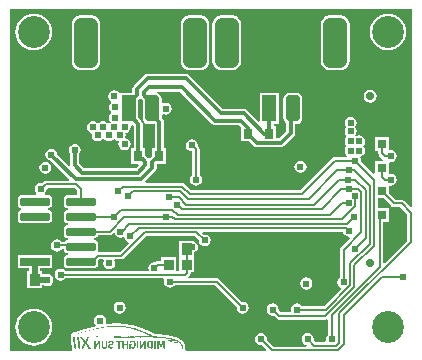
<source format=gbl>
G04*
G04 #@! TF.GenerationSoftware,Altium Limited,Altium Designer,19.0.10 (269)*
G04*
G04 Layer_Physical_Order=4*
G04 Layer_Color=16711680*
%FSLAX25Y25*%
%MOIN*%
G70*
G01*
G75*
%ADD11C,0.00787*%
%ADD13C,0.01000*%
%ADD18R,0.03347X0.03347*%
%ADD19R,0.03543X0.03937*%
%ADD60C,0.01378*%
%ADD61C,0.01968*%
%ADD62C,0.01181*%
%ADD64C,0.00800*%
%ADD68C,0.10630*%
%ADD69C,0.02756*%
%ADD70C,0.02381*%
%ADD71C,0.02362*%
%ADD72R,0.03150X0.03543*%
%ADD73R,0.03150X0.03150*%
%ADD74R,0.09843X0.02953*%
G04:AMPARAMS|DCode=75|XSize=29.53mil|YSize=98.43mil|CornerRadius=7.38mil|HoleSize=0mil|Usage=FLASHONLY|Rotation=90.000|XOffset=0mil|YOffset=0mil|HoleType=Round|Shape=RoundedRectangle|*
%AMROUNDEDRECTD75*
21,1,0.02953,0.08366,0,0,90.0*
21,1,0.01476,0.09843,0,0,90.0*
1,1,0.01476,0.04183,0.00738*
1,1,0.01476,0.04183,-0.00738*
1,1,0.01476,-0.04183,-0.00738*
1,1,0.01476,-0.04183,0.00738*
%
%ADD75ROUNDEDRECTD75*%
G04:AMPARAMS|DCode=76|XSize=78.74mil|YSize=165.35mil|CornerRadius=19.68mil|HoleSize=0mil|Usage=FLASHONLY|Rotation=0.000|XOffset=0mil|YOffset=0mil|HoleType=Round|Shape=RoundedRectangle|*
%AMROUNDEDRECTD76*
21,1,0.07874,0.12598,0,0,0.0*
21,1,0.03937,0.16535,0,0,0.0*
1,1,0.03937,0.01968,-0.06299*
1,1,0.03937,-0.01968,-0.06299*
1,1,0.03937,-0.01968,0.06299*
1,1,0.03937,0.01968,0.06299*
%
%ADD76ROUNDEDRECTD76*%
G04:AMPARAMS|DCode=77|XSize=47.24mil|YSize=86.61mil|CornerRadius=11.81mil|HoleSize=0mil|Usage=FLASHONLY|Rotation=0.000|XOffset=0mil|YOffset=0mil|HoleType=Round|Shape=RoundedRectangle|*
%AMROUNDEDRECTD77*
21,1,0.04724,0.06299,0,0,0.0*
21,1,0.02362,0.08661,0,0,0.0*
1,1,0.02362,0.01181,-0.03150*
1,1,0.02362,-0.01181,-0.03150*
1,1,0.02362,-0.01181,0.03150*
1,1,0.02362,0.01181,0.03150*
%
%ADD77ROUNDEDRECTD77*%
%ADD78R,0.04724X0.08661*%
G36*
X135993Y50052D02*
X135531Y49861D01*
X133359Y52033D01*
X132968Y52294D01*
X132508Y52385D01*
X132508Y52385D01*
X130420D01*
X128347Y54459D01*
Y56762D01*
X128733Y57079D01*
X128937Y57038D01*
X129709Y57192D01*
X130363Y57629D01*
X130800Y58283D01*
X130954Y59055D01*
X130800Y59827D01*
X130363Y60481D01*
X129709Y60918D01*
X128937Y61072D01*
X128733Y61031D01*
X128347Y61348D01*
Y64636D01*
X128733Y64953D01*
X128937Y64912D01*
X129709Y65066D01*
X130363Y65503D01*
X130800Y66157D01*
X130954Y66929D01*
X130800Y67701D01*
X130363Y68355D01*
X129709Y68792D01*
X128937Y68946D01*
X128733Y68905D01*
X128347Y69222D01*
Y73228D01*
X123622D01*
Y68504D01*
X124780D01*
Y67913D01*
X124780Y67913D01*
X124872Y67453D01*
X125133Y67062D01*
X126117Y66078D01*
X126157Y65450D01*
X126081Y65354D01*
X123622D01*
Y61106D01*
X123122Y60899D01*
X118928Y65093D01*
X118980Y65354D01*
X118826Y66126D01*
X118677Y66350D01*
X118868Y66812D01*
X119087Y66855D01*
X119741Y67292D01*
X120178Y67947D01*
X120332Y68718D01*
X120178Y69490D01*
X119955Y69825D01*
X119815Y70333D01*
X120253Y70987D01*
X120406Y71759D01*
X120253Y72531D01*
X119815Y73185D01*
X119161Y73622D01*
X118389Y73776D01*
X117617Y73622D01*
X117419Y73489D01*
X117058Y73850D01*
X117401Y74362D01*
X117554Y75134D01*
X117401Y75906D01*
X116964Y76559D01*
X117401Y77213D01*
X117554Y77984D01*
X117401Y78756D01*
X116963Y79410D01*
X116309Y79848D01*
X115537Y80001D01*
X114766Y79848D01*
X114111Y79410D01*
X113674Y78756D01*
X113521Y77984D01*
X113674Y77213D01*
X114111Y76559D01*
X113674Y75906D01*
X113521Y75134D01*
X113674Y74362D01*
X114033Y73825D01*
X114080Y73492D01*
X114033Y73159D01*
X113674Y72622D01*
X113521Y71850D01*
X113674Y71079D01*
X114111Y70424D01*
Y70144D01*
X113674Y69490D01*
X113521Y68718D01*
X113674Y67947D01*
X114111Y67292D01*
X114461Y67059D01*
X114310Y66559D01*
X110236D01*
X110236Y66559D01*
X109775Y66467D01*
X109385Y66206D01*
X109385Y66206D01*
X98695Y55516D01*
X62329D01*
X60261Y57584D01*
X59870Y57845D01*
X59410Y57936D01*
X59409Y57936D01*
X47326D01*
X47118Y58436D01*
X50482Y61800D01*
X50808Y62288D01*
X50923Y62864D01*
Y64349D01*
X51031Y64370D01*
X54134D01*
Y69488D01*
X53277D01*
Y78159D01*
X53162Y78735D01*
X52836Y79223D01*
X52574Y79486D01*
X52598Y79606D01*
Y80663D01*
X53039Y80898D01*
X53165Y80814D01*
X53937Y80660D01*
X54709Y80814D01*
X55363Y81251D01*
X55800Y81905D01*
X55954Y82677D01*
X55800Y83449D01*
X55363Y84103D01*
X54709Y84540D01*
X53937Y84694D01*
X53165Y84540D01*
X53039Y84456D01*
X52598Y84691D01*
Y85905D01*
X52445Y86674D01*
X52010Y87325D01*
X51359Y87760D01*
X50912Y87849D01*
X50961Y88349D01*
X58719D01*
X69392Y77676D01*
X69880Y77350D01*
X70456Y77235D01*
X78297D01*
X78937Y76595D01*
Y71850D01*
X81533D01*
X83099Y70284D01*
X83587Y69958D01*
X84163Y69844D01*
X92215D01*
X92791Y69958D01*
X93279Y70284D01*
X96568Y73573D01*
X96895Y74062D01*
X97009Y74638D01*
Y77599D01*
X97441D01*
X98209Y77752D01*
X98860Y78187D01*
X99295Y78838D01*
X99448Y79606D01*
Y85905D01*
X99295Y86674D01*
X98860Y87325D01*
X98209Y87760D01*
X97441Y87913D01*
X95079D01*
X94311Y87760D01*
X93660Y87325D01*
X93225Y86674D01*
X93072Y85905D01*
Y79606D01*
X93225Y78838D01*
X93660Y78187D01*
X93999Y77960D01*
Y75261D01*
X91591Y72854D01*
X90748D01*
Y76968D01*
X89891D01*
Y77638D01*
X91535D01*
Y87874D01*
X85236D01*
Y78570D01*
X84774Y78378D01*
X80970Y82183D01*
X80482Y82509D01*
X79905Y82623D01*
X73049D01*
X61694Y93978D01*
X61206Y94304D01*
X60630Y94419D01*
X47866D01*
X47289Y94304D01*
X46801Y93978D01*
X43219Y90396D01*
X42893Y89907D01*
X42778Y89331D01*
Y87874D01*
X38480D01*
X38237Y88237D01*
X37583Y88674D01*
X36811Y88828D01*
X36039Y88674D01*
X35385Y88237D01*
X34948Y87583D01*
X34794Y86811D01*
X34948Y86039D01*
X35385Y85385D01*
X35584Y85252D01*
Y84752D01*
X35497Y84694D01*
X35060Y84039D01*
X34907Y83268D01*
X35060Y82496D01*
X35497Y81842D01*
X35640Y81746D01*
Y81246D01*
X35497Y81150D01*
X35060Y80496D01*
X34907Y79724D01*
X35060Y78953D01*
X35497Y78298D01*
X35252Y78067D01*
X35188Y78025D01*
X35051Y77819D01*
X34551D01*
X34413Y78025D01*
X33759Y78462D01*
X32987Y78615D01*
X32215Y78462D01*
X31611Y78058D01*
X31436Y78003D01*
X31157D01*
X30982Y78058D01*
X30378Y78462D01*
X29607Y78615D01*
X28835Y78462D01*
X28181Y78025D01*
X27743Y77370D01*
X27590Y76598D01*
X27743Y75827D01*
X28181Y75172D01*
X28835Y74735D01*
X28869Y74729D01*
X29247Y74143D01*
X29184Y73827D01*
X29338Y73055D01*
X29775Y72401D01*
X30429Y71964D01*
X31201Y71810D01*
X31973Y71964D01*
X32627Y72401D01*
X32819Y72689D01*
X33421D01*
X33613Y72401D01*
X34268Y71964D01*
X35039Y71810D01*
X35811Y71964D01*
X36465Y72401D01*
X36531Y72499D01*
X37031D01*
X37097Y72401D01*
X37751Y71964D01*
X38196Y71875D01*
X38294Y71638D01*
X38141Y70866D01*
X38294Y70094D01*
X38732Y69440D01*
X39386Y69003D01*
X40157Y68849D01*
X40929Y69003D01*
X41583Y69440D01*
X42021Y70094D01*
X42174Y70866D01*
X42021Y71638D01*
X41583Y72292D01*
X40929Y72729D01*
X40485Y72818D01*
X40387Y73055D01*
X40540Y73827D01*
X40387Y74598D01*
X40396Y74622D01*
X40963Y74735D01*
X41618Y75172D01*
X42055Y75827D01*
X42208Y76598D01*
X42165Y76817D01*
X42534Y77322D01*
X42819Y77350D01*
X43180Y77009D01*
Y69488D01*
X42323D01*
Y64370D01*
X44725D01*
X44932Y63870D01*
X43984Y62923D01*
X26636D01*
X25127Y64432D01*
Y67678D01*
X25485Y68213D01*
X25639Y68985D01*
X25485Y69757D01*
X25048Y70411D01*
X24394Y70848D01*
X23622Y71002D01*
X22850Y70848D01*
X22196Y70411D01*
X21759Y69757D01*
X21605Y68985D01*
X21759Y68213D01*
X22117Y67678D01*
Y63808D01*
X22121Y63786D01*
X21660Y63539D01*
X17737Y67463D01*
X17611Y68095D01*
X17174Y68749D01*
X16520Y69186D01*
X15748Y69340D01*
X14976Y69186D01*
X14322Y68749D01*
X13885Y68095D01*
X13731Y67323D01*
X13885Y66551D01*
X14322Y65897D01*
X14976Y65460D01*
X15608Y65334D01*
X21796Y59146D01*
X21604Y58685D01*
X13984D01*
X13523Y58593D01*
X13132Y58332D01*
X13132Y58332D01*
X12637Y57836D01*
X12205Y57922D01*
X11433Y57769D01*
X10779Y57332D01*
X10341Y56677D01*
X10188Y55905D01*
X10341Y55134D01*
X10748Y54526D01*
X10694Y54306D01*
X10558Y54026D01*
X6053D01*
X5458Y53908D01*
X4953Y53570D01*
X4616Y53066D01*
X4498Y52470D01*
Y50994D01*
X4616Y50399D01*
X4953Y49894D01*
X5458Y49557D01*
X5809Y49487D01*
Y48977D01*
X5458Y48908D01*
X4953Y48570D01*
X4616Y48066D01*
X4498Y47471D01*
Y45994D01*
X4616Y45399D01*
X4953Y44894D01*
X5458Y44557D01*
X6053Y44439D01*
X14419D01*
X15014Y44557D01*
X15519Y44894D01*
X15856Y45399D01*
X15975Y45994D01*
Y47471D01*
X15856Y48066D01*
X15519Y48570D01*
X15014Y48908D01*
X14663Y48977D01*
Y49487D01*
X15014Y49557D01*
X15519Y49894D01*
X15856Y50399D01*
X15975Y50994D01*
Y52470D01*
X15856Y53066D01*
X15519Y53570D01*
X15014Y53908D01*
X14419Y54026D01*
X13852D01*
X13715Y54306D01*
X13662Y54526D01*
X14068Y55134D01*
X14221Y55905D01*
X14572Y56276D01*
X23517D01*
X24386Y55407D01*
Y54026D01*
X21407D01*
X20812Y53908D01*
X20308Y53570D01*
X19970Y53066D01*
X19852Y52470D01*
Y50994D01*
X19970Y50399D01*
X20308Y49894D01*
X20812Y49557D01*
X21163Y49487D01*
Y48977D01*
X20812Y48908D01*
X20308Y48570D01*
X19970Y48066D01*
X19852Y47471D01*
Y45994D01*
X19970Y45399D01*
X20308Y44894D01*
X20812Y44557D01*
X21163Y44487D01*
Y43977D01*
X20812Y43907D01*
X20308Y43570D01*
X19970Y43066D01*
X19852Y42470D01*
Y40994D01*
X19970Y40399D01*
X20308Y39894D01*
X20812Y39557D01*
X21163Y39487D01*
Y38977D01*
X20812Y38908D01*
X20308Y38570D01*
X20128Y38301D01*
X19202D01*
X19054Y38523D01*
X18399Y38960D01*
X17628Y39113D01*
X16856Y38960D01*
X16202Y38523D01*
X15765Y37868D01*
X15611Y37097D01*
X15765Y36325D01*
X16202Y35671D01*
X16856Y35233D01*
X17628Y35080D01*
X18399Y35233D01*
X19054Y35671D01*
X19202Y35892D01*
X19872D01*
X19970Y35399D01*
X20308Y34894D01*
X20812Y34557D01*
X21163Y34487D01*
Y33977D01*
X20812Y33907D01*
X20308Y33570D01*
X19970Y33066D01*
X19852Y32471D01*
Y30994D01*
X19970Y30399D01*
X20308Y29894D01*
X20812Y29557D01*
X21407Y29439D01*
X29774D01*
X30369Y29557D01*
X30874Y29894D01*
X31211Y30399D01*
X31329Y30994D01*
Y32136D01*
X31704Y32512D01*
X33056D01*
X33292Y32071D01*
X33176Y31898D01*
X33023Y31126D01*
X33176Y30354D01*
X33613Y29700D01*
X34268Y29263D01*
X35039Y29109D01*
X35811Y29263D01*
X36465Y29700D01*
X36903Y30354D01*
X37056Y31126D01*
X36903Y31898D01*
X36787Y32071D01*
X37023Y32512D01*
X39129D01*
X39129Y32512D01*
X39590Y32603D01*
X39981Y32864D01*
X47466Y40350D01*
X63648D01*
X64964Y39033D01*
X64912Y38772D01*
X65066Y38000D01*
X65503Y37346D01*
X66157Y36909D01*
X66929Y36755D01*
X67701Y36909D01*
X68355Y37346D01*
X68792Y38000D01*
X68946Y38772D01*
X68792Y39544D01*
X68355Y40198D01*
X67701Y40635D01*
X66929Y40789D01*
X66667Y40736D01*
X66130Y41274D01*
X66322Y41736D01*
X113003D01*
X113097Y41263D01*
X113535Y40609D01*
X114189Y40172D01*
X114961Y40018D01*
X115052Y40036D01*
X115298Y39575D01*
X112308Y36585D01*
X112045Y36192D01*
X111953Y35729D01*
X111953Y35729D01*
Y26373D01*
X111738Y26229D01*
X111301Y25575D01*
X111147Y24803D01*
X111301Y24031D01*
X111738Y23377D01*
X112145Y23105D01*
X112245Y22498D01*
X106705Y16959D01*
X99208D01*
X99064Y17174D01*
X98409Y17611D01*
X97638Y17765D01*
X96866Y17611D01*
X96212Y17174D01*
X95774Y16520D01*
X95621Y15748D01*
X95716Y15268D01*
X95358Y14768D01*
X92250D01*
X91532Y15486D01*
X91584Y15748D01*
X91430Y16520D01*
X90993Y17174D01*
X90339Y17611D01*
X89567Y17765D01*
X88795Y17611D01*
X88141Y17174D01*
X87704Y16520D01*
X87550Y15748D01*
X87704Y14976D01*
X88141Y14322D01*
X88795Y13885D01*
X89567Y13731D01*
X89828Y13783D01*
X90900Y12712D01*
X90900Y12712D01*
X91290Y12451D01*
X91751Y12359D01*
X91751Y12359D01*
X106991D01*
X106991Y12359D01*
X107452Y12451D01*
X107548Y12515D01*
X108048Y12248D01*
Y7480D01*
X107826Y7332D01*
X107389Y6677D01*
X107235Y5906D01*
X107331Y5426D01*
X106972Y4925D01*
X103864D01*
X103146Y5644D01*
X103198Y5906D01*
X103044Y6677D01*
X102607Y7332D01*
X101953Y7769D01*
X101181Y7922D01*
X100409Y7769D01*
X99755Y7332D01*
X99318Y6677D01*
X99164Y5906D01*
X99318Y5134D01*
X99755Y4479D01*
X100409Y4042D01*
X101035Y3918D01*
X101066Y3878D01*
X100819Y3378D01*
X89861D01*
X87595Y5644D01*
X87647Y5906D01*
X87493Y6677D01*
X87056Y7332D01*
X86402Y7769D01*
X85630Y7922D01*
X84858Y7769D01*
X84204Y7332D01*
X83767Y6677D01*
X83613Y5906D01*
X83767Y5134D01*
X84204Y4479D01*
X84858Y4042D01*
X85630Y3889D01*
X85891Y3941D01*
X87363Y2469D01*
X87172Y2007D01*
X60756D01*
X60608Y2124D01*
X60377Y2507D01*
X60404Y2643D01*
Y2675D01*
X60400Y2692D01*
X60404Y2708D01*
Y2741D01*
X60401Y2757D01*
X60437Y2938D01*
Y2971D01*
X60433Y2987D01*
X60437Y3004D01*
Y3036D01*
X60433Y3053D01*
X60437Y3069D01*
Y3102D01*
X60427Y3151D01*
X60437Y3201D01*
Y3233D01*
X60401Y3414D01*
X60404Y3430D01*
Y3463D01*
X60368Y3644D01*
X60371Y3660D01*
Y3693D01*
X60310Y4000D01*
X60291Y4028D01*
X60277Y4099D01*
X60258Y4127D01*
X60244Y4197D01*
X60225Y4225D01*
X60211Y4296D01*
X60146Y4394D01*
X60146Y4394D01*
X60118Y4436D01*
X60113Y4460D01*
X60019Y4600D01*
X60014Y4624D01*
X59840Y4884D01*
X59821Y4897D01*
X59676Y5114D01*
X59637Y5141D01*
X59611Y5180D01*
X59571Y5206D01*
X59545Y5246D01*
X59525Y5259D01*
X59512Y5278D01*
X59492Y5292D01*
X59479Y5311D01*
X59460Y5324D01*
X59446Y5344D01*
X59427Y5357D01*
X59414Y5377D01*
X59374Y5403D01*
X59348Y5443D01*
X59309Y5469D01*
X59282Y5508D01*
X59065Y5653D01*
X59052Y5672D01*
X59033Y5686D01*
X59020Y5705D01*
X58759Y5879D01*
X58712Y5889D01*
X58628Y5945D01*
X58627Y5945D01*
X58431Y6076D01*
X58384Y6086D01*
X58300Y6142D01*
X58253Y6151D01*
X58168Y6208D01*
X58121Y6217D01*
X58037Y6273D01*
X57990Y6283D01*
X57906Y6339D01*
X57835Y6353D01*
X57807Y6372D01*
X57737Y6386D01*
X57709Y6404D01*
X57662Y6414D01*
X57577Y6470D01*
X57437Y6498D01*
X57380Y6536D01*
X57310Y6550D01*
X57282Y6569D01*
X57212Y6583D01*
X57183Y6601D01*
X57043Y6629D01*
X56986Y6667D01*
X56752Y6714D01*
X56724Y6733D01*
X56417Y6794D01*
X56402D01*
X56396Y6798D01*
X56232Y6831D01*
X56231Y6831D01*
X56161Y6845D01*
X56133Y6864D01*
X55826Y6925D01*
X55812D01*
X55805Y6930D01*
X55497Y6991D01*
X55483D01*
X55476Y6995D01*
X55169Y7057D01*
X55155D01*
X55148Y7061D01*
X54841Y7122D01*
X54827D01*
X54820Y7127D01*
X54513Y7188D01*
X54480D01*
X54464Y7185D01*
X54426Y7192D01*
X54426Y7192D01*
X54119Y7253D01*
X54086D01*
X54069Y7250D01*
X54053Y7253D01*
X54039D01*
X54032Y7258D01*
X53725Y7319D01*
X53692D01*
X53676Y7316D01*
X53659Y7319D01*
X53626D01*
X53610Y7316D01*
X53593Y7319D01*
X53528D01*
X53364Y7352D01*
X53331D01*
X53315Y7349D01*
X53134Y7385D01*
X53101D01*
X53084Y7382D01*
X53068Y7385D01*
X53035D01*
X53019Y7382D01*
X53003Y7385D01*
X52938D01*
X52773Y7418D01*
X52740D01*
X52724Y7414D01*
X52543Y7450D01*
X52510D01*
X52494Y7447D01*
X52477Y7450D01*
X52444D01*
X52428Y7447D01*
X52412Y7450D01*
X52379D01*
X52362Y7447D01*
X52346Y7450D01*
X52215D01*
X52051Y7483D01*
X52018D01*
X52001Y7480D01*
X51985Y7483D01*
X51952D01*
X51936Y7480D01*
X51755Y7516D01*
X51722D01*
X51706Y7513D01*
X51689Y7516D01*
X51657D01*
X51640Y7513D01*
X51624Y7516D01*
X51591D01*
X51574Y7513D01*
X51558Y7516D01*
X51362D01*
X51197Y7549D01*
X51164D01*
X51148Y7546D01*
X50967Y7582D01*
X50934D01*
X50918Y7579D01*
X50902Y7582D01*
X50869D01*
X50852Y7578D01*
X50836Y7582D01*
X50803D01*
X50787Y7578D01*
X50770Y7582D01*
X50737D01*
X50721Y7579D01*
X50704Y7582D01*
X50672D01*
X50655Y7578D01*
X50639Y7582D01*
X50296D01*
X50289Y7586D01*
X50219Y7600D01*
X50191Y7619D01*
X50167Y7624D01*
X50027Y7718D01*
X49980Y7727D01*
X49896Y7783D01*
X49848Y7793D01*
X49764Y7849D01*
X49717Y7858D01*
X49633Y7914D01*
X49632Y7915D01*
X49436Y8046D01*
X49366Y8060D01*
X49338Y8079D01*
X49314Y8083D01*
X49173Y8177D01*
X49103Y8191D01*
X49075Y8210D01*
X49051Y8215D01*
X48911Y8309D01*
X48840Y8322D01*
X48812Y8341D01*
X48765Y8351D01*
X48681Y8407D01*
X48611Y8421D01*
X48582Y8440D01*
X48535Y8449D01*
X48451Y8506D01*
X48404Y8515D01*
X48320Y8571D01*
X48273Y8580D01*
X48188Y8637D01*
X48118Y8651D01*
X48090Y8670D01*
X48020Y8684D01*
X47991Y8702D01*
X47944Y8712D01*
X47860Y8768D01*
X47813Y8777D01*
X47729Y8834D01*
X47588Y8862D01*
X47532Y8899D01*
X47485Y8909D01*
X47401Y8965D01*
X47260Y8993D01*
X47204Y9031D01*
X47157Y9040D01*
X47072Y9096D01*
X47002Y9110D01*
X46974Y9129D01*
X46903Y9143D01*
X46875Y9162D01*
X46828Y9171D01*
X46744Y9228D01*
X46604Y9256D01*
X46547Y9293D01*
X46500Y9303D01*
X46416Y9359D01*
X46345Y9373D01*
X46317Y9392D01*
X46247Y9406D01*
X46219Y9425D01*
X46148Y9439D01*
X46120Y9458D01*
X46050Y9471D01*
X46022Y9490D01*
X45975Y9500D01*
X45891Y9556D01*
X45843Y9565D01*
X45759Y9622D01*
X45619Y9650D01*
X45562Y9687D01*
X45492Y9701D01*
X45464Y9720D01*
X45393Y9734D01*
X45365Y9753D01*
X45295Y9767D01*
X45267Y9786D01*
X45197Y9800D01*
X45168Y9819D01*
X45121Y9828D01*
X45037Y9884D01*
X44896Y9912D01*
X44840Y9950D01*
X44770Y9964D01*
X44741Y9983D01*
X44671Y9997D01*
X44643Y10016D01*
X44596Y10025D01*
X44512Y10081D01*
X44371Y10109D01*
X44315Y10147D01*
X44151Y10179D01*
X44151Y10180D01*
X44080Y10194D01*
X44052Y10212D01*
X43888Y10245D01*
X43888Y10245D01*
X43818Y10259D01*
X43789Y10278D01*
X43719Y10292D01*
X43691Y10311D01*
X43621Y10325D01*
X43593Y10344D01*
X43429Y10376D01*
X43428Y10377D01*
X43358Y10391D01*
X43330Y10409D01*
X43166Y10442D01*
X43166Y10442D01*
X43095Y10456D01*
X43067Y10475D01*
X42760Y10536D01*
X42746D01*
X42739Y10541D01*
X42575Y10573D01*
X42575Y10574D01*
X42411Y10606D01*
X42411Y10606D01*
X42247Y10639D01*
X42247Y10639D01*
X42083Y10672D01*
X42082Y10672D01*
X41775Y10733D01*
X41761D01*
X41754Y10738D01*
X41447Y10799D01*
X41414D01*
X41398Y10796D01*
X41361Y10803D01*
X41360Y10803D01*
X41053Y10864D01*
X41020D01*
X41004Y10861D01*
X40987Y10864D01*
X40922D01*
X40901Y10869D01*
X40901Y10869D01*
X40593Y10930D01*
X40560D01*
X40544Y10927D01*
X40528Y10930D01*
X40463D01*
X40298Y10963D01*
X40265D01*
X40249Y10960D01*
X40068Y10996D01*
X40035D01*
X40019Y10993D01*
X40002Y10996D01*
X39970D01*
X39953Y10993D01*
X39937Y10996D01*
X39872D01*
X39707Y11029D01*
X39674D01*
X39658Y11026D01*
X39477Y11062D01*
X39444D01*
X39395Y11052D01*
X39346Y11062D01*
X39313D01*
X39297Y11058D01*
X39280Y11062D01*
X39247D01*
X39231Y11058D01*
X39215Y11062D01*
X39018D01*
X38853Y11094D01*
X38821D01*
X38804Y11091D01*
X38788Y11094D01*
X38755D01*
X38739Y11091D01*
X38722Y11094D01*
X38689D01*
X38673Y11091D01*
X38492Y11127D01*
X38460D01*
X38443Y11124D01*
X38427Y11127D01*
X38394D01*
X38377Y11124D01*
X38361Y11127D01*
X38328D01*
X38312Y11124D01*
X38295Y11127D01*
X38263D01*
X38246Y11124D01*
X38230Y11127D01*
X38197D01*
X38181Y11124D01*
X38164Y11127D01*
X38131D01*
X38115Y11124D01*
X38098Y11127D01*
X38000D01*
X37984Y11124D01*
X37967Y11127D01*
X36949D01*
X36933Y11124D01*
X36917Y11127D01*
X36818D01*
X36802Y11124D01*
X36785Y11127D01*
X36687D01*
X36670Y11124D01*
X36654Y11127D01*
X36621D01*
X36605Y11124D01*
X36588Y11127D01*
X36555D01*
X36539Y11124D01*
X36523Y11127D01*
X36490D01*
X36473Y11124D01*
X36457Y11127D01*
X36424D01*
X36408Y11124D01*
X36391Y11127D01*
X36358D01*
X36178Y11091D01*
X36162Y11094D01*
X36129D01*
X36112Y11091D01*
X36096Y11094D01*
X36063D01*
X36047Y11091D01*
X36030Y11094D01*
X35997D01*
X35981Y11091D01*
X35965Y11094D01*
X35932D01*
X35767Y11062D01*
X35571D01*
X35554Y11058D01*
X35538Y11062D01*
X35505D01*
X35489Y11058D01*
X35472Y11062D01*
X35439D01*
X35258Y11026D01*
X35242Y11029D01*
X35210D01*
X35045Y10996D01*
X34914D01*
X34898Y10993D01*
X34881Y10996D01*
X34848D01*
X34832Y10993D01*
X34816Y10996D01*
X34783D01*
X34475Y10935D01*
X34475Y10934D01*
X34454Y10930D01*
X34389D01*
X34372Y10927D01*
X34356Y10930D01*
X34323D01*
X34240Y10914D01*
X34070Y11069D01*
X33892Y11323D01*
X33889Y11333D01*
X33889Y11365D01*
X34020Y12027D01*
X33867Y12799D01*
X33430Y13453D01*
X32775Y13891D01*
X32004Y14044D01*
X31232Y13891D01*
X30578Y13453D01*
X30140Y12799D01*
X29987Y12027D01*
X30140Y11256D01*
X30509Y10704D01*
X30514Y10678D01*
X30429Y10328D01*
X30338Y10160D01*
X30274Y10147D01*
X30217Y10109D01*
X30077Y10081D01*
X30076Y10081D01*
X29912Y10048D01*
X29912Y10048D01*
X29748Y10016D01*
X29720Y9997D01*
X29650Y9983D01*
X29649Y9983D01*
X29486Y9950D01*
X29457Y9931D01*
X29387Y9917D01*
X29387Y9917D01*
X29223Y9884D01*
X29195Y9865D01*
X29125Y9851D01*
X29124Y9851D01*
X28960Y9819D01*
X28932Y9800D01*
X28862Y9786D01*
X28861Y9786D01*
X28698Y9753D01*
X28641Y9715D01*
X28501Y9687D01*
X28473Y9668D01*
X28402Y9654D01*
X28402Y9654D01*
X28238Y9622D01*
X28210Y9603D01*
X28140Y9589D01*
X28139Y9589D01*
X27975Y9556D01*
X27919Y9518D01*
X27779Y9490D01*
X27750Y9471D01*
X27680Y9458D01*
X27680Y9457D01*
X27516Y9425D01*
X27488Y9406D01*
X27417Y9392D01*
X27417Y9392D01*
X27253Y9359D01*
X27197Y9321D01*
X27056Y9293D01*
X27028Y9274D01*
X26958Y9261D01*
X26930Y9242D01*
X26859Y9228D01*
X26831Y9209D01*
X26761Y9195D01*
X26760Y9195D01*
X26597Y9162D01*
X26568Y9143D01*
X26498Y9129D01*
X26498Y9129D01*
X26334Y9096D01*
X26278Y9059D01*
X26137Y9031D01*
X26081Y8993D01*
X25940Y8965D01*
X25912Y8946D01*
X25842Y8932D01*
X25813Y8913D01*
X25743Y8899D01*
X25715Y8880D01*
X25645Y8867D01*
X25644Y8866D01*
X25480Y8834D01*
X25452Y8815D01*
X25382Y8801D01*
X25382Y8801D01*
X25218Y8768D01*
X25161Y8730D01*
X25021Y8702D01*
X24964Y8665D01*
X24824Y8637D01*
X24796Y8618D01*
X24725Y8604D01*
X24697Y8585D01*
X24627Y8571D01*
X24599Y8552D01*
X24529Y8538D01*
X24528Y8538D01*
X24364Y8506D01*
X24336Y8487D01*
X24266Y8473D01*
X24238Y8454D01*
X24167Y8440D01*
X24139Y8421D01*
X24069Y8407D01*
X24041Y8388D01*
X23970Y8374D01*
X23942Y8355D01*
X23872Y8341D01*
X23872Y8341D01*
X23708Y8309D01*
X23651Y8271D01*
X23511Y8243D01*
X23454Y8205D01*
X23314Y8177D01*
X23257Y8140D01*
X23117Y8111D01*
X23061Y8074D01*
X22920Y8046D01*
X22659Y7872D01*
X22646Y7852D01*
X22627Y7839D01*
X22453Y7579D01*
X22391Y7271D01*
Y7238D01*
X22413Y7128D01*
X22397Y7117D01*
X22223Y6856D01*
X22162Y6549D01*
Y6418D01*
X22165Y6401D01*
X22162Y6385D01*
Y6352D01*
X22165Y6336D01*
X22162Y6319D01*
Y6286D01*
X22165Y6270D01*
X22162Y6254D01*
Y6221D01*
X22198Y6040D01*
X22195Y6024D01*
Y5991D01*
X22230Y5810D01*
X22227Y5794D01*
Y5761D01*
X22231Y5745D01*
X22227Y5728D01*
Y5696D01*
X22288Y5388D01*
X22289Y5388D01*
X22296Y5350D01*
X22293Y5334D01*
Y5302D01*
X22296Y5285D01*
X22293Y5269D01*
Y5236D01*
X22296Y5220D01*
X22293Y5203D01*
Y5170D01*
X22354Y4863D01*
X22354Y4863D01*
X22362Y4825D01*
X22359Y4809D01*
Y4776D01*
X22362Y4760D01*
X22359Y4744D01*
Y4711D01*
X22391Y4546D01*
Y4481D01*
X22427Y4300D01*
X22424Y4284D01*
Y4251D01*
X22428Y4235D01*
X22424Y4218D01*
Y4185D01*
X22428Y4169D01*
X22424Y4153D01*
Y4120D01*
X22485Y3813D01*
X22490Y3806D01*
Y3791D01*
X22493Y3775D01*
X22490Y3759D01*
Y3726D01*
X22493Y3709D01*
X22490Y3693D01*
Y3660D01*
X22526Y3479D01*
X22523Y3463D01*
Y3430D01*
X22559Y3249D01*
X22556Y3233D01*
Y3201D01*
X22565Y3151D01*
X22556Y3102D01*
Y3069D01*
X22617Y2762D01*
X22621Y2755D01*
Y2741D01*
X22668Y2507D01*
X22580Y2295D01*
X22366Y2007D01*
X2007D01*
Y115993D01*
X135993D01*
Y50052D01*
D02*
G37*
G36*
X45808Y85929D02*
X46221Y85516D01*
Y79606D01*
X46374Y78838D01*
X46809Y78187D01*
X47460Y77752D01*
X48228Y77599D01*
X50203D01*
X50266Y77535D01*
Y69488D01*
X49409D01*
Y67077D01*
X49160Y66911D01*
X48564Y66315D01*
X48228Y66161D01*
X47893Y66315D01*
X47297Y66911D01*
X47047Y67077D01*
Y69488D01*
X46190D01*
Y77638D01*
X46076Y78214D01*
X45750Y78702D01*
X44685Y79767D01*
Y85478D01*
X45137Y85929D01*
X45472Y86083D01*
X45808Y85929D01*
D02*
G37*
G36*
X36885Y41119D02*
X36916Y40960D01*
X37354Y40306D01*
X38008Y39869D01*
X38780Y39716D01*
X39551Y39869D01*
X39645Y39931D01*
X40200Y39701D01*
X40263Y39386D01*
X40700Y38732D01*
X41320Y38317D01*
X41396Y38225D01*
X41522Y37811D01*
X38630Y34920D01*
X31492D01*
X31211Y35399D01*
X31329Y35994D01*
Y37470D01*
X31211Y38066D01*
X30874Y38570D01*
X30369Y38908D01*
X30018Y38977D01*
Y39487D01*
X30369Y39557D01*
X30874Y39894D01*
X31211Y40399D01*
X31236Y40528D01*
X35172D01*
X35172Y40528D01*
X35633Y40620D01*
X36023Y40881D01*
X36406Y41264D01*
X36885Y41119D01*
D02*
G37*
G36*
X129070Y50330D02*
X129070Y50330D01*
X129460Y50068D01*
X129921Y49977D01*
X132009D01*
X134445Y47541D01*
Y44378D01*
X134380Y44282D01*
X134289Y43821D01*
X134289Y43821D01*
Y38645D01*
X126863Y31219D01*
X126401Y31410D01*
Y44882D01*
X128347D01*
Y49606D01*
X124488D01*
Y52756D01*
X126643D01*
X129070Y50330D01*
D02*
G37*
G36*
X38492Y10291D02*
X38525D01*
Y10259D01*
X38558D01*
Y10291D01*
X38656D01*
Y10259D01*
X38689D01*
Y10291D01*
X38722D01*
Y10259D01*
X38755D01*
Y10291D01*
X38788D01*
Y10259D01*
X38821D01*
Y10291D01*
X38853D01*
Y10259D01*
X39215D01*
Y10226D01*
X39247D01*
Y10259D01*
X39280D01*
Y10226D01*
X39313D01*
Y10259D01*
X39346D01*
Y10226D01*
X39444D01*
Y10259D01*
X39477D01*
Y10226D01*
X39510D01*
Y10193D01*
X39543D01*
Y10226D01*
X39576D01*
Y10193D01*
X39608D01*
Y10226D01*
X39641D01*
Y10193D01*
X39674D01*
Y10226D01*
X39707D01*
Y10193D01*
X39937D01*
Y10160D01*
X39970D01*
Y10193D01*
X40002D01*
Y10160D01*
X40035D01*
Y10193D01*
X40068D01*
Y10160D01*
X40167D01*
Y10127D01*
X40199D01*
Y10160D01*
X40232D01*
Y10127D01*
X40265D01*
Y10160D01*
X40298D01*
Y10127D01*
X40528D01*
Y10095D01*
X40560D01*
Y10127D01*
X40593D01*
Y10095D01*
X40692D01*
Y10062D01*
X40725D01*
Y10095D01*
X40758D01*
Y10062D01*
X40987D01*
Y10029D01*
X41020D01*
Y10062D01*
X41053D01*
Y10029D01*
X41151D01*
Y9996D01*
X41184D01*
Y10029D01*
X41217D01*
Y9996D01*
X41381D01*
Y9963D01*
X41414D01*
Y9996D01*
X41447D01*
Y9963D01*
X41480D01*
Y9930D01*
X41513D01*
Y9963D01*
X41545D01*
Y9930D01*
X41775D01*
Y9898D01*
X41874D01*
Y9865D01*
X41906D01*
Y9898D01*
X41939D01*
Y9865D01*
X42103D01*
Y9832D01*
X42136D01*
Y9799D01*
X42169D01*
Y9832D01*
X42202D01*
Y9799D01*
X42235D01*
Y9832D01*
X42268D01*
Y9799D01*
X42432D01*
Y9766D01*
X42465D01*
Y9734D01*
X42497D01*
Y9766D01*
X42530D01*
Y9734D01*
X42694D01*
Y9701D01*
X42727D01*
Y9734D01*
X42760D01*
Y9701D01*
X42793D01*
Y9668D01*
X42826D01*
Y9701D01*
X42858D01*
Y9668D01*
X42957D01*
Y9635D01*
X42990D01*
Y9668D01*
X43023D01*
Y9635D01*
X43121D01*
Y9602D01*
X43220D01*
Y9569D01*
X43252D01*
Y9602D01*
X43285D01*
Y9569D01*
X43318D01*
Y9537D01*
X43351D01*
Y9569D01*
X43384D01*
Y9537D01*
X43482D01*
Y9504D01*
X43581D01*
Y9471D01*
X43679D01*
Y9438D01*
X43712D01*
Y9471D01*
X43745D01*
Y9438D01*
X43778D01*
Y9405D01*
X43810D01*
Y9438D01*
X43843D01*
Y9405D01*
X43942D01*
Y9372D01*
X43975D01*
Y9405D01*
X44008D01*
Y9372D01*
X44040D01*
Y9340D01*
X44139D01*
Y9307D01*
X44172D01*
Y9340D01*
X44205D01*
Y9307D01*
X44237D01*
Y9274D01*
X44336D01*
Y9241D01*
X44434D01*
Y9208D01*
X44533D01*
Y9175D01*
X44566D01*
Y9143D01*
X44664D01*
Y9110D01*
X44697D01*
Y9143D01*
X44730D01*
Y9110D01*
X44763D01*
Y9077D01*
X44861D01*
Y9044D01*
X44894D01*
Y9011D01*
X44927D01*
Y9044D01*
X44960D01*
Y9011D01*
X45058D01*
Y8978D01*
X45091D01*
Y8946D01*
X45124D01*
Y8978D01*
X45156D01*
Y8946D01*
X45189D01*
Y8913D01*
X45222D01*
Y8946D01*
X45255D01*
Y8913D01*
X45288D01*
Y8880D01*
X45386D01*
Y8847D01*
X45419D01*
Y8880D01*
X45452D01*
Y8847D01*
X45485D01*
Y8814D01*
X45583D01*
Y8781D01*
X45616D01*
Y8749D01*
X45715D01*
Y8716D01*
X45813D01*
Y8683D01*
X45911D01*
Y8650D01*
X45944D01*
Y8617D01*
X45977D01*
Y8650D01*
X46010D01*
Y8617D01*
X46108D01*
Y8584D01*
X46141D01*
Y8552D01*
X46240D01*
Y8519D01*
X46273D01*
Y8486D01*
X46371D01*
Y8453D01*
X46404D01*
Y8486D01*
X46437D01*
Y8453D01*
X46470D01*
Y8420D01*
X46568D01*
Y8388D01*
X46601D01*
Y8355D01*
X46634D01*
Y8388D01*
X46667D01*
Y8355D01*
X46765D01*
Y8322D01*
X46798D01*
Y8289D01*
X46896D01*
Y8256D01*
X46929D01*
Y8223D01*
X47028D01*
Y8190D01*
X47060D01*
Y8223D01*
X47093D01*
Y8190D01*
X47126D01*
Y8158D01*
X47225D01*
Y8125D01*
X47258D01*
Y8092D01*
X47356D01*
Y8059D01*
X47389D01*
Y8092D01*
X47422D01*
Y8059D01*
X47455D01*
Y8026D01*
X47553D01*
Y7993D01*
X47586D01*
Y7961D01*
X47684D01*
Y7928D01*
X47717D01*
Y7895D01*
X47750D01*
Y7928D01*
X47783D01*
Y7895D01*
X47816D01*
Y7862D01*
X47848D01*
Y7895D01*
X47881D01*
Y7862D01*
X47914D01*
Y7829D01*
X48013D01*
Y7797D01*
X48045D01*
Y7764D01*
X48144D01*
Y7731D01*
X48177D01*
Y7698D01*
X48275D01*
Y7665D01*
X48308D01*
Y7632D01*
X48341D01*
Y7665D01*
X48374D01*
Y7632D01*
X48406D01*
Y7600D01*
X48439D01*
Y7567D01*
X48472D01*
Y7600D01*
X48505D01*
Y7567D01*
X48603D01*
Y7534D01*
X48636D01*
Y7501D01*
X48669D01*
Y7468D01*
X48768D01*
Y7435D01*
X48866D01*
Y7403D01*
X48899D01*
Y7370D01*
X48932D01*
Y7337D01*
X48965D01*
Y7304D01*
X48997D01*
Y7337D01*
X49030D01*
Y7304D01*
X49063D01*
Y7271D01*
X49096D01*
Y7304D01*
X49129D01*
Y7271D01*
Y7238D01*
X49194D01*
Y7206D01*
X49227D01*
Y7173D01*
X49326D01*
Y7140D01*
X49358D01*
Y7107D01*
X49457D01*
Y7074D01*
X49490D01*
Y7041D01*
X49588D01*
Y7009D01*
X49621D01*
Y6976D01*
X49720D01*
Y6943D01*
X49753D01*
Y6910D01*
X49785D01*
Y6877D01*
X49884D01*
Y6844D01*
X49917D01*
Y6812D01*
X49949D01*
Y6844D01*
X49982D01*
Y6812D01*
Y6779D01*
X50639D01*
Y6746D01*
X50672D01*
Y6779D01*
X50704D01*
Y6746D01*
X50737D01*
Y6779D01*
X50770D01*
Y6746D01*
X50803D01*
Y6779D01*
X50836D01*
Y6746D01*
X50869D01*
Y6779D01*
X50902D01*
Y6746D01*
X50934D01*
Y6779D01*
X50967D01*
Y6746D01*
X51000D01*
Y6713D01*
X51033D01*
Y6746D01*
X51066D01*
Y6713D01*
X51098D01*
Y6746D01*
X51131D01*
Y6713D01*
X51164D01*
Y6746D01*
X51197D01*
Y6713D01*
X51558D01*
Y6680D01*
X51591D01*
Y6713D01*
X51624D01*
Y6680D01*
X51657D01*
Y6713D01*
X51689D01*
Y6680D01*
X51722D01*
Y6713D01*
X51755D01*
Y6680D01*
X51854D01*
Y6648D01*
X51886D01*
Y6680D01*
X51919D01*
Y6648D01*
X51952D01*
Y6680D01*
X51985D01*
Y6648D01*
X52018D01*
Y6680D01*
X52051D01*
Y6648D01*
X52346D01*
Y6615D01*
X52379D01*
Y6648D01*
X52412D01*
Y6615D01*
X52444D01*
Y6648D01*
X52477D01*
Y6615D01*
X52510D01*
Y6648D01*
X52543D01*
Y6615D01*
X52576D01*
Y6582D01*
X52609D01*
Y6615D01*
X52641D01*
Y6582D01*
X52674D01*
Y6615D01*
X52707D01*
Y6582D01*
X52740D01*
Y6615D01*
X52773D01*
Y6582D01*
X53003D01*
Y6549D01*
X53035D01*
Y6582D01*
X53068D01*
Y6549D01*
X53101D01*
Y6582D01*
X53134D01*
Y6549D01*
X53232D01*
Y6516D01*
X53265D01*
Y6549D01*
X53298D01*
Y6516D01*
X53331D01*
Y6549D01*
X53364D01*
Y6516D01*
X53593D01*
Y6483D01*
X53626D01*
Y6516D01*
X53659D01*
Y6483D01*
X53692D01*
Y6516D01*
X53725D01*
Y6483D01*
X53758D01*
Y6451D01*
X53790D01*
Y6483D01*
X53823D01*
Y6451D01*
X54053D01*
Y6418D01*
X54086D01*
Y6451D01*
X54119D01*
Y6418D01*
X54151D01*
Y6385D01*
X54184D01*
Y6418D01*
X54217D01*
Y6385D01*
X54250D01*
Y6418D01*
X54283D01*
Y6385D01*
X54381D01*
Y6352D01*
X54414D01*
Y6385D01*
X54447D01*
Y6352D01*
X54480D01*
Y6385D01*
X54513D01*
Y6352D01*
X54545D01*
Y6319D01*
X54578D01*
Y6352D01*
X54611D01*
Y6319D01*
X54775D01*
Y6286D01*
X54808D01*
Y6319D01*
X54841D01*
Y6286D01*
X54874D01*
Y6254D01*
X54906D01*
Y6286D01*
X54939D01*
Y6254D01*
X55103D01*
Y6221D01*
X55136D01*
Y6254D01*
X55169D01*
Y6221D01*
X55202D01*
Y6188D01*
X55235D01*
Y6221D01*
X55268D01*
Y6188D01*
X55432D01*
Y6155D01*
X55465D01*
Y6188D01*
X55497D01*
Y6155D01*
X55530D01*
Y6122D01*
X55563D01*
Y6155D01*
X55596D01*
Y6122D01*
X55694D01*
Y6089D01*
X55727D01*
Y6122D01*
X55760D01*
Y6089D01*
X55793D01*
Y6122D01*
X55826D01*
Y6089D01*
X55858D01*
Y6057D01*
X55891D01*
Y6089D01*
X55924D01*
Y6057D01*
X56023D01*
Y6024D01*
X56055D01*
Y6057D01*
X56088D01*
Y6024D01*
X56187D01*
Y5991D01*
X56351D01*
Y5958D01*
X56384D01*
Y5991D01*
X56417D01*
Y5958D01*
X56450D01*
Y5925D01*
X56614D01*
Y5892D01*
X56646D01*
Y5925D01*
X56679D01*
Y5892D01*
X56712D01*
Y5860D01*
X56811D01*
Y5827D01*
X56843D01*
Y5860D01*
X56876D01*
Y5827D01*
X56909D01*
Y5794D01*
X56942D01*
Y5827D01*
X56975D01*
Y5794D01*
X57073D01*
Y5761D01*
X57106D01*
Y5728D01*
X57270D01*
Y5696D01*
X57303D01*
Y5663D01*
X57402D01*
Y5630D01*
X57500D01*
Y5597D01*
X57533D01*
Y5564D01*
X57566D01*
Y5597D01*
X57598D01*
Y5564D01*
X57631D01*
Y5531D01*
X57730D01*
Y5499D01*
X57763D01*
Y5466D01*
X57861D01*
Y5433D01*
X57894D01*
Y5400D01*
X57992D01*
Y5367D01*
X58025D01*
Y5334D01*
X58124D01*
Y5302D01*
X58157D01*
Y5269D01*
X58189D01*
Y5236D01*
X58255D01*
Y5203D01*
X58321D01*
Y5170D01*
X58354D01*
Y5138D01*
X58452D01*
Y5105D01*
X58485D01*
Y5072D01*
X58518D01*
Y5039D01*
X58551D01*
Y5006D01*
X58583D01*
Y4973D01*
X58616D01*
Y4941D01*
X58715D01*
Y4908D01*
Y4875D01*
X58780D01*
Y4842D01*
Y4809D01*
X58846D01*
Y4776D01*
X58879D01*
Y4744D01*
X58912D01*
Y4711D01*
X58944D01*
Y4678D01*
X58977D01*
Y4645D01*
Y4612D01*
X59043D01*
Y4579D01*
Y4547D01*
X59109D01*
Y4514D01*
Y4481D01*
X59141D01*
Y4448D01*
Y4415D01*
X59174D01*
Y4382D01*
X59207D01*
Y4350D01*
X59240D01*
Y4317D01*
X59273D01*
Y4284D01*
Y4251D01*
Y4218D01*
X59306D01*
Y4185D01*
X59338D01*
Y4153D01*
X59371D01*
Y4120D01*
Y4087D01*
X59404D01*
Y4054D01*
Y4021D01*
X59437D01*
Y3988D01*
X59470D01*
Y3956D01*
Y3923D01*
Y3890D01*
X59503D01*
Y3857D01*
Y3824D01*
Y3791D01*
X59535D01*
Y3759D01*
Y3726D01*
Y3693D01*
X59568D01*
Y3660D01*
X59535D01*
Y3627D01*
X59568D01*
Y3594D01*
Y3562D01*
Y3529D01*
Y3496D01*
Y3463D01*
X59601D01*
Y3430D01*
X59568D01*
Y3398D01*
X59601D01*
Y3365D01*
Y3332D01*
Y3299D01*
Y3266D01*
Y3233D01*
X59634D01*
Y3201D01*
X59601D01*
Y3168D01*
Y3135D01*
Y3102D01*
X59634D01*
Y3069D01*
X59601D01*
Y3036D01*
X59634D01*
Y3004D01*
X59601D01*
Y2971D01*
X59634D01*
Y2938D01*
X59601D01*
Y2905D01*
Y2872D01*
Y2840D01*
Y2807D01*
Y2774D01*
X59568D01*
Y2741D01*
X59601D01*
Y2708D01*
X59568D01*
Y2675D01*
X59601D01*
Y2643D01*
X59568D01*
Y2610D01*
Y2577D01*
Y2544D01*
Y2511D01*
Y2478D01*
X59535D01*
Y2446D01*
X59503D01*
Y2478D01*
Y2511D01*
Y2544D01*
X59470D01*
Y2577D01*
X59503D01*
Y2610D01*
X59470D01*
Y2643D01*
X59503D01*
Y2675D01*
X59470D01*
Y2708D01*
X59503D01*
Y2741D01*
X59470D01*
Y2774D01*
Y2807D01*
Y2840D01*
X59437D01*
Y2872D01*
Y2905D01*
Y2938D01*
X59404D01*
Y2971D01*
X59437D01*
Y3004D01*
X59404D01*
Y3036D01*
X59437D01*
Y3069D01*
X59404D01*
Y3102D01*
X59371D01*
Y3135D01*
Y3168D01*
Y3201D01*
X59338D01*
Y3233D01*
X59371D01*
Y3266D01*
X59338D01*
Y3299D01*
X59306D01*
Y3332D01*
Y3365D01*
Y3398D01*
X59273D01*
Y3430D01*
X59306D01*
Y3463D01*
X59273D01*
Y3496D01*
X59240D01*
Y3529D01*
Y3562D01*
Y3594D01*
X59207D01*
Y3627D01*
Y3660D01*
X59174D01*
Y3693D01*
Y3726D01*
X59141D01*
Y3759D01*
X59109D01*
Y3791D01*
Y3824D01*
Y3857D01*
X59076D01*
Y3890D01*
X59043D01*
Y3923D01*
X59010D01*
Y3956D01*
X59043D01*
Y3988D01*
X58977D01*
Y4021D01*
Y4054D01*
X58944D01*
Y4087D01*
X58912D01*
Y4120D01*
X58879D01*
Y4153D01*
X58846D01*
Y4185D01*
X58813D01*
Y4218D01*
Y4251D01*
X58780D01*
Y4284D01*
Y4317D01*
X58715D01*
Y4350D01*
Y4382D01*
X58649D01*
Y4415D01*
Y4448D01*
X58583D01*
Y4481D01*
X58551D01*
Y4514D01*
X58485D01*
Y4547D01*
X58452D01*
Y4579D01*
X58419D01*
Y4612D01*
X58386D01*
Y4645D01*
X58354D01*
Y4678D01*
X58321D01*
Y4711D01*
X58288D01*
Y4744D01*
X58255D01*
Y4776D01*
X58091D01*
Y4744D01*
X58058D01*
Y4776D01*
X58025D01*
Y4744D01*
X57992D01*
Y4776D01*
X57960D01*
Y4744D01*
X57861D01*
Y4711D01*
X57828D01*
Y4744D01*
X57795D01*
Y4711D01*
X57763D01*
Y4744D01*
X57730D01*
Y4711D01*
X57697D01*
Y4744D01*
X57664D01*
Y4711D01*
X57631D01*
Y4744D01*
X57598D01*
Y4711D01*
X57237D01*
Y4744D01*
X57205D01*
Y4711D01*
X57172D01*
Y4744D01*
X57139D01*
Y4711D01*
X57106D01*
Y4744D01*
X57073D01*
Y4711D01*
X57040D01*
Y4744D01*
X57007D01*
Y4711D01*
X56975D01*
Y4744D01*
X56942D01*
Y4711D01*
X56909D01*
Y4744D01*
X56811D01*
Y4776D01*
X56778D01*
Y4744D01*
X56745D01*
Y4776D01*
X56712D01*
Y4744D01*
X56679D01*
Y4776D01*
X56450D01*
Y4809D01*
X56417D01*
Y4776D01*
X56384D01*
Y4809D01*
X56351D01*
Y4842D01*
X56318D01*
Y4809D01*
X56285D01*
Y4842D01*
X56121D01*
Y4875D01*
X56088D01*
Y4842D01*
X56055D01*
Y4875D01*
X56023D01*
Y4908D01*
X55990D01*
Y4875D01*
X55957D01*
Y4908D01*
X55858D01*
Y4941D01*
X55826D01*
Y4908D01*
X55793D01*
Y4941D01*
X55760D01*
Y4973D01*
X55727D01*
Y4941D01*
X55694D01*
Y4973D01*
X55596D01*
Y5006D01*
X55497D01*
Y5039D01*
X55399D01*
Y5072D01*
X55300D01*
Y5105D01*
X55202D01*
Y5138D01*
X55103D01*
Y5170D01*
X55005D01*
Y5203D01*
X54972D01*
Y5236D01*
X54874D01*
Y5269D01*
X54841D01*
Y5302D01*
X54742D01*
Y5334D01*
X54644D01*
Y5367D01*
X54611D01*
Y5400D01*
X54578D01*
Y5367D01*
X54545D01*
Y5400D01*
X54513D01*
Y5433D01*
X54414D01*
Y5466D01*
X54513D01*
Y5499D01*
X54545D01*
Y5466D01*
X54578D01*
Y5499D01*
X54611D01*
Y5466D01*
X54644D01*
Y5499D01*
X54677D01*
Y5466D01*
X54710D01*
Y5499D01*
X54742D01*
Y5466D01*
X54775D01*
Y5499D01*
X54874D01*
Y5466D01*
X54906D01*
Y5499D01*
X54939D01*
Y5531D01*
X54972D01*
Y5499D01*
X55071D01*
Y5531D01*
X55103D01*
Y5499D01*
X55136D01*
Y5531D01*
X55169D01*
Y5499D01*
X55202D01*
Y5531D01*
X55235D01*
Y5499D01*
X55268D01*
Y5531D01*
X55300D01*
Y5499D01*
X55333D01*
Y5531D01*
X55366D01*
Y5499D01*
X55399D01*
Y5531D01*
X55497D01*
Y5499D01*
X55530D01*
Y5531D01*
X56285D01*
Y5564D01*
X56252D01*
Y5597D01*
X56220D01*
Y5564D01*
X56187D01*
Y5597D01*
X56088D01*
Y5630D01*
X55990D01*
Y5663D01*
X55957D01*
Y5630D01*
X55924D01*
Y5663D01*
X55891D01*
Y5696D01*
X55858D01*
Y5663D01*
X55826D01*
Y5696D01*
X55727D01*
Y5728D01*
X55694D01*
Y5696D01*
X55662D01*
Y5728D01*
X55629D01*
Y5761D01*
X55596D01*
Y5728D01*
X55563D01*
Y5761D01*
X55399D01*
Y5794D01*
X55366D01*
Y5827D01*
X55333D01*
Y5794D01*
X55300D01*
Y5827D01*
X55268D01*
Y5794D01*
X55235D01*
Y5827D01*
X55136D01*
Y5860D01*
X55103D01*
Y5827D01*
X55071D01*
Y5860D01*
X55038D01*
Y5892D01*
X55005D01*
Y5860D01*
X54972D01*
Y5892D01*
X54808D01*
Y5925D01*
X54710D01*
Y5958D01*
X54677D01*
Y5925D01*
X54644D01*
Y5958D01*
X54480D01*
Y5991D01*
X54447D01*
Y5958D01*
X54414D01*
Y5991D01*
X54381D01*
Y6024D01*
X54348D01*
Y5991D01*
X54316D01*
Y6024D01*
X54151D01*
Y6057D01*
X54119D01*
Y6024D01*
X54086D01*
Y6057D01*
X54053D01*
Y6024D01*
X54020D01*
Y6057D01*
X53922D01*
Y6089D01*
X53692D01*
Y6122D01*
X53659D01*
Y6089D01*
X53626D01*
Y6122D01*
X53593D01*
Y6155D01*
X53561D01*
Y6122D01*
X53593D01*
Y6089D01*
X53561D01*
Y6122D01*
X53528D01*
Y6155D01*
X53495D01*
Y6122D01*
X53462D01*
Y6155D01*
X53232D01*
Y6188D01*
X53199D01*
Y6155D01*
X53167D01*
Y6188D01*
X53134D01*
Y6155D01*
X53101D01*
Y6188D01*
X53003D01*
Y6221D01*
X52970D01*
Y6188D01*
X52937D01*
Y6221D01*
X52707D01*
Y6254D01*
X52674D01*
Y6221D01*
X52641D01*
Y6254D01*
X52609D01*
Y6221D01*
X52576D01*
Y6254D01*
X52543D01*
Y6286D01*
X52510D01*
Y6254D01*
X52543D01*
Y6221D01*
X52510D01*
Y6254D01*
X52477D01*
Y6286D01*
X52444D01*
Y6254D01*
X52412D01*
Y6286D01*
X52116D01*
Y6319D01*
X52083D01*
Y6286D01*
X52051D01*
Y6319D01*
X52018D01*
Y6286D01*
X51985D01*
Y6319D01*
X51952D01*
Y6286D01*
X51919D01*
Y6319D01*
X51821D01*
Y6352D01*
X51788D01*
Y6319D01*
X51755D01*
Y6352D01*
X51722D01*
Y6319D01*
X51689D01*
Y6352D01*
X51263D01*
Y6385D01*
X51230D01*
Y6352D01*
X51197D01*
Y6385D01*
X51098D01*
Y6418D01*
X51066D01*
Y6385D01*
X51098D01*
Y6352D01*
X51066D01*
Y6385D01*
X51033D01*
Y6418D01*
X51000D01*
Y6385D01*
X50967D01*
Y6418D01*
X50934D01*
Y6385D01*
X50902D01*
Y6418D01*
X50869D01*
Y6385D01*
X50836D01*
Y6418D01*
X50278D01*
Y6451D01*
X50245D01*
Y6418D01*
X50212D01*
Y6451D01*
X50179D01*
Y6418D01*
X50146D01*
Y6451D01*
X50114D01*
Y6418D01*
X50081D01*
Y6451D01*
X50048D01*
Y6418D01*
X50015D01*
Y6451D01*
X49982D01*
Y6418D01*
X49949D01*
Y6451D01*
X49917D01*
Y6418D01*
X49884D01*
Y6451D01*
X49851D01*
Y6418D01*
X49818D01*
Y6451D01*
X49588D01*
Y6483D01*
X49556D01*
Y6451D01*
X49457D01*
Y6483D01*
X49424D01*
Y6451D01*
X49326D01*
Y6483D01*
X49293D01*
Y6451D01*
X49260D01*
Y6483D01*
X49227D01*
Y6451D01*
X49194D01*
Y6483D01*
X49161D01*
Y6451D01*
X49129D01*
Y6483D01*
X49096D01*
Y6451D01*
X49063D01*
Y6483D01*
X49030D01*
Y6451D01*
X48997D01*
Y6483D01*
X48965D01*
Y6451D01*
X48932D01*
Y6483D01*
X48899D01*
Y6451D01*
X48866D01*
Y6483D01*
X48833D01*
Y6451D01*
X48800D01*
Y6483D01*
X48768D01*
Y6451D01*
X48735D01*
Y6483D01*
X48702D01*
Y6451D01*
X48669D01*
Y6483D01*
X48636D01*
Y6451D01*
X48603D01*
Y6483D01*
X48571D01*
Y6451D01*
X48538D01*
Y6483D01*
X48505D01*
Y6451D01*
X48472D01*
Y6483D01*
X48439D01*
Y6451D01*
X48406D01*
Y6483D01*
X48308D01*
Y6451D01*
X48275D01*
Y6483D01*
X48177D01*
Y6451D01*
X48144D01*
Y6483D01*
X48045D01*
Y6451D01*
X48013D01*
Y6483D01*
X47914D01*
Y6451D01*
X47881D01*
Y6483D01*
X47783D01*
Y6451D01*
X47750D01*
Y6483D01*
X47651D01*
Y6451D01*
X47619D01*
Y6483D01*
X47586D01*
Y6451D01*
X47553D01*
Y6483D01*
X47520D01*
Y6451D01*
X47487D01*
Y6483D01*
X47455D01*
Y6451D01*
X47422D01*
Y6483D01*
X47389D01*
Y6451D01*
X47356D01*
Y6483D01*
X47323D01*
Y6451D01*
X47290D01*
Y6483D01*
X47258D01*
Y6451D01*
X47225D01*
Y6483D01*
X47192D01*
Y6451D01*
X47159D01*
Y6483D01*
X47126D01*
Y6451D01*
X47093D01*
Y6483D01*
X47060D01*
Y6451D01*
X47028D01*
Y6483D01*
X46995D01*
Y6451D01*
X46962D01*
Y6483D01*
X46929D01*
Y6451D01*
X46896D01*
Y6483D01*
X46864D01*
Y6451D01*
X46831D01*
Y6483D01*
X46798D01*
Y6451D01*
X46765D01*
Y6483D01*
X46732D01*
Y6451D01*
X46699D01*
Y6483D01*
X46667D01*
Y6451D01*
X46634D01*
Y6483D01*
X46601D01*
Y6451D01*
X46568D01*
Y6483D01*
X46535D01*
Y6451D01*
X46437D01*
Y6483D01*
X46404D01*
Y6451D01*
X46306D01*
Y6483D01*
X46273D01*
Y6451D01*
X46174D01*
Y6483D01*
X46141D01*
Y6451D01*
X46043D01*
Y6483D01*
X46010D01*
Y6451D01*
X45911D01*
Y6418D01*
X45879D01*
Y6451D01*
X45649D01*
Y6418D01*
X45616D01*
Y6451D01*
X45518D01*
Y6418D01*
X45485D01*
Y6451D01*
X45452D01*
Y6418D01*
X45419D01*
Y6451D01*
X45386D01*
Y6418D01*
X45353D01*
Y6451D01*
X45255D01*
Y6418D01*
X45222D01*
Y6451D01*
X45189D01*
Y6418D01*
X45156D01*
Y6451D01*
X45124D01*
Y6418D01*
X45091D01*
Y6451D01*
X45058D01*
Y6418D01*
X45025D01*
Y6451D01*
X44992D01*
Y6418D01*
X44960D01*
Y6451D01*
X44927D01*
Y6418D01*
X44894D01*
Y6451D01*
X44861D01*
Y6418D01*
X44828D01*
Y6451D01*
X44795D01*
Y6418D01*
X44763D01*
Y6451D01*
X44730D01*
Y6418D01*
X44697D01*
Y6451D01*
X44664D01*
Y6418D01*
X44631D01*
Y6451D01*
X44598D01*
Y6418D01*
X44566D01*
Y6451D01*
X44533D01*
Y6418D01*
X44500D01*
Y6451D01*
X44467D01*
Y6418D01*
X44434D01*
Y6451D01*
X44401D01*
Y6418D01*
X44369D01*
Y6451D01*
X44336D01*
Y6418D01*
X44303D01*
Y6451D01*
X44270D01*
Y6418D01*
X44237D01*
Y6451D01*
X44205D01*
Y6418D01*
X44172D01*
Y6451D01*
X44139D01*
Y6418D01*
X44106D01*
Y6451D01*
X44073D01*
Y6418D01*
X44040D01*
Y6451D01*
X44008D01*
Y6418D01*
X43975D01*
Y6451D01*
X43942D01*
Y6418D01*
X43909D01*
Y6451D01*
X43876D01*
Y6418D01*
X43843D01*
Y6451D01*
X43810D01*
Y6418D01*
X43712D01*
Y6451D01*
X43679D01*
Y6418D01*
X43449D01*
Y6451D01*
X43417D01*
Y6418D01*
X43187D01*
Y6451D01*
X43154D01*
Y6418D01*
X38460D01*
Y6451D01*
X38427D01*
Y6418D01*
X38197D01*
Y6451D01*
X38164D01*
Y6418D01*
X38000D01*
Y6451D01*
X37967D01*
Y6418D01*
X37934D01*
Y6451D01*
X37901D01*
Y6418D01*
X37869D01*
Y6451D01*
X37836D01*
Y6418D01*
X37803D01*
Y6451D01*
X37770D01*
Y6418D01*
X37737D01*
Y6451D01*
X37704D01*
Y6418D01*
X37672D01*
Y6451D01*
X37639D01*
Y6418D01*
X37606D01*
Y6451D01*
X37573D01*
Y6418D01*
X37540D01*
Y6451D01*
X37508D01*
Y6418D01*
X37475D01*
Y6451D01*
X37442D01*
Y6418D01*
X37409D01*
Y6451D01*
X37376D01*
Y6418D01*
X37343D01*
Y6451D01*
X37310D01*
Y6418D01*
X37278D01*
Y6451D01*
X37245D01*
Y6418D01*
X37212D01*
Y6451D01*
X37179D01*
Y6418D01*
X37146D01*
Y6451D01*
X37113D01*
Y6418D01*
X37081D01*
Y6451D01*
X37048D01*
Y6418D01*
X37015D01*
Y6451D01*
X36982D01*
Y6418D01*
X36949D01*
Y6451D01*
X36917D01*
Y6418D01*
X36884D01*
Y6451D01*
X36851D01*
Y6418D01*
X36818D01*
Y6451D01*
X36785D01*
Y6418D01*
X36752D01*
Y6451D01*
X36720D01*
Y6418D01*
X36687D01*
Y6451D01*
X36654D01*
Y6418D01*
X36621D01*
Y6451D01*
X36588D01*
Y6418D01*
X36555D01*
Y6451D01*
X36523D01*
Y6418D01*
X36490D01*
Y6451D01*
X36457D01*
Y6418D01*
X36424D01*
Y6451D01*
X36391D01*
Y6418D01*
X36358D01*
Y6451D01*
X36194D01*
Y6418D01*
X36162D01*
Y6451D01*
X36063D01*
Y6483D01*
X36030D01*
Y6451D01*
X35932D01*
Y6483D01*
X35899D01*
Y6451D01*
X35866D01*
Y6483D01*
X35833D01*
Y6451D01*
X35800D01*
Y6483D01*
X35768D01*
Y6451D01*
X35735D01*
Y6483D01*
X35702D01*
Y6451D01*
X35669D01*
Y6483D01*
X35636D01*
Y6451D01*
X35603D01*
Y6483D01*
X35571D01*
Y6451D01*
X35538D01*
Y6483D01*
X35505D01*
Y6451D01*
X35472D01*
Y6483D01*
X35439D01*
Y6451D01*
X35407D01*
Y6483D01*
X35308D01*
Y6451D01*
X35275D01*
Y6483D01*
X34586D01*
Y6516D01*
X34553D01*
Y6483D01*
X34520D01*
Y6516D01*
X34487D01*
Y6483D01*
X34454D01*
Y6516D01*
X34422D01*
Y6483D01*
X34389D01*
Y6516D01*
X34356D01*
Y6483D01*
X34323D01*
Y6516D01*
X34290D01*
Y6483D01*
X34258D01*
Y6516D01*
X34159D01*
Y6549D01*
X34126D01*
Y6516D01*
X34159D01*
Y6483D01*
X34126D01*
Y6516D01*
X34093D01*
Y6549D01*
X34060D01*
Y6516D01*
X34028D01*
Y6549D01*
X33995D01*
Y6516D01*
X33962D01*
Y6549D01*
X33929D01*
Y6516D01*
X33896D01*
Y6549D01*
X33404D01*
Y6582D01*
X33371D01*
Y6549D01*
X33338D01*
Y6582D01*
X33305D01*
Y6549D01*
X33273D01*
Y6582D01*
X33240D01*
Y6549D01*
X33207D01*
Y6582D01*
X33174D01*
Y6549D01*
X33141D01*
Y6582D01*
X33043D01*
Y6615D01*
X33010D01*
Y6582D01*
X32912D01*
Y6615D01*
X32879D01*
Y6582D01*
X32846D01*
Y6615D01*
X32813D01*
Y6582D01*
X32780D01*
Y6615D01*
X32353D01*
Y6648D01*
X32321D01*
Y6615D01*
X32288D01*
Y6648D01*
X32255D01*
Y6615D01*
X32222D01*
Y6648D01*
X32189D01*
Y6615D01*
X32157D01*
Y6648D01*
X32058D01*
Y6680D01*
X32025D01*
Y6648D01*
X31992D01*
Y6680D01*
X31960D01*
Y6648D01*
X31927D01*
Y6680D01*
X31894D01*
Y6648D01*
X31861D01*
Y6680D01*
X31828D01*
Y6648D01*
X31795D01*
Y6680D01*
X31434D01*
Y6713D01*
X31401D01*
Y6680D01*
X31369D01*
Y6713D01*
X31336D01*
Y6680D01*
X31303D01*
Y6713D01*
X31270D01*
Y6680D01*
X31237D01*
Y6713D01*
X31204D01*
Y6680D01*
X31172D01*
Y6713D01*
X31073D01*
Y6746D01*
X31040D01*
Y6713D01*
X31008D01*
Y6746D01*
X30975D01*
Y6713D01*
X30942D01*
Y6746D01*
X30909D01*
Y6713D01*
X30876D01*
Y6746D01*
X30515D01*
Y6779D01*
X31270D01*
Y6746D01*
X31303D01*
Y6779D01*
X31336D01*
Y6746D01*
X31369D01*
Y6779D01*
X31401D01*
Y6746D01*
X31434D01*
Y6779D01*
X31467D01*
Y6746D01*
X31500D01*
Y6779D01*
X31533D01*
Y6746D01*
X31566D01*
Y6779D01*
X31598D01*
Y6746D01*
X31631D01*
Y6779D01*
X31664D01*
Y6746D01*
X31697D01*
Y6779D01*
X31730D01*
Y6746D01*
X31762D01*
Y6779D01*
X31795D01*
Y6746D01*
X31894D01*
Y6779D01*
X31927D01*
Y6746D01*
X32025D01*
Y6779D01*
X32058D01*
Y6746D01*
X32157D01*
Y6779D01*
X32189D01*
Y6746D01*
X32288D01*
Y6779D01*
X32321D01*
Y6746D01*
X32419D01*
Y6779D01*
X32452D01*
Y6746D01*
X32550D01*
Y6779D01*
X32583D01*
Y6746D01*
X32616D01*
Y6713D01*
X32649D01*
Y6746D01*
X32747D01*
Y6713D01*
X32780D01*
Y6746D01*
X32879D01*
Y6713D01*
X32912D01*
Y6746D01*
X32944D01*
Y6713D01*
X32977D01*
Y6746D01*
X33010D01*
Y6713D01*
X33043D01*
Y6746D01*
X33141D01*
Y6713D01*
X33174D01*
Y6746D01*
X33273D01*
Y6713D01*
X33305D01*
Y6746D01*
X33404D01*
Y6713D01*
X33437D01*
Y6746D01*
X33535D01*
Y6713D01*
X33568D01*
Y6746D01*
X33601D01*
Y6713D01*
X33634D01*
Y6746D01*
X33667D01*
Y6713D01*
X33699D01*
Y6746D01*
X33732D01*
Y6713D01*
X33765D01*
Y6746D01*
X33798D01*
Y6713D01*
X33831D01*
Y6746D01*
X33863D01*
Y6713D01*
X33896D01*
Y6746D01*
X33929D01*
Y6713D01*
X33962D01*
Y6746D01*
X33995D01*
Y6713D01*
X34028D01*
Y6746D01*
X34060D01*
Y6713D01*
X34093D01*
Y6746D01*
X34126D01*
Y6713D01*
X34159D01*
Y6746D01*
X34192D01*
Y6713D01*
X34225D01*
Y6746D01*
X34258D01*
Y6713D01*
X34290D01*
Y6746D01*
X34323D01*
Y6713D01*
X34356D01*
Y6746D01*
X34454D01*
Y6713D01*
X34487D01*
Y6746D01*
X34520D01*
Y6779D01*
X34553D01*
Y6746D01*
X34651D01*
Y6779D01*
X34684D01*
Y6746D01*
X34783D01*
Y6779D01*
X34816D01*
Y6746D01*
X34848D01*
Y6779D01*
X34881D01*
Y6746D01*
X34914D01*
Y6779D01*
X34947D01*
Y6746D01*
X34980D01*
Y6779D01*
X35013D01*
Y6746D01*
X35045D01*
Y6779D01*
X35078D01*
Y6746D01*
X35111D01*
Y6779D01*
X35144D01*
Y6746D01*
X35177D01*
Y6779D01*
X35210D01*
Y6746D01*
X35242D01*
Y6779D01*
X35275D01*
Y6746D01*
X35308D01*
Y6779D01*
X35341D01*
Y6746D01*
X35374D01*
Y6779D01*
X35407D01*
Y6746D01*
X35439D01*
Y6779D01*
X35472D01*
Y6746D01*
X35505D01*
Y6779D01*
X35538D01*
Y6746D01*
X35571D01*
Y6779D01*
X35603D01*
Y6746D01*
X35636D01*
Y6779D01*
X35669D01*
Y6746D01*
X35702D01*
Y6779D01*
X35735D01*
Y6746D01*
X35768D01*
Y6779D01*
X35800D01*
Y6746D01*
X35833D01*
Y6779D01*
X35866D01*
Y6746D01*
X35899D01*
Y6779D01*
X35932D01*
Y6746D01*
X35965D01*
Y6779D01*
X35997D01*
Y6746D01*
X36030D01*
Y6779D01*
X36063D01*
Y6746D01*
X36096D01*
Y6779D01*
X36129D01*
Y6746D01*
X36162D01*
Y6779D01*
X36194D01*
Y6746D01*
X36227D01*
Y6779D01*
X36260D01*
Y6746D01*
X36293D01*
Y6779D01*
X36326D01*
Y6746D01*
X36358D01*
Y6779D01*
X36391D01*
Y6746D01*
X36424D01*
Y6779D01*
X36457D01*
Y6746D01*
X36490D01*
Y6779D01*
X36523D01*
Y6746D01*
X36555D01*
Y6779D01*
X36588D01*
Y6746D01*
X36621D01*
Y6779D01*
X36654D01*
Y6746D01*
X36687D01*
Y6779D01*
X36720D01*
Y6746D01*
X36752D01*
Y6779D01*
X36785D01*
Y6746D01*
X36818D01*
Y6779D01*
X36851D01*
Y6746D01*
X36884D01*
Y6779D01*
X36917D01*
Y6746D01*
X36949D01*
Y6779D01*
X36982D01*
Y6746D01*
X37015D01*
Y6779D01*
X37048D01*
Y6746D01*
X37081D01*
Y6779D01*
X37113D01*
Y6746D01*
X37146D01*
Y6779D01*
X37179D01*
Y6746D01*
X37212D01*
Y6779D01*
X37245D01*
Y6746D01*
X37278D01*
Y6779D01*
X37310D01*
Y6746D01*
X37343D01*
Y6779D01*
X37376D01*
Y6746D01*
X37409D01*
Y6779D01*
X37442D01*
Y6746D01*
X37475D01*
Y6779D01*
X37508D01*
Y6746D01*
X37540D01*
Y6779D01*
X37573D01*
Y6746D01*
X37606D01*
Y6779D01*
X37639D01*
Y6746D01*
X37672D01*
Y6779D01*
X37704D01*
Y6746D01*
X37737D01*
Y6779D01*
X37770D01*
Y6746D01*
X37803D01*
Y6779D01*
X37836D01*
Y6746D01*
X37869D01*
Y6779D01*
X37901D01*
Y6746D01*
X37934D01*
Y6779D01*
X37967D01*
Y6746D01*
X38000D01*
Y6779D01*
X38033D01*
Y6746D01*
X38066D01*
Y6779D01*
X38098D01*
Y6746D01*
X38131D01*
Y6779D01*
X38164D01*
Y6746D01*
X38197D01*
Y6779D01*
X38230D01*
Y6746D01*
X38263D01*
Y6779D01*
X38295D01*
Y6746D01*
X38328D01*
Y6779D01*
X38361D01*
Y6746D01*
X38394D01*
Y6779D01*
X38427D01*
Y6746D01*
X38460D01*
Y6779D01*
X38492D01*
Y6746D01*
X38525D01*
Y6779D01*
X38558D01*
Y6746D01*
X38591D01*
Y6779D01*
X38624D01*
Y6746D01*
X38656D01*
Y6779D01*
X38689D01*
Y6746D01*
X38722D01*
Y6779D01*
X38755D01*
Y6746D01*
X38788D01*
Y6779D01*
X38821D01*
Y6746D01*
X38853D01*
Y6779D01*
X38886D01*
Y6746D01*
X38919D01*
Y6779D01*
X38952D01*
Y6746D01*
X38985D01*
Y6779D01*
X39018D01*
Y6746D01*
X39050D01*
Y6779D01*
X39083D01*
Y6746D01*
X39116D01*
Y6779D01*
X39149D01*
Y6746D01*
X39182D01*
Y6779D01*
X39215D01*
Y6746D01*
X39247D01*
Y6779D01*
X39280D01*
Y6746D01*
X39313D01*
Y6779D01*
X39346D01*
Y6746D01*
X39379D01*
Y6779D01*
X39412D01*
Y6746D01*
X39444D01*
Y6779D01*
X39477D01*
Y6746D01*
X39510D01*
Y6779D01*
X39543D01*
Y6746D01*
X39576D01*
Y6779D01*
X39608D01*
Y6746D01*
X39641D01*
Y6779D01*
X39674D01*
Y6746D01*
X39707D01*
Y6779D01*
X39740D01*
Y6746D01*
X39773D01*
Y6779D01*
X39805D01*
Y6746D01*
X39838D01*
Y6779D01*
X39871D01*
Y6746D01*
X39904D01*
Y6779D01*
X39937D01*
Y6746D01*
X39970D01*
Y6779D01*
X40002D01*
Y6746D01*
X40035D01*
Y6779D01*
X40068D01*
Y6746D01*
X40101D01*
Y6779D01*
X40134D01*
Y6746D01*
X40167D01*
Y6779D01*
X40199D01*
Y6746D01*
X40232D01*
Y6779D01*
X40265D01*
Y6746D01*
X40298D01*
Y6779D01*
X40331D01*
Y6746D01*
X40429D01*
Y6779D01*
X40462D01*
Y6746D01*
X40560D01*
Y6779D01*
X40593D01*
Y6746D01*
X40692D01*
Y6779D01*
X40725D01*
Y6746D01*
X40823D01*
Y6779D01*
X40856D01*
Y6746D01*
X40955D01*
Y6779D01*
X40987D01*
Y6746D01*
X41086D01*
Y6779D01*
X41119D01*
Y6746D01*
X41217D01*
Y6779D01*
X41250D01*
Y6746D01*
X41348D01*
Y6779D01*
X41381D01*
Y6746D01*
X41480D01*
Y6779D01*
X41513D01*
Y6746D01*
X41611D01*
Y6779D01*
X41644D01*
Y6746D01*
X41742D01*
Y6779D01*
X41775D01*
Y6746D01*
X41874D01*
Y6779D01*
X41906D01*
Y6746D01*
X41939D01*
Y6779D01*
X41972D01*
Y6746D01*
X42005D01*
Y6779D01*
X42038D01*
Y6746D01*
X42071D01*
Y6779D01*
X42103D01*
Y6746D01*
X42136D01*
Y6779D01*
X42169D01*
Y6746D01*
X42202D01*
Y6779D01*
X42235D01*
Y6746D01*
X42268D01*
Y6779D01*
X42300D01*
Y6746D01*
X42333D01*
Y6779D01*
X42366D01*
Y6746D01*
X42399D01*
Y6779D01*
X42432D01*
Y6746D01*
X42465D01*
Y6779D01*
X42497D01*
Y6746D01*
X42530D01*
Y6779D01*
X42563D01*
Y6746D01*
X42596D01*
Y6779D01*
X42629D01*
Y6746D01*
X42661D01*
Y6779D01*
X42694D01*
Y6746D01*
X42727D01*
Y6779D01*
X42760D01*
Y6746D01*
X42793D01*
Y6779D01*
X42826D01*
Y6746D01*
X42858D01*
Y6779D01*
X42891D01*
Y6746D01*
X42924D01*
Y6779D01*
X42957D01*
Y6746D01*
X42990D01*
Y6779D01*
X43023D01*
Y6746D01*
X43055D01*
Y6779D01*
X43088D01*
Y6746D01*
X43121D01*
Y6779D01*
X43154D01*
Y6746D01*
X43187D01*
Y6779D01*
X43220D01*
Y6746D01*
X43252D01*
Y6779D01*
X43351D01*
Y6746D01*
X43384D01*
Y6779D01*
X43417D01*
Y6746D01*
X43449D01*
Y6779D01*
X43482D01*
Y6746D01*
X43515D01*
Y6779D01*
X43548D01*
Y6746D01*
X43581D01*
Y6779D01*
X43613D01*
Y6746D01*
X43646D01*
Y6779D01*
X43679D01*
Y6746D01*
X43712D01*
Y6779D01*
X45977D01*
Y6812D01*
X46010D01*
Y6779D01*
X46108D01*
Y6812D01*
X46141D01*
Y6779D01*
X46240D01*
Y6812D01*
X46273D01*
Y6779D01*
X46371D01*
Y6812D01*
X46404D01*
Y6779D01*
X46437D01*
Y6812D01*
X46470D01*
Y6779D01*
X46502D01*
Y6812D01*
X46535D01*
Y6779D01*
X46568D01*
Y6812D01*
X46601D01*
Y6779D01*
X46634D01*
Y6812D01*
X46667D01*
Y6779D01*
X46699D01*
Y6812D01*
X46732D01*
Y6779D01*
X46765D01*
Y6812D01*
X46798D01*
Y6779D01*
X46831D01*
Y6812D01*
X46864D01*
Y6779D01*
X46896D01*
Y6812D01*
X46929D01*
Y6779D01*
X46962D01*
Y6812D01*
X46995D01*
Y6779D01*
X47028D01*
Y6812D01*
X47060D01*
Y6779D01*
X47093D01*
Y6812D01*
X47126D01*
Y6779D01*
X47159D01*
Y6812D01*
X47192D01*
Y6779D01*
X47225D01*
Y6812D01*
X47258D01*
Y6779D01*
X47290D01*
Y6812D01*
X47323D01*
Y6779D01*
X47356D01*
Y6812D01*
X47389D01*
Y6779D01*
X47422D01*
Y6812D01*
X47455D01*
Y6779D01*
X47487D01*
Y6812D01*
X47520D01*
Y6779D01*
X47553D01*
Y6812D01*
X47651D01*
Y6779D01*
X47684D01*
Y6812D01*
X47717D01*
Y6779D01*
X47750D01*
Y6812D01*
X47783D01*
Y6779D01*
X47816D01*
Y6812D01*
X47914D01*
Y6779D01*
X47947D01*
Y6812D01*
X48045D01*
Y6779D01*
X48078D01*
Y6812D01*
X48111D01*
Y6844D01*
X48144D01*
Y6812D01*
X48242D01*
Y6844D01*
X48275D01*
Y6812D01*
X48308D01*
Y6779D01*
X48341D01*
Y6812D01*
X48374D01*
Y6844D01*
X48406D01*
Y6812D01*
X48571D01*
Y6779D01*
X48603D01*
Y6812D01*
X48636D01*
Y6844D01*
X48669D01*
Y6812D01*
X48702D01*
Y6779D01*
X48735D01*
Y6812D01*
X48768D01*
Y6844D01*
X48669D01*
Y6877D01*
X48636D01*
Y6910D01*
X48603D01*
Y6943D01*
X48505D01*
Y6976D01*
X48472D01*
Y7009D01*
X48374D01*
Y7041D01*
X48341D01*
Y7074D01*
X48242D01*
Y7107D01*
X48210D01*
Y7140D01*
X48111D01*
Y7173D01*
X48078D01*
Y7206D01*
X47980D01*
Y7238D01*
X47947D01*
Y7271D01*
X47848D01*
Y7304D01*
X47816D01*
Y7337D01*
X47717D01*
Y7370D01*
X47684D01*
Y7403D01*
X47586D01*
Y7435D01*
X47553D01*
Y7468D01*
X47455D01*
Y7501D01*
X47422D01*
Y7534D01*
X47323D01*
Y7567D01*
X47290D01*
Y7600D01*
X47192D01*
Y7632D01*
X47159D01*
Y7665D01*
X47060D01*
Y7698D01*
X47028D01*
Y7731D01*
X46929D01*
Y7764D01*
X46896D01*
Y7797D01*
X46864D01*
Y7764D01*
X46831D01*
Y7797D01*
X46798D01*
Y7829D01*
X46765D01*
Y7862D01*
X46667D01*
Y7895D01*
X46568D01*
Y7928D01*
X46535D01*
Y7961D01*
X46502D01*
Y7993D01*
X46470D01*
Y7961D01*
X46502D01*
Y7928D01*
X46470D01*
Y7961D01*
X46437D01*
Y7993D01*
X46338D01*
Y8026D01*
X46306D01*
Y8059D01*
X46207D01*
Y8092D01*
X46174D01*
Y8125D01*
X46076D01*
Y8158D01*
X46043D01*
Y8190D01*
X46010D01*
Y8158D01*
X45977D01*
Y8190D01*
X45879D01*
Y8223D01*
X45846D01*
Y8256D01*
X45747D01*
Y8289D01*
X45649D01*
Y8322D01*
X45616D01*
Y8355D01*
X45583D01*
Y8322D01*
X45551D01*
Y8355D01*
X45518D01*
Y8388D01*
X45419D01*
Y8420D01*
X45386D01*
Y8453D01*
X45353D01*
Y8420D01*
X45321D01*
Y8453D01*
X45222D01*
Y8486D01*
X45189D01*
Y8519D01*
X45091D01*
Y8552D01*
X44992D01*
Y8584D01*
X44894D01*
Y8617D01*
X44861D01*
Y8650D01*
X44763D01*
Y8683D01*
X44730D01*
Y8650D01*
X44697D01*
Y8683D01*
X44664D01*
Y8716D01*
X44566D01*
Y8749D01*
X44533D01*
Y8781D01*
X44500D01*
Y8749D01*
X44533D01*
Y8716D01*
X44500D01*
Y8749D01*
X44467D01*
Y8781D01*
X44369D01*
Y8814D01*
X44336D01*
Y8847D01*
X44303D01*
Y8814D01*
X44270D01*
Y8847D01*
X44172D01*
Y8880D01*
X44139D01*
Y8913D01*
X43975D01*
Y8946D01*
X43942D01*
Y8978D01*
X43778D01*
Y9011D01*
X43745D01*
Y9044D01*
X43581D01*
Y9077D01*
X43548D01*
Y9110D01*
X43515D01*
Y9077D01*
X43482D01*
Y9110D01*
X43384D01*
Y9143D01*
X43351D01*
Y9175D01*
X43187D01*
Y9208D01*
X43154D01*
Y9241D01*
X43121D01*
Y9208D01*
X43088D01*
Y9241D01*
X42990D01*
Y9274D01*
X42957D01*
Y9307D01*
X42924D01*
Y9274D01*
X42957D01*
Y9241D01*
X42924D01*
Y9274D01*
X42891D01*
Y9307D01*
X42793D01*
Y9340D01*
X42760D01*
Y9307D01*
X42727D01*
Y9340D01*
X42629D01*
Y9372D01*
X42530D01*
Y9405D01*
X42497D01*
Y9372D01*
X42465D01*
Y9405D01*
X42432D01*
Y9438D01*
X42268D01*
Y9471D01*
X42235D01*
Y9438D01*
X42202D01*
Y9471D01*
X42169D01*
Y9504D01*
X42136D01*
Y9471D01*
X42103D01*
Y9504D01*
X42005D01*
Y9537D01*
X41972D01*
Y9504D01*
X41939D01*
Y9537D01*
X41906D01*
Y9569D01*
X41874D01*
Y9537D01*
X41906D01*
Y9504D01*
X41874D01*
Y9537D01*
X41841D01*
Y9569D01*
X41677D01*
Y9602D01*
X41644D01*
Y9569D01*
X41611D01*
Y9602D01*
X41578D01*
Y9635D01*
X41545D01*
Y9602D01*
X41513D01*
Y9635D01*
X41480D01*
Y9602D01*
X41447D01*
Y9635D01*
X41283D01*
Y9668D01*
X41250D01*
Y9635D01*
X41217D01*
Y9668D01*
X41184D01*
Y9701D01*
X41151D01*
Y9668D01*
X41119D01*
Y9701D01*
X40955D01*
Y9734D01*
X40922D01*
Y9701D01*
X40889D01*
Y9734D01*
X40856D01*
Y9701D01*
X40823D01*
Y9734D01*
X40790D01*
Y9766D01*
X40758D01*
Y9734D01*
X40725D01*
Y9766D01*
X40692D01*
Y9734D01*
X40659D01*
Y9766D01*
X40429D01*
Y9799D01*
X40396D01*
Y9766D01*
X40363D01*
Y9799D01*
X40331D01*
Y9832D01*
X40298D01*
Y9799D01*
X40331D01*
Y9766D01*
X40298D01*
Y9799D01*
X40265D01*
Y9832D01*
X40232D01*
Y9799D01*
X40199D01*
Y9832D01*
X40167D01*
Y9799D01*
X40134D01*
Y9832D01*
X39904D01*
Y9865D01*
X39871D01*
Y9832D01*
X39838D01*
Y9865D01*
X39805D01*
Y9832D01*
X39773D01*
Y9865D01*
X39740D01*
Y9832D01*
X39707D01*
Y9865D01*
X39608D01*
Y9898D01*
X39576D01*
Y9865D01*
X39543D01*
Y9898D01*
X39510D01*
Y9865D01*
X39477D01*
Y9898D01*
X39182D01*
Y9930D01*
X39149D01*
Y9898D01*
X39116D01*
Y9930D01*
X39083D01*
Y9898D01*
X39050D01*
Y9930D01*
X39018D01*
Y9963D01*
X38985D01*
Y9930D01*
X39018D01*
Y9898D01*
X38985D01*
Y9930D01*
X38952D01*
Y9963D01*
X38919D01*
Y9930D01*
X38886D01*
Y9963D01*
X38853D01*
Y9930D01*
X38821D01*
Y9963D01*
X38788D01*
Y9930D01*
X38755D01*
Y9963D01*
X38328D01*
Y9996D01*
X38295D01*
Y9963D01*
X38263D01*
Y9996D01*
X38230D01*
Y9963D01*
X38197D01*
Y9996D01*
X38164D01*
Y9963D01*
X38131D01*
Y9996D01*
X38098D01*
Y9963D01*
X38066D01*
Y9996D01*
X38033D01*
Y9963D01*
X38000D01*
Y9996D01*
X37901D01*
Y9963D01*
X37869D01*
Y9996D01*
X37770D01*
Y10029D01*
X37737D01*
Y9996D01*
X37704D01*
Y10029D01*
X37672D01*
Y9996D01*
X37639D01*
Y10029D01*
X37606D01*
Y9996D01*
X37573D01*
Y10029D01*
X37540D01*
Y9996D01*
X37508D01*
Y10029D01*
X37475D01*
Y9996D01*
X37442D01*
Y10029D01*
X37409D01*
Y9996D01*
X37376D01*
Y10029D01*
X37343D01*
Y9996D01*
X37310D01*
Y10029D01*
X37278D01*
Y9996D01*
X37245D01*
Y10029D01*
X37146D01*
Y9996D01*
X37113D01*
Y10029D01*
X35965D01*
Y9996D01*
X35932D01*
Y10029D01*
X35833D01*
Y9996D01*
X35800D01*
Y10029D01*
X35768D01*
Y9996D01*
X35735D01*
Y10029D01*
X35702D01*
Y9996D01*
X35669D01*
Y10029D01*
X35636D01*
Y9996D01*
X35603D01*
Y10029D01*
X35571D01*
Y9996D01*
X35538D01*
Y10029D01*
X35505D01*
Y9996D01*
X35407D01*
Y10029D01*
X35374D01*
Y9996D01*
X35275D01*
Y9963D01*
X35242D01*
Y9996D01*
X35210D01*
Y9963D01*
X35177D01*
Y9996D01*
X35144D01*
Y9963D01*
X34783D01*
Y9930D01*
X34750D01*
Y9963D01*
X34717D01*
Y9930D01*
X34684D01*
Y9963D01*
X34651D01*
Y9930D01*
X34619D01*
Y9898D01*
X34586D01*
Y9930D01*
X34553D01*
Y9898D01*
X34520D01*
Y9930D01*
X34487D01*
Y9898D01*
X34258D01*
Y9865D01*
X34225D01*
Y9898D01*
X34192D01*
Y9865D01*
X34093D01*
Y9832D01*
X34060D01*
Y9865D01*
X34028D01*
Y9832D01*
X33995D01*
Y9865D01*
X33962D01*
Y9832D01*
X33798D01*
Y9799D01*
X33765D01*
Y9832D01*
X33732D01*
Y9799D01*
X33699D01*
Y9832D01*
X33667D01*
Y9799D01*
X33634D01*
Y9766D01*
X33601D01*
Y9799D01*
X33568D01*
Y9766D01*
X33535D01*
Y9799D01*
X33502D01*
Y9766D01*
X33338D01*
Y9734D01*
X33305D01*
Y9766D01*
X33273D01*
Y9734D01*
X33174D01*
Y9701D01*
X33141D01*
Y9734D01*
X33108D01*
Y9701D01*
X32944D01*
Y9668D01*
X32912D01*
Y9701D01*
X32879D01*
Y9668D01*
X32846D01*
Y9701D01*
X32813D01*
Y9668D01*
X32846D01*
Y9635D01*
X32813D01*
Y9668D01*
X32780D01*
Y9635D01*
X32747D01*
Y9668D01*
X32715D01*
Y9635D01*
X32550D01*
Y9602D01*
X32518D01*
Y9635D01*
X32485D01*
Y9602D01*
X32452D01*
Y9569D01*
X32419D01*
Y9602D01*
X32386D01*
Y9569D01*
X32222D01*
Y9537D01*
X32189D01*
Y9569D01*
X32157D01*
Y9537D01*
X32058D01*
Y9504D01*
X31894D01*
Y9471D01*
X31861D01*
Y9504D01*
X31828D01*
Y9471D01*
X31730D01*
Y9438D01*
X31566D01*
Y9405D01*
X31533D01*
Y9438D01*
X31500D01*
Y9405D01*
X31467D01*
Y9372D01*
X31434D01*
Y9405D01*
X31401D01*
Y9372D01*
X31237D01*
Y9340D01*
X31204D01*
Y9372D01*
X31172D01*
Y9340D01*
X31139D01*
Y9307D01*
X31106D01*
Y9340D01*
X31073D01*
Y9307D01*
X30909D01*
Y9274D01*
X30876D01*
Y9307D01*
X30843D01*
Y9274D01*
X30876D01*
Y9241D01*
X30843D01*
Y9274D01*
X30810D01*
Y9241D01*
X30778D01*
Y9274D01*
X30745D01*
Y9241D01*
X30646D01*
Y9208D01*
X30613D01*
Y9241D01*
X30581D01*
Y9208D01*
X30548D01*
Y9175D01*
X30515D01*
Y9208D01*
X30482D01*
Y9175D01*
X30318D01*
Y9143D01*
X30220D01*
Y9110D01*
X30055D01*
Y9077D01*
X30023D01*
Y9110D01*
X29990D01*
Y9077D01*
X29957D01*
Y9044D01*
X29924D01*
Y9077D01*
X29891D01*
Y9044D01*
X29727D01*
Y9011D01*
X29694D01*
Y8978D01*
X29662D01*
Y9011D01*
X29629D01*
Y8978D01*
X29530D01*
Y8946D01*
X29497D01*
Y8978D01*
X29465D01*
Y8946D01*
X29366D01*
Y8913D01*
X29202D01*
Y8880D01*
X29169D01*
Y8913D01*
X29136D01*
Y8880D01*
X29169D01*
Y8847D01*
X29136D01*
Y8880D01*
X29103D01*
Y8847D01*
X28939D01*
Y8814D01*
X28841D01*
Y8781D01*
X28677D01*
Y8749D01*
X28644D01*
Y8781D01*
X28611D01*
Y8749D01*
X28578D01*
Y8716D01*
X28545D01*
Y8749D01*
X28512D01*
Y8716D01*
X28414D01*
Y8683D01*
X28316D01*
Y8650D01*
X28151D01*
Y8617D01*
X28119D01*
Y8650D01*
X28086D01*
Y8617D01*
X28119D01*
Y8584D01*
X28086D01*
Y8617D01*
X28053D01*
Y8584D01*
X27889D01*
Y8552D01*
X27790D01*
Y8519D01*
X27626D01*
Y8486D01*
X27593D01*
Y8519D01*
X27560D01*
Y8486D01*
X27593D01*
Y8453D01*
X27560D01*
Y8486D01*
X27528D01*
Y8453D01*
X27429D01*
Y8420D01*
X27396D01*
Y8453D01*
X27363D01*
Y8420D01*
X27265D01*
Y8388D01*
X27167D01*
Y8355D01*
X27134D01*
Y8388D01*
X27101D01*
Y8355D01*
X27068D01*
Y8322D01*
X26904D01*
Y8289D01*
X26871D01*
Y8322D01*
X26838D01*
Y8289D01*
X26805D01*
Y8256D01*
X26773D01*
Y8289D01*
X26740D01*
Y8256D01*
X26641D01*
Y8223D01*
X26543D01*
Y8190D01*
X26379D01*
Y8158D01*
X26346D01*
Y8125D01*
X26313D01*
Y8158D01*
X26280D01*
Y8125D01*
X26182D01*
Y8092D01*
X26149D01*
Y8125D01*
X26116D01*
Y8092D01*
X26083D01*
Y8059D01*
X26050D01*
Y8092D01*
X26018D01*
Y8059D01*
X25919D01*
Y8026D01*
X25821D01*
Y7993D01*
X25722D01*
Y7961D01*
X25689D01*
Y7993D01*
X25656D01*
Y7961D01*
X25624D01*
Y7928D01*
X25460D01*
Y7895D01*
X25361D01*
Y7862D01*
X25262D01*
Y7829D01*
X25230D01*
Y7862D01*
X25197D01*
Y7829D01*
X25164D01*
Y7797D01*
X25131D01*
Y7829D01*
X25098D01*
Y7862D01*
X25131D01*
Y7895D01*
X25295D01*
Y7928D01*
X25328D01*
Y7961D01*
X25361D01*
Y7928D01*
X25394D01*
Y7961D01*
X25492D01*
Y7993D01*
X25525D01*
Y8026D01*
X25558D01*
Y7993D01*
X25591D01*
Y8026D01*
X25689D01*
Y8059D01*
X25788D01*
Y8092D01*
X25952D01*
Y8125D01*
X26050D01*
Y8158D01*
X26149D01*
Y8190D01*
X26182D01*
Y8158D01*
X26215D01*
Y8190D01*
X26247D01*
Y8223D01*
X26412D01*
Y8256D01*
X26444D01*
Y8289D01*
X26477D01*
Y8256D01*
X26510D01*
Y8289D01*
X26608D01*
Y8322D01*
X26641D01*
Y8355D01*
X26674D01*
Y8322D01*
X26707D01*
Y8355D01*
X26805D01*
Y8388D01*
X26838D01*
Y8355D01*
X26871D01*
Y8388D01*
X26904D01*
Y8420D01*
X26937D01*
Y8388D01*
X26970D01*
Y8420D01*
X27068D01*
Y8453D01*
X27167D01*
Y8486D01*
X27265D01*
Y8519D01*
X27298D01*
Y8486D01*
X27331D01*
Y8519D01*
X27363D01*
Y8552D01*
X27396D01*
Y8519D01*
X27429D01*
Y8552D01*
X27528D01*
Y8584D01*
X27560D01*
Y8617D01*
X27593D01*
Y8584D01*
X27626D01*
Y8617D01*
X27725D01*
Y8650D01*
X27757D01*
Y8617D01*
X27790D01*
Y8650D01*
X27823D01*
Y8683D01*
X27987D01*
Y8716D01*
X28086D01*
Y8749D01*
X28250D01*
Y8781D01*
X28283D01*
Y8814D01*
X28316D01*
Y8781D01*
X28348D01*
Y8814D01*
X28447D01*
Y8847D01*
X28545D01*
Y8880D01*
X28710D01*
Y8913D01*
X28742D01*
Y8880D01*
X28775D01*
Y8913D01*
X28808D01*
Y8946D01*
X28972D01*
Y8978D01*
X29005D01*
Y9011D01*
X29038D01*
Y8978D01*
X29071D01*
Y9011D01*
X29169D01*
Y9044D01*
X29202D01*
Y9011D01*
X29235D01*
Y9044D01*
X29268D01*
Y9077D01*
X29300D01*
Y9044D01*
X29333D01*
Y9077D01*
X29432D01*
Y9110D01*
X29465D01*
Y9077D01*
X29497D01*
Y9110D01*
X29530D01*
Y9143D01*
X29563D01*
Y9110D01*
X29596D01*
Y9143D01*
X29694D01*
Y9175D01*
X29727D01*
Y9143D01*
X29760D01*
Y9175D01*
X29793D01*
Y9208D01*
X29826D01*
Y9175D01*
X29858D01*
Y9208D01*
X29957D01*
Y9241D01*
X29990D01*
Y9208D01*
X30023D01*
Y9241D01*
X30055D01*
Y9274D01*
X30088D01*
Y9241D01*
X30121D01*
Y9274D01*
X30220D01*
Y9307D01*
X30252D01*
Y9274D01*
X30285D01*
Y9307D01*
X30384D01*
Y9340D01*
X30548D01*
Y9372D01*
X30581D01*
Y9405D01*
X30613D01*
Y9372D01*
X30646D01*
Y9405D01*
X30810D01*
Y9438D01*
X30843D01*
Y9405D01*
X30876D01*
Y9438D01*
X30909D01*
Y9471D01*
X30942D01*
Y9438D01*
X30975D01*
Y9471D01*
X31073D01*
Y9504D01*
X31106D01*
Y9471D01*
X31139D01*
Y9504D01*
X31172D01*
Y9537D01*
X31204D01*
Y9504D01*
X31237D01*
Y9537D01*
X31401D01*
Y9569D01*
X31434D01*
Y9602D01*
X31467D01*
Y9569D01*
X31500D01*
Y9602D01*
X31664D01*
Y9635D01*
X31697D01*
Y9602D01*
X31730D01*
Y9635D01*
X31762D01*
Y9668D01*
X31795D01*
Y9635D01*
X31828D01*
Y9668D01*
X31992D01*
Y9701D01*
X32025D01*
Y9668D01*
X32058D01*
Y9701D01*
X32091D01*
Y9734D01*
X32124D01*
Y9701D01*
X32157D01*
Y9734D01*
X32255D01*
Y9766D01*
X32288D01*
Y9734D01*
X32321D01*
Y9766D01*
X32353D01*
Y9734D01*
X32386D01*
Y9766D01*
X32419D01*
Y9799D01*
X32452D01*
Y9766D01*
X32485D01*
Y9799D01*
X32649D01*
Y9832D01*
X32682D01*
Y9799D01*
X32715D01*
Y9832D01*
X32747D01*
Y9865D01*
X32780D01*
Y9832D01*
X32813D01*
Y9865D01*
X32977D01*
Y9898D01*
X33010D01*
Y9865D01*
X33043D01*
Y9898D01*
X33076D01*
Y9930D01*
X33108D01*
Y9898D01*
X33141D01*
Y9930D01*
X33371D01*
Y9963D01*
X33470D01*
Y9996D01*
X33502D01*
Y9963D01*
X33535D01*
Y9996D01*
X33699D01*
Y10029D01*
X33732D01*
Y9996D01*
X33765D01*
Y10029D01*
X33798D01*
Y9996D01*
X33831D01*
Y10029D01*
X33863D01*
Y10062D01*
X33896D01*
Y10029D01*
X33929D01*
Y10062D01*
X34159D01*
Y10095D01*
X34192D01*
Y10062D01*
X34225D01*
Y10095D01*
X34258D01*
Y10062D01*
X34290D01*
Y10095D01*
X34323D01*
Y10127D01*
X34356D01*
Y10095D01*
X34389D01*
Y10127D01*
X34619D01*
Y10160D01*
X34651D01*
Y10127D01*
X34684D01*
Y10160D01*
X34717D01*
Y10127D01*
X34750D01*
Y10160D01*
X34783D01*
Y10193D01*
X34816D01*
Y10160D01*
X34848D01*
Y10193D01*
X34881D01*
Y10160D01*
X34914D01*
Y10193D01*
X35210D01*
Y10226D01*
X35242D01*
Y10193D01*
X35275D01*
Y10226D01*
X35308D01*
Y10193D01*
X35341D01*
Y10226D01*
X35439D01*
Y10259D01*
X35472D01*
Y10226D01*
X35505D01*
Y10259D01*
X35538D01*
Y10226D01*
X35571D01*
Y10259D01*
X35932D01*
Y10291D01*
X35965D01*
Y10259D01*
X35997D01*
Y10291D01*
X36030D01*
Y10259D01*
X36063D01*
Y10291D01*
X36096D01*
Y10259D01*
X36129D01*
Y10291D01*
X36162D01*
Y10259D01*
X36194D01*
Y10291D01*
X36358D01*
Y10324D01*
X36391D01*
Y10291D01*
X36424D01*
Y10324D01*
X36457D01*
Y10291D01*
X36490D01*
Y10324D01*
X36523D01*
Y10291D01*
X36555D01*
Y10324D01*
X36588D01*
Y10291D01*
X36621D01*
Y10324D01*
X36654D01*
Y10291D01*
X36687D01*
Y10324D01*
X36785D01*
Y10291D01*
X36818D01*
Y10324D01*
X36917D01*
Y10291D01*
X36949D01*
Y10324D01*
X37967D01*
Y10291D01*
X38000D01*
Y10324D01*
X38098D01*
Y10291D01*
X38131D01*
Y10324D01*
X38164D01*
Y10291D01*
X38197D01*
Y10324D01*
X38230D01*
Y10291D01*
X38263D01*
Y10324D01*
X38295D01*
Y10291D01*
X38328D01*
Y10324D01*
X38361D01*
Y10291D01*
X38394D01*
Y10324D01*
X38427D01*
Y10291D01*
X38460D01*
Y10324D01*
X38492D01*
Y10291D01*
D02*
G37*
G36*
X25065Y7829D02*
X25098D01*
Y7797D01*
X25000D01*
Y7764D01*
X24901D01*
Y7731D01*
X24737D01*
Y7764D01*
X24836D01*
Y7797D01*
X24934D01*
Y7829D01*
X25033D01*
Y7862D01*
X25065D01*
Y7829D01*
D02*
G37*
G36*
X24704Y7731D02*
X24737D01*
Y7698D01*
X24704D01*
Y7665D01*
X24672D01*
Y7698D01*
X24639D01*
Y7731D01*
X24672D01*
Y7764D01*
X24704D01*
Y7731D01*
D02*
G37*
G36*
X24606Y7698D02*
X24639D01*
Y7665D01*
X24540D01*
Y7632D01*
X24442D01*
Y7600D01*
X24343D01*
Y7567D01*
X24310D01*
Y7600D01*
X24278D01*
Y7632D01*
X24376D01*
Y7665D01*
X24475D01*
Y7698D01*
X24573D01*
Y7731D01*
X24606D01*
Y7698D01*
D02*
G37*
G36*
X24278Y7567D02*
X24245D01*
Y7534D01*
X24212D01*
Y7567D01*
X24179D01*
Y7600D01*
X24278D01*
Y7567D01*
D02*
G37*
G36*
X24179Y7534D02*
X24146D01*
Y7501D01*
X24114D01*
Y7534D01*
X24081D01*
Y7567D01*
X24179D01*
Y7534D01*
D02*
G37*
G36*
X24048D02*
X24081D01*
Y7501D01*
X23982D01*
Y7534D01*
X24015D01*
Y7567D01*
X24048D01*
Y7534D01*
D02*
G37*
G36*
X23982Y7468D02*
X23884D01*
Y7501D01*
X23982D01*
Y7468D01*
D02*
G37*
G36*
X23851D02*
X23884D01*
Y7435D01*
X23851D01*
Y7468D01*
X23818D01*
Y7501D01*
X23851D01*
Y7468D01*
D02*
G37*
G36*
X23818Y7435D02*
X23785D01*
Y7468D01*
X23818D01*
Y7435D01*
D02*
G37*
G36*
X23785Y7403D02*
X23687D01*
Y7435D01*
X23785D01*
Y7403D01*
D02*
G37*
G36*
X23654D02*
X23687D01*
Y7370D01*
X23654D01*
Y7403D01*
X23621D01*
Y7435D01*
X23654D01*
Y7403D01*
D02*
G37*
G36*
X23621Y7370D02*
X23588D01*
Y7403D01*
X23621D01*
Y7370D01*
D02*
G37*
G36*
X23588Y7337D02*
X23555D01*
Y7370D01*
X23588D01*
Y7337D01*
D02*
G37*
G36*
X23457D02*
X23424D01*
Y7370D01*
X23457D01*
Y7337D01*
D02*
G37*
G36*
X23424Y7304D02*
X23391D01*
Y7337D01*
X23424D01*
Y7304D01*
D02*
G37*
G36*
X23391Y7271D02*
X23359D01*
Y7304D01*
X23391D01*
Y7271D01*
D02*
G37*
G36*
X23260D02*
X23227D01*
Y7304D01*
X23260D01*
Y7271D01*
D02*
G37*
G36*
X23227Y7238D02*
X23194D01*
Y7271D01*
X23227D01*
Y7238D01*
D02*
G37*
G36*
X28316Y6549D02*
X28348D01*
Y6516D01*
X28381D01*
Y6483D01*
X28348D01*
Y6451D01*
Y6418D01*
Y6385D01*
X28316D01*
Y6352D01*
X28283D01*
Y6319D01*
X28316D01*
Y6286D01*
X28283D01*
Y6254D01*
X28250D01*
Y6221D01*
X28217D01*
Y6188D01*
Y6155D01*
Y6122D01*
X28184D01*
Y6089D01*
X28151D01*
Y6057D01*
X28184D01*
Y6024D01*
X28151D01*
Y5991D01*
X28119D01*
Y5958D01*
X28086D01*
Y5925D01*
Y5892D01*
Y5860D01*
X28053D01*
Y5827D01*
X28020D01*
Y5794D01*
X28053D01*
Y5761D01*
X28020D01*
Y5728D01*
X27987D01*
Y5696D01*
X27954D01*
Y5663D01*
Y5630D01*
Y5597D01*
X27922D01*
Y5564D01*
X27889D01*
Y5531D01*
X27922D01*
Y5499D01*
X27889D01*
Y5466D01*
X27856D01*
Y5433D01*
X27823D01*
Y5400D01*
X27856D01*
Y5367D01*
X27823D01*
Y5334D01*
X27790D01*
Y5302D01*
X27757D01*
Y5269D01*
X27790D01*
Y5236D01*
X27757D01*
Y5203D01*
X27725D01*
Y5170D01*
X27692D01*
Y5138D01*
X27725D01*
Y5105D01*
X27692D01*
Y5072D01*
X27659D01*
Y5039D01*
X27626D01*
Y5006D01*
X27659D01*
Y4973D01*
X27626D01*
Y4941D01*
X27593D01*
Y4908D01*
X27560D01*
Y4875D01*
X27593D01*
Y4842D01*
X27560D01*
Y4809D01*
X27528D01*
Y4776D01*
X27495D01*
Y4744D01*
X27528D01*
Y4711D01*
X27495D01*
Y4678D01*
X27528D01*
Y4645D01*
Y4612D01*
X27560D01*
Y4579D01*
Y4547D01*
X27593D01*
Y4514D01*
X27626D01*
Y4481D01*
X27659D01*
Y4448D01*
X27692D01*
Y4415D01*
X27725D01*
Y4382D01*
Y4350D01*
X27757D01*
Y4317D01*
Y4284D01*
X27790D01*
Y4251D01*
X27823D01*
Y4218D01*
X27856D01*
Y4185D01*
Y4153D01*
X27889D01*
Y4120D01*
Y4087D01*
X27922D01*
Y4054D01*
X27954D01*
Y4021D01*
X27987D01*
Y3988D01*
X28020D01*
Y3956D01*
X28053D01*
Y3923D01*
Y3890D01*
X28119D01*
Y3857D01*
X28086D01*
Y3824D01*
X28119D01*
Y3791D01*
X28151D01*
Y3759D01*
X28184D01*
Y3726D01*
X28217D01*
Y3693D01*
X28250D01*
Y3660D01*
X28217D01*
Y3627D01*
X28283D01*
Y3594D01*
Y3562D01*
X28316D01*
Y3529D01*
X28348D01*
Y3496D01*
X28381D01*
Y3463D01*
Y3430D01*
X28447D01*
Y3398D01*
X28414D01*
Y3365D01*
X28447D01*
Y3332D01*
X28480D01*
Y3299D01*
X28512D01*
Y3266D01*
X28545D01*
Y3233D01*
X28578D01*
Y3201D01*
Y3168D01*
X28611D01*
Y3135D01*
Y3102D01*
X28644D01*
Y3069D01*
X28677D01*
Y3036D01*
X28710D01*
Y3004D01*
X28742D01*
Y2971D01*
X28775D01*
Y2938D01*
Y2905D01*
X28808D01*
Y2872D01*
Y2840D01*
X28841D01*
Y2807D01*
X28874D01*
Y2774D01*
X28841D01*
Y2741D01*
X28742D01*
Y2774D01*
X28710D01*
Y2741D01*
X28611D01*
Y2774D01*
X28578D01*
Y2741D01*
X28480D01*
Y2774D01*
X28447D01*
Y2741D01*
X28348D01*
Y2774D01*
X28316D01*
Y2741D01*
X28217D01*
Y2774D01*
X28184D01*
Y2807D01*
X28151D01*
Y2840D01*
X28119D01*
Y2872D01*
X28086D01*
Y2905D01*
X28053D01*
Y2938D01*
Y2971D01*
Y3004D01*
X28020D01*
Y3036D01*
X27987D01*
Y3069D01*
X27954D01*
Y3102D01*
X27922D01*
Y3135D01*
X27889D01*
Y3168D01*
X27922D01*
Y3201D01*
X27889D01*
Y3233D01*
X27856D01*
Y3266D01*
X27823D01*
Y3299D01*
X27790D01*
Y3332D01*
X27757D01*
Y3365D01*
X27790D01*
Y3398D01*
X27757D01*
Y3430D01*
X27725D01*
Y3463D01*
X27692D01*
Y3496D01*
X27659D01*
Y3529D01*
X27626D01*
Y3562D01*
X27659D01*
Y3594D01*
X27626D01*
Y3627D01*
X27593D01*
Y3660D01*
X27560D01*
Y3693D01*
X27528D01*
Y3726D01*
X27495D01*
Y3759D01*
Y3791D01*
X27462D01*
Y3824D01*
Y3857D01*
X27429D01*
Y3890D01*
X27396D01*
Y3923D01*
X27363D01*
Y3956D01*
X27396D01*
Y3988D01*
X27363D01*
Y4021D01*
X27331D01*
Y4054D01*
X27298D01*
Y4087D01*
X27265D01*
Y4120D01*
X27232D01*
Y4153D01*
Y4185D01*
X27199D01*
Y4218D01*
Y4251D01*
X27167D01*
Y4218D01*
X27134D01*
Y4185D01*
X27101D01*
Y4153D01*
X27134D01*
Y4120D01*
X27101D01*
Y4087D01*
X27068D01*
Y4054D01*
Y4021D01*
Y3988D01*
X27035D01*
Y3956D01*
Y3923D01*
X27002D01*
Y3890D01*
Y3857D01*
X26970D01*
Y3824D01*
X27002D01*
Y3791D01*
X26970D01*
Y3759D01*
X26937D01*
Y3726D01*
Y3693D01*
Y3660D01*
X26904D01*
Y3627D01*
Y3594D01*
X26871D01*
Y3562D01*
Y3529D01*
X26838D01*
Y3496D01*
Y3463D01*
Y3430D01*
X26805D01*
Y3398D01*
X26773D01*
Y3365D01*
X26805D01*
Y3332D01*
X26773D01*
Y3299D01*
X26740D01*
Y3266D01*
Y3233D01*
Y3201D01*
X26707D01*
Y3168D01*
Y3135D01*
Y3102D01*
X26674D01*
Y3069D01*
X26641D01*
Y3036D01*
Y3004D01*
Y2971D01*
X26608D01*
Y2938D01*
X26576D01*
Y2905D01*
X26608D01*
Y2872D01*
X26576D01*
Y2840D01*
X26543D01*
Y2807D01*
Y2774D01*
Y2741D01*
X26510D01*
Y2774D01*
X26477D01*
Y2741D01*
X26379D01*
Y2774D01*
X26346D01*
Y2741D01*
X26247D01*
Y2774D01*
X26215D01*
Y2741D01*
X26116D01*
Y2774D01*
X26083D01*
Y2741D01*
X25985D01*
Y2774D01*
X25952D01*
Y2741D01*
X25853D01*
Y2774D01*
X25821D01*
Y2807D01*
X25853D01*
Y2840D01*
X25886D01*
Y2872D01*
Y2905D01*
Y2938D01*
X25919D01*
Y2971D01*
X25952D01*
Y3004D01*
X25919D01*
Y3036D01*
X25952D01*
Y3069D01*
X25985D01*
Y3102D01*
X26018D01*
Y3135D01*
Y3168D01*
Y3201D01*
X26050D01*
Y3233D01*
X26083D01*
Y3266D01*
X26050D01*
Y3299D01*
X26083D01*
Y3332D01*
X26116D01*
Y3365D01*
X26149D01*
Y3398D01*
X26116D01*
Y3430D01*
X26149D01*
Y3463D01*
X26182D01*
Y3496D01*
Y3529D01*
Y3562D01*
X26215D01*
Y3594D01*
Y3627D01*
X26247D01*
Y3660D01*
Y3693D01*
X26280D01*
Y3726D01*
Y3759D01*
X26313D01*
Y3791D01*
Y3824D01*
X26346D01*
Y3857D01*
Y3890D01*
Y3923D01*
X26379D01*
Y3956D01*
X26412D01*
Y3988D01*
X26379D01*
Y4021D01*
X26412D01*
Y4054D01*
X26444D01*
Y4087D01*
X26477D01*
Y4120D01*
X26444D01*
Y4153D01*
X26477D01*
Y4185D01*
X26510D01*
Y4218D01*
X26543D01*
Y4251D01*
X26510D01*
Y4284D01*
X26543D01*
Y4317D01*
X26576D01*
Y4350D01*
X26608D01*
Y4382D01*
X26576D01*
Y4415D01*
X26608D01*
Y4448D01*
X26641D01*
Y4481D01*
Y4514D01*
Y4547D01*
X26674D01*
Y4579D01*
Y4612D01*
X26707D01*
Y4645D01*
Y4678D01*
X26740D01*
Y4711D01*
X26707D01*
Y4744D01*
X26674D01*
Y4776D01*
X26641D01*
Y4809D01*
X26608D01*
Y4842D01*
X26576D01*
Y4875D01*
X26608D01*
Y4908D01*
X26543D01*
Y4941D01*
Y4973D01*
X26510D01*
Y5006D01*
X26477D01*
Y5039D01*
X26444D01*
Y5072D01*
X26412D01*
Y5105D01*
X26379D01*
Y5138D01*
Y5170D01*
X26346D01*
Y5203D01*
Y5236D01*
X26313D01*
Y5269D01*
X26280D01*
Y5302D01*
X26247D01*
Y5334D01*
X26215D01*
Y5367D01*
X26182D01*
Y5400D01*
Y5433D01*
X26149D01*
Y5466D01*
Y5499D01*
X26116D01*
Y5531D01*
X26083D01*
Y5564D01*
X26050D01*
Y5597D01*
X26018D01*
Y5630D01*
X25985D01*
Y5663D01*
Y5696D01*
X25952D01*
Y5728D01*
Y5761D01*
X25919D01*
Y5794D01*
X25886D01*
Y5827D01*
X25853D01*
Y5860D01*
X25821D01*
Y5892D01*
X25788D01*
Y5925D01*
X25821D01*
Y5958D01*
X25755D01*
Y5991D01*
Y6024D01*
X25722D01*
Y6057D01*
X25689D01*
Y6089D01*
X25656D01*
Y6122D01*
X25624D01*
Y6155D01*
X25591D01*
Y6188D01*
Y6221D01*
X25558D01*
Y6254D01*
Y6286D01*
X25525D01*
Y6319D01*
X25492D01*
Y6352D01*
X25460D01*
Y6385D01*
X25427D01*
Y6418D01*
X25394D01*
Y6451D01*
Y6483D01*
X25361D01*
Y6516D01*
Y6549D01*
X25394D01*
Y6582D01*
X25427D01*
Y6549D01*
X25460D01*
Y6516D01*
X25492D01*
Y6549D01*
X25525D01*
Y6582D01*
X25558D01*
Y6549D01*
X25656D01*
Y6582D01*
X25689D01*
Y6549D01*
X25722D01*
Y6516D01*
X25755D01*
Y6549D01*
X25788D01*
Y6582D01*
X25821D01*
Y6549D01*
X25919D01*
Y6582D01*
X25952D01*
Y6549D01*
X25985D01*
Y6516D01*
X26018D01*
Y6549D01*
X26050D01*
Y6516D01*
X26083D01*
Y6483D01*
X26116D01*
Y6451D01*
X26149D01*
Y6418D01*
X26116D01*
Y6385D01*
X26149D01*
Y6352D01*
X26182D01*
Y6319D01*
X26215D01*
Y6286D01*
X26247D01*
Y6254D01*
X26280D01*
Y6221D01*
Y6188D01*
X26313D01*
Y6155D01*
Y6122D01*
X26346D01*
Y6089D01*
X26379D01*
Y6057D01*
X26412D01*
Y6024D01*
Y5991D01*
X26444D01*
Y5958D01*
Y5925D01*
X26477D01*
Y5892D01*
X26510D01*
Y5860D01*
X26543D01*
Y5827D01*
X26576D01*
Y5794D01*
X26608D01*
Y5761D01*
Y5728D01*
X26641D01*
Y5696D01*
Y5663D01*
X26674D01*
Y5630D01*
X26707D01*
Y5597D01*
X26740D01*
Y5564D01*
Y5531D01*
X26773D01*
Y5499D01*
Y5466D01*
X26805D01*
Y5433D01*
X26838D01*
Y5400D01*
X26871D01*
Y5367D01*
Y5334D01*
X26937D01*
Y5302D01*
X26904D01*
Y5269D01*
X26937D01*
Y5236D01*
X26970D01*
Y5203D01*
X27002D01*
Y5170D01*
X27035D01*
Y5138D01*
X27068D01*
Y5170D01*
X27101D01*
Y5203D01*
X27134D01*
Y5236D01*
X27101D01*
Y5269D01*
X27134D01*
Y5302D01*
X27167D01*
Y5334D01*
X27199D01*
Y5367D01*
X27167D01*
Y5400D01*
X27199D01*
Y5433D01*
Y5466D01*
X27232D01*
Y5499D01*
Y5531D01*
X27265D01*
Y5564D01*
Y5597D01*
Y5630D01*
X27298D01*
Y5663D01*
X27331D01*
Y5696D01*
X27298D01*
Y5728D01*
X27331D01*
Y5761D01*
X27363D01*
Y5794D01*
X27396D01*
Y5827D01*
X27363D01*
Y5860D01*
X27396D01*
Y5892D01*
X27429D01*
Y5925D01*
Y5958D01*
Y5991D01*
X27462D01*
Y6024D01*
Y6057D01*
X27495D01*
Y6089D01*
Y6122D01*
X27528D01*
Y6155D01*
X27495D01*
Y6188D01*
X27528D01*
Y6221D01*
X27560D01*
Y6254D01*
X27593D01*
Y6286D01*
X27560D01*
Y6319D01*
X27593D01*
Y6352D01*
X27626D01*
Y6385D01*
Y6418D01*
Y6451D01*
X27659D01*
Y6483D01*
Y6516D01*
X27692D01*
Y6549D01*
X27757D01*
Y6582D01*
X27790D01*
Y6549D01*
X27823D01*
Y6516D01*
X27856D01*
Y6549D01*
X27889D01*
Y6582D01*
X27922D01*
Y6549D01*
X28020D01*
Y6582D01*
X28053D01*
Y6549D01*
X28086D01*
Y6516D01*
X28119D01*
Y6549D01*
X28151D01*
Y6582D01*
X28184D01*
Y6549D01*
X28283D01*
Y6582D01*
X28316D01*
Y6549D01*
D02*
G37*
G36*
X24901D02*
X24934D01*
Y6516D01*
X24967D01*
Y6549D01*
X25000D01*
Y6516D01*
Y6483D01*
Y6451D01*
X25033D01*
Y6418D01*
X25000D01*
Y6385D01*
X25033D01*
Y6352D01*
X25000D01*
Y6319D01*
X25033D01*
Y6286D01*
X25000D01*
Y6254D01*
X25033D01*
Y6221D01*
Y6188D01*
Y6155D01*
Y6122D01*
Y6089D01*
X25065D01*
Y6057D01*
Y6024D01*
Y5991D01*
X25098D01*
Y5958D01*
X25065D01*
Y5925D01*
X25098D01*
Y5892D01*
X25065D01*
Y5860D01*
X25098D01*
Y5827D01*
X25065D01*
Y5794D01*
X25098D01*
Y5761D01*
X25065D01*
Y5728D01*
X25098D01*
Y5696D01*
Y5663D01*
Y5630D01*
X25131D01*
Y5597D01*
X25098D01*
Y5564D01*
X25131D01*
Y5531D01*
Y5499D01*
Y5466D01*
X25164D01*
Y5433D01*
X25131D01*
Y5400D01*
X25164D01*
Y5367D01*
X25131D01*
Y5334D01*
X25164D01*
Y5302D01*
X25131D01*
Y5269D01*
X25164D01*
Y5236D01*
Y5203D01*
Y5170D01*
X25197D01*
Y5138D01*
X25164D01*
Y5105D01*
X25197D01*
Y5072D01*
Y5039D01*
Y5006D01*
Y4973D01*
Y4941D01*
X25230D01*
Y4908D01*
X25197D01*
Y4875D01*
X25230D01*
Y4842D01*
X25197D01*
Y4809D01*
X25230D01*
Y4776D01*
X25197D01*
Y4744D01*
X25230D01*
Y4711D01*
X25197D01*
Y4678D01*
X25230D01*
Y4645D01*
Y4612D01*
Y4579D01*
X25262D01*
Y4547D01*
Y4514D01*
Y4481D01*
Y4448D01*
Y4415D01*
X25295D01*
Y4382D01*
X25262D01*
Y4350D01*
X25295D01*
Y4317D01*
X25262D01*
Y4284D01*
X25295D01*
Y4251D01*
X25262D01*
Y4218D01*
X25295D01*
Y4185D01*
Y4153D01*
Y4120D01*
X25328D01*
Y4087D01*
X25295D01*
Y4054D01*
X25328D01*
Y4021D01*
Y3988D01*
Y3956D01*
Y3923D01*
Y3890D01*
X25361D01*
Y3857D01*
X25328D01*
Y3824D01*
X25361D01*
Y3791D01*
X25328D01*
Y3759D01*
X25361D01*
Y3726D01*
Y3693D01*
Y3660D01*
Y3627D01*
Y3594D01*
X25394D01*
Y3562D01*
Y3529D01*
Y3496D01*
Y3463D01*
Y3430D01*
X25427D01*
Y3398D01*
X25394D01*
Y3365D01*
X25427D01*
Y3332D01*
X25394D01*
Y3299D01*
X25427D01*
Y3266D01*
X25394D01*
Y3233D01*
X25427D01*
Y3201D01*
X25394D01*
Y3168D01*
X25427D01*
Y3135D01*
Y3102D01*
Y3069D01*
X25460D01*
Y3036D01*
X25427D01*
Y3004D01*
X25460D01*
Y2971D01*
Y2938D01*
Y2905D01*
Y2872D01*
Y2840D01*
X25492D01*
Y2807D01*
X25460D01*
Y2774D01*
X25427D01*
Y2741D01*
X25328D01*
Y2774D01*
X25295D01*
Y2741D01*
X25197D01*
Y2774D01*
X25164D01*
Y2741D01*
X25065D01*
Y2774D01*
X25033D01*
Y2741D01*
X24934D01*
Y2774D01*
X24901D01*
Y2741D01*
X24869D01*
Y2774D01*
X24836D01*
Y2807D01*
X24869D01*
Y2840D01*
X24836D01*
Y2872D01*
Y2905D01*
Y2938D01*
X24803D01*
Y2971D01*
X24836D01*
Y3004D01*
X24803D01*
Y3036D01*
X24836D01*
Y3069D01*
X24803D01*
Y3102D01*
X24836D01*
Y3135D01*
X24803D01*
Y3168D01*
Y3201D01*
Y3233D01*
Y3266D01*
Y3299D01*
X24770D01*
Y3332D01*
Y3365D01*
Y3398D01*
Y3430D01*
Y3463D01*
X24737D01*
Y3496D01*
X24770D01*
Y3529D01*
X24737D01*
Y3562D01*
X24770D01*
Y3594D01*
X24737D01*
Y3627D01*
X24770D01*
Y3660D01*
X24737D01*
Y3693D01*
Y3726D01*
Y3759D01*
X24704D01*
Y3791D01*
X24737D01*
Y3824D01*
X24704D01*
Y3857D01*
X24672D01*
Y3890D01*
X24704D01*
Y3923D01*
Y3956D01*
Y3988D01*
X24672D01*
Y4021D01*
X24704D01*
Y4054D01*
X24672D01*
Y4087D01*
X24704D01*
Y4120D01*
X24672D01*
Y4153D01*
X24704D01*
Y4185D01*
X24672D01*
Y4218D01*
Y4251D01*
Y4284D01*
X24639D01*
Y4317D01*
X24672D01*
Y4350D01*
X24639D01*
Y4382D01*
Y4415D01*
Y4448D01*
X24606D01*
Y4481D01*
X24639D01*
Y4514D01*
X24606D01*
Y4547D01*
X24639D01*
Y4579D01*
X24606D01*
Y4612D01*
X24639D01*
Y4645D01*
X24606D01*
Y4678D01*
Y4711D01*
Y4744D01*
Y4776D01*
Y4809D01*
X24573D01*
Y4842D01*
Y4875D01*
Y4908D01*
X24540D01*
Y4941D01*
X24573D01*
Y4973D01*
Y5006D01*
Y5039D01*
X24540D01*
Y5072D01*
X24573D01*
Y5105D01*
X24540D01*
Y5138D01*
Y5170D01*
Y5203D01*
Y5236D01*
Y5269D01*
X24508D01*
Y5302D01*
X24540D01*
Y5334D01*
X24508D01*
Y5367D01*
Y5400D01*
Y5433D01*
Y5466D01*
Y5499D01*
X24475D01*
Y5531D01*
X24508D01*
Y5564D01*
X24475D01*
Y5597D01*
X24508D01*
Y5630D01*
X24475D01*
Y5663D01*
X24508D01*
Y5696D01*
X24475D01*
Y5728D01*
Y5761D01*
Y5794D01*
X24442D01*
Y5827D01*
X24475D01*
Y5860D01*
X24442D01*
Y5892D01*
Y5925D01*
Y5958D01*
X24409D01*
Y5991D01*
X24442D01*
Y6024D01*
X24409D01*
Y6057D01*
X24442D01*
Y6089D01*
X24409D01*
Y6122D01*
X24442D01*
Y6155D01*
X24409D01*
Y6188D01*
Y6221D01*
Y6254D01*
Y6286D01*
Y6319D01*
X24376D01*
Y6352D01*
Y6385D01*
Y6418D01*
Y6451D01*
Y6483D01*
X24343D01*
Y6516D01*
X24376D01*
Y6549D01*
X24409D01*
Y6516D01*
X24442D01*
Y6549D01*
X24475D01*
Y6582D01*
X24508D01*
Y6549D01*
X24606D01*
Y6582D01*
X24639D01*
Y6549D01*
X24672D01*
Y6516D01*
X24704D01*
Y6549D01*
X24737D01*
Y6582D01*
X24770D01*
Y6549D01*
X24869D01*
Y6582D01*
X24901D01*
Y6549D01*
D02*
G37*
G36*
X28414Y6516D02*
X28381D01*
Y6549D01*
X28414D01*
Y6516D01*
D02*
G37*
G36*
X23457Y6549D02*
X23555D01*
Y6516D01*
X23588D01*
Y6483D01*
X23555D01*
Y6451D01*
X23588D01*
Y6418D01*
Y6385D01*
Y6352D01*
X23621D01*
Y6319D01*
X23588D01*
Y6286D01*
X23621D01*
Y6254D01*
Y6221D01*
Y6188D01*
Y6155D01*
Y6122D01*
X23654D01*
Y6089D01*
X23621D01*
Y6057D01*
X23654D01*
Y6024D01*
X23621D01*
Y5991D01*
X23654D01*
Y5958D01*
Y5925D01*
Y5892D01*
Y5860D01*
Y5827D01*
X23687D01*
Y5794D01*
X23654D01*
Y5761D01*
X23687D01*
Y5728D01*
Y5696D01*
Y5663D01*
X23720D01*
Y5630D01*
X23687D01*
Y5597D01*
X23720D01*
Y5564D01*
X23687D01*
Y5531D01*
X23720D01*
Y5499D01*
X23687D01*
Y5466D01*
X23720D01*
Y5433D01*
X23687D01*
Y5400D01*
X23720D01*
Y5367D01*
Y5334D01*
Y5302D01*
X23752D01*
Y5269D01*
X23720D01*
Y5236D01*
X23752D01*
Y5203D01*
Y5170D01*
Y5138D01*
Y5105D01*
Y5072D01*
X23785D01*
Y5039D01*
X23752D01*
Y5006D01*
X23785D01*
Y4973D01*
X23752D01*
Y4941D01*
X23785D01*
Y4908D01*
Y4875D01*
Y4842D01*
X23818D01*
Y4809D01*
X23785D01*
Y4776D01*
X23818D01*
Y4744D01*
Y4711D01*
Y4678D01*
Y4645D01*
Y4612D01*
X23851D01*
Y4579D01*
X23818D01*
Y4547D01*
X23851D01*
Y4514D01*
X23818D01*
Y4481D01*
X23851D01*
Y4448D01*
X23818D01*
Y4415D01*
X23851D01*
Y4382D01*
Y4350D01*
Y4317D01*
Y4284D01*
Y4251D01*
X23884D01*
Y4218D01*
Y4185D01*
Y4153D01*
X23917D01*
Y4120D01*
X23884D01*
Y4087D01*
X23917D01*
Y4054D01*
X23884D01*
Y4021D01*
X23917D01*
Y3988D01*
X23884D01*
Y3956D01*
X23917D01*
Y3923D01*
X23884D01*
Y3890D01*
X23917D01*
Y3857D01*
Y3824D01*
Y3791D01*
X23949D01*
Y3759D01*
X23917D01*
Y3726D01*
X23949D01*
Y3693D01*
Y3660D01*
Y3627D01*
X23982D01*
Y3594D01*
X23949D01*
Y3562D01*
X23982D01*
Y3529D01*
X23949D01*
Y3496D01*
X23982D01*
Y3463D01*
X23949D01*
Y3430D01*
X23982D01*
Y3398D01*
Y3365D01*
Y3332D01*
X24015D01*
Y3299D01*
X23982D01*
Y3266D01*
X24015D01*
Y3233D01*
Y3201D01*
Y3168D01*
Y3135D01*
Y3102D01*
X24048D01*
Y3069D01*
X24015D01*
Y3036D01*
X24048D01*
Y3004D01*
X24015D01*
Y2971D01*
X24048D01*
Y2938D01*
Y2905D01*
Y2872D01*
Y2840D01*
Y2807D01*
X24081D01*
Y2774D01*
X24048D01*
Y2741D01*
X24015D01*
Y2774D01*
X23982D01*
Y2741D01*
X23884D01*
Y2774D01*
X23851D01*
Y2741D01*
X23752D01*
Y2774D01*
X23720D01*
Y2741D01*
X23621D01*
Y2774D01*
X23588D01*
Y2741D01*
X23490D01*
Y2774D01*
X23457D01*
Y2807D01*
X23424D01*
Y2840D01*
Y2872D01*
Y2905D01*
Y2938D01*
Y2971D01*
X23391D01*
Y3004D01*
Y3036D01*
Y3069D01*
X23359D01*
Y3102D01*
X23391D01*
Y3135D01*
Y3168D01*
Y3201D01*
X23359D01*
Y3233D01*
X23391D01*
Y3266D01*
X23359D01*
Y3299D01*
X23391D01*
Y3332D01*
X23359D01*
Y3365D01*
X23391D01*
Y3398D01*
X23359D01*
Y3430D01*
X23326D01*
Y3463D01*
X23359D01*
Y3496D01*
X23326D01*
Y3529D01*
X23359D01*
Y3562D01*
X23326D01*
Y3594D01*
Y3627D01*
Y3660D01*
X23293D01*
Y3693D01*
X23326D01*
Y3726D01*
X23293D01*
Y3759D01*
X23326D01*
Y3791D01*
X23293D01*
Y3824D01*
X23326D01*
Y3857D01*
X23293D01*
Y3890D01*
Y3923D01*
Y3956D01*
Y3988D01*
Y4021D01*
X23260D01*
Y4054D01*
Y4087D01*
Y4120D01*
X23227D01*
Y4153D01*
X23260D01*
Y4185D01*
X23227D01*
Y4218D01*
X23260D01*
Y4251D01*
X23227D01*
Y4284D01*
X23260D01*
Y4317D01*
X23227D01*
Y4350D01*
Y4382D01*
Y4415D01*
Y4448D01*
Y4481D01*
X23194D01*
Y4514D01*
Y4547D01*
Y4579D01*
Y4612D01*
Y4645D01*
Y4678D01*
Y4711D01*
X23162D01*
Y4744D01*
X23194D01*
Y4776D01*
X23162D01*
Y4809D01*
X23194D01*
Y4842D01*
X23162D01*
Y4875D01*
X23194D01*
Y4908D01*
X23162D01*
Y4941D01*
Y4973D01*
Y5006D01*
X23129D01*
Y5039D01*
Y5072D01*
Y5105D01*
Y5138D01*
Y5170D01*
X23096D01*
Y5203D01*
X23129D01*
Y5236D01*
X23096D01*
Y5269D01*
X23129D01*
Y5302D01*
X23096D01*
Y5334D01*
X23129D01*
Y5367D01*
X23096D01*
Y5400D01*
Y5433D01*
Y5466D01*
Y5499D01*
Y5531D01*
X23063D01*
Y5564D01*
Y5597D01*
Y5630D01*
Y5663D01*
Y5696D01*
X23030D01*
Y5728D01*
X23063D01*
Y5761D01*
X23030D01*
Y5794D01*
X23063D01*
Y5827D01*
X23030D01*
Y5860D01*
Y5892D01*
Y5925D01*
Y5958D01*
Y5991D01*
X22997D01*
Y6024D01*
X23030D01*
Y6057D01*
X22997D01*
Y6089D01*
Y6122D01*
Y6155D01*
Y6188D01*
Y6221D01*
X22964D01*
Y6254D01*
X22997D01*
Y6286D01*
X22964D01*
Y6319D01*
X22997D01*
Y6352D01*
X22964D01*
Y6385D01*
X22997D01*
Y6418D01*
X22964D01*
Y6451D01*
Y6483D01*
Y6516D01*
Y6549D01*
X23030D01*
Y6582D01*
X23063D01*
Y6549D01*
X23096D01*
Y6516D01*
X23129D01*
Y6549D01*
X23162D01*
Y6582D01*
X23194D01*
Y6549D01*
X23293D01*
Y6582D01*
X23326D01*
Y6549D01*
X23359D01*
Y6516D01*
X23391D01*
Y6549D01*
X23424D01*
Y6582D01*
X23457D01*
Y6549D01*
D02*
G37*
G36*
X43088Y5367D02*
X43187D01*
Y5334D01*
X43285D01*
Y5302D01*
X43318D01*
Y5269D01*
X43417D01*
Y5236D01*
X43449D01*
Y5203D01*
X43482D01*
Y5170D01*
X43515D01*
Y5138D01*
X43548D01*
Y5105D01*
X43581D01*
Y5072D01*
X43613D01*
Y5039D01*
X43646D01*
Y5006D01*
X43679D01*
Y4973D01*
X43712D01*
Y4941D01*
X43745D01*
Y4908D01*
X43712D01*
Y4875D01*
X43745D01*
Y4842D01*
X43778D01*
Y4809D01*
Y4776D01*
Y4744D01*
X43810D01*
Y4711D01*
Y4678D01*
X43843D01*
Y4645D01*
Y4612D01*
Y4579D01*
Y4547D01*
X43876D01*
Y4514D01*
X43843D01*
Y4481D01*
X43876D01*
Y4448D01*
Y4415D01*
Y4382D01*
X43909D01*
Y4350D01*
X43876D01*
Y4317D01*
X43909D01*
Y4284D01*
Y4251D01*
Y4218D01*
Y4185D01*
Y4153D01*
Y4120D01*
Y4087D01*
Y4054D01*
Y4021D01*
Y3988D01*
Y3956D01*
Y3923D01*
Y3890D01*
Y3857D01*
Y3824D01*
Y3791D01*
Y3759D01*
X43876D01*
Y3726D01*
Y3693D01*
Y3660D01*
X43843D01*
Y3627D01*
X43876D01*
Y3594D01*
X43843D01*
Y3562D01*
X43876D01*
Y3529D01*
X43843D01*
Y3496D01*
Y3463D01*
Y3430D01*
X43810D01*
Y3398D01*
X43778D01*
Y3365D01*
X43810D01*
Y3332D01*
X43778D01*
Y3299D01*
X43745D01*
Y3266D01*
X43712D01*
Y3233D01*
X43745D01*
Y3201D01*
X43712D01*
Y3168D01*
X43679D01*
Y3135D01*
X43646D01*
Y3102D01*
Y3069D01*
X43613D01*
Y3036D01*
Y3004D01*
X43548D01*
Y2971D01*
Y2938D01*
X43482D01*
Y2905D01*
X43417D01*
Y2872D01*
X43384D01*
Y2840D01*
X43351D01*
Y2807D01*
X43252D01*
Y2774D01*
X43220D01*
Y2741D01*
X43187D01*
Y2774D01*
X43154D01*
Y2741D01*
X43055D01*
Y2708D01*
X43023D01*
Y2741D01*
X42990D01*
Y2708D01*
X42957D01*
Y2741D01*
X42924D01*
Y2708D01*
X42826D01*
Y2741D01*
X42793D01*
Y2708D01*
X42826D01*
Y2675D01*
X42793D01*
Y2708D01*
X42760D01*
Y2741D01*
X42727D01*
Y2708D01*
X42694D01*
Y2741D01*
X42530D01*
Y2774D01*
X42497D01*
Y2807D01*
X42399D01*
Y2840D01*
X42366D01*
Y2872D01*
X42268D01*
Y2905D01*
X42235D01*
Y2938D01*
X42202D01*
Y2971D01*
X42169D01*
Y2938D01*
X42202D01*
Y2905D01*
X42169D01*
Y2872D01*
X42202D01*
Y2840D01*
X42169D01*
Y2807D01*
Y2774D01*
Y2741D01*
X42136D01*
Y2774D01*
X42103D01*
Y2741D01*
X42005D01*
Y2774D01*
X41972D01*
Y2741D01*
X41874D01*
Y2774D01*
X41841D01*
Y2741D01*
X41808D01*
Y2774D01*
X41775D01*
Y2807D01*
Y2840D01*
Y2872D01*
Y2905D01*
Y2938D01*
Y2971D01*
Y3004D01*
Y3036D01*
Y3069D01*
Y3102D01*
Y3135D01*
Y3168D01*
Y3201D01*
Y3233D01*
Y3266D01*
Y3299D01*
Y3332D01*
Y3365D01*
Y3398D01*
Y3430D01*
Y3463D01*
Y3496D01*
Y3529D01*
Y3562D01*
Y3594D01*
Y3627D01*
Y3660D01*
Y3693D01*
Y3726D01*
Y3759D01*
Y3791D01*
Y3824D01*
Y3857D01*
Y3890D01*
Y3923D01*
Y3956D01*
Y3988D01*
Y4021D01*
Y4054D01*
Y4087D01*
Y4120D01*
Y4153D01*
Y4185D01*
X41874D01*
Y4153D01*
X41906D01*
Y4185D01*
X42005D01*
Y4153D01*
X42038D01*
Y4185D01*
X42136D01*
Y4153D01*
X42169D01*
Y4185D01*
X42268D01*
Y4153D01*
X42300D01*
Y4185D01*
X42399D01*
Y4153D01*
X42432D01*
Y4185D01*
X42530D01*
Y4153D01*
X42563D01*
Y4185D01*
X42661D01*
Y4153D01*
X42694D01*
Y4185D01*
X42793D01*
Y4153D01*
X42826D01*
Y4120D01*
X42793D01*
Y4087D01*
Y4054D01*
Y4021D01*
X42826D01*
Y3988D01*
X42793D01*
Y3956D01*
Y3923D01*
Y3890D01*
X42826D01*
Y3857D01*
X42793D01*
Y3824D01*
X42760D01*
Y3791D01*
X42727D01*
Y3824D01*
X42694D01*
Y3791D01*
X42661D01*
Y3824D01*
X42629D01*
Y3791D01*
X42596D01*
Y3824D01*
X42563D01*
Y3791D01*
X42530D01*
Y3824D01*
X42497D01*
Y3791D01*
X42465D01*
Y3824D01*
X42432D01*
Y3791D01*
X42399D01*
Y3824D01*
X42366D01*
Y3791D01*
X42333D01*
Y3824D01*
X42300D01*
Y3791D01*
X42268D01*
Y3824D01*
X42235D01*
Y3791D01*
Y3759D01*
Y3726D01*
Y3693D01*
Y3660D01*
Y3627D01*
X42268D01*
Y3594D01*
Y3562D01*
Y3529D01*
Y3496D01*
X42300D01*
Y3463D01*
Y3430D01*
Y3398D01*
X42333D01*
Y3365D01*
X42366D01*
Y3332D01*
X42399D01*
Y3299D01*
X42432D01*
Y3266D01*
X42465D01*
Y3233D01*
X42563D01*
Y3201D01*
X42596D01*
Y3168D01*
X42629D01*
Y3201D01*
X42661D01*
Y3168D01*
X42891D01*
Y3201D01*
X42924D01*
Y3168D01*
X42957D01*
Y3201D01*
X42990D01*
Y3233D01*
X43088D01*
Y3266D01*
X43121D01*
Y3299D01*
X43154D01*
Y3332D01*
X43187D01*
Y3365D01*
X43220D01*
Y3398D01*
Y3430D01*
X43252D01*
Y3463D01*
Y3496D01*
X43285D01*
Y3529D01*
X43318D01*
Y3562D01*
Y3594D01*
Y3627D01*
X43351D01*
Y3660D01*
X43318D01*
Y3693D01*
X43351D01*
Y3726D01*
Y3759D01*
Y3791D01*
Y3824D01*
Y3857D01*
X43384D01*
Y3890D01*
X43351D01*
Y3923D01*
X43384D01*
Y3956D01*
Y3988D01*
Y4021D01*
Y4054D01*
Y4087D01*
Y4120D01*
Y4153D01*
Y4185D01*
Y4218D01*
Y4251D01*
Y4284D01*
X43351D01*
Y4317D01*
Y4350D01*
Y4382D01*
X43318D01*
Y4415D01*
X43351D01*
Y4448D01*
X43318D01*
Y4481D01*
X43351D01*
Y4514D01*
X43318D01*
Y4547D01*
Y4579D01*
X43285D01*
Y4612D01*
Y4645D01*
X43252D01*
Y4678D01*
Y4711D01*
X43220D01*
Y4744D01*
Y4776D01*
X43187D01*
Y4809D01*
X43154D01*
Y4842D01*
X43121D01*
Y4875D01*
X43023D01*
Y4908D01*
X42990D01*
Y4941D01*
X42957D01*
Y4908D01*
X42924D01*
Y4941D01*
X42891D01*
Y4973D01*
X42858D01*
Y4941D01*
X42826D01*
Y4973D01*
X42793D01*
Y4941D01*
X42760D01*
Y4973D01*
X42727D01*
Y4941D01*
X42694D01*
Y4973D01*
X42661D01*
Y4941D01*
X42694D01*
Y4908D01*
X42661D01*
Y4941D01*
X42629D01*
Y4908D01*
X42530D01*
Y4875D01*
X42497D01*
Y4842D01*
X42465D01*
Y4809D01*
Y4776D01*
X42432D01*
Y4744D01*
Y4711D01*
X42399D01*
Y4678D01*
Y4645D01*
Y4612D01*
X42366D01*
Y4579D01*
Y4547D01*
X42300D01*
Y4579D01*
X42136D01*
Y4612D01*
X42103D01*
Y4579D01*
X42071D01*
Y4612D01*
X41972D01*
Y4645D01*
X41939D01*
Y4612D01*
X41906D01*
Y4645D01*
X41841D01*
Y4678D01*
Y4711D01*
Y4744D01*
Y4776D01*
X41874D01*
Y4809D01*
X41906D01*
Y4842D01*
X41874D01*
Y4875D01*
X41906D01*
Y4908D01*
Y4941D01*
X41939D01*
Y4973D01*
Y5006D01*
X41972D01*
Y5039D01*
X42005D01*
Y5072D01*
X42038D01*
Y5105D01*
Y5138D01*
X42103D01*
Y5170D01*
Y5203D01*
X42169D01*
Y5236D01*
X42202D01*
Y5269D01*
X42235D01*
Y5302D01*
X42268D01*
Y5334D01*
X42300D01*
Y5302D01*
X42333D01*
Y5334D01*
X42432D01*
Y5367D01*
X42465D01*
Y5400D01*
X42497D01*
Y5367D01*
X42530D01*
Y5400D01*
X43023D01*
Y5367D01*
X43055D01*
Y5400D01*
X43088D01*
Y5367D01*
D02*
G37*
G36*
X35932D02*
X35965D01*
Y5334D01*
X35997D01*
Y5367D01*
X36030D01*
Y5334D01*
X36129D01*
Y5302D01*
X36162D01*
Y5269D01*
X36194D01*
Y5236D01*
X36227D01*
Y5203D01*
X36260D01*
Y5170D01*
X36293D01*
Y5138D01*
X36326D01*
Y5105D01*
X36358D01*
Y5072D01*
X36391D01*
Y5039D01*
Y5006D01*
Y4973D01*
X36424D01*
Y4941D01*
X36457D01*
Y4908D01*
X36424D01*
Y4875D01*
X36457D01*
Y4842D01*
Y4809D01*
Y4776D01*
X36490D01*
Y4744D01*
X36457D01*
Y4711D01*
X36490D01*
Y4678D01*
Y4645D01*
Y4612D01*
X36457D01*
Y4579D01*
X36490D01*
Y4547D01*
X36457D01*
Y4514D01*
X36490D01*
Y4481D01*
X36457D01*
Y4448D01*
Y4415D01*
Y4382D01*
X36424D01*
Y4350D01*
X36457D01*
Y4317D01*
X36424D01*
Y4284D01*
X36391D01*
Y4251D01*
Y4218D01*
Y4185D01*
X36358D01*
Y4153D01*
X36326D01*
Y4120D01*
X36293D01*
Y4087D01*
X36260D01*
Y4054D01*
X36194D01*
Y4021D01*
X36129D01*
Y3988D01*
X36096D01*
Y3956D01*
X36063D01*
Y3988D01*
X36030D01*
Y3956D01*
X35997D01*
Y3923D01*
X35899D01*
Y3890D01*
X35866D01*
Y3923D01*
X35833D01*
Y3890D01*
X35866D01*
Y3857D01*
X35833D01*
Y3890D01*
X35800D01*
Y3857D01*
X35702D01*
Y3824D01*
X35669D01*
Y3857D01*
X35636D01*
Y3824D01*
X35603D01*
Y3791D01*
X35571D01*
Y3824D01*
X35538D01*
Y3791D01*
X35439D01*
Y3759D01*
X35407D01*
Y3726D01*
X35374D01*
Y3693D01*
X35341D01*
Y3660D01*
X35308D01*
Y3627D01*
X35275D01*
Y3594D01*
X35242D01*
Y3562D01*
X35275D01*
Y3529D01*
X35242D01*
Y3496D01*
Y3463D01*
Y3430D01*
X35275D01*
Y3398D01*
X35242D01*
Y3365D01*
X35275D01*
Y3332D01*
X35242D01*
Y3299D01*
X35275D01*
Y3266D01*
X35308D01*
Y3233D01*
X35407D01*
Y3201D01*
X35439D01*
Y3168D01*
X35669D01*
Y3135D01*
X35702D01*
Y3168D01*
X35932D01*
Y3201D01*
X35965D01*
Y3233D01*
X35997D01*
Y3201D01*
X36030D01*
Y3233D01*
X36129D01*
Y3266D01*
X36162D01*
Y3299D01*
X36260D01*
Y3332D01*
X36293D01*
Y3365D01*
X36391D01*
Y3332D01*
X36358D01*
Y3299D01*
X36391D01*
Y3266D01*
X36358D01*
Y3233D01*
X36391D01*
Y3201D01*
Y3168D01*
Y3135D01*
X36424D01*
Y3102D01*
X36391D01*
Y3069D01*
X36424D01*
Y3036D01*
Y3004D01*
Y2971D01*
Y2938D01*
Y2905D01*
X36391D01*
Y2872D01*
X36293D01*
Y2840D01*
X36260D01*
Y2807D01*
X36162D01*
Y2774D01*
X36063D01*
Y2741D01*
X35899D01*
Y2708D01*
X35866D01*
Y2741D01*
X35833D01*
Y2708D01*
X35800D01*
Y2741D01*
X35768D01*
Y2708D01*
X35735D01*
Y2741D01*
X35702D01*
Y2708D01*
X35735D01*
Y2675D01*
X35702D01*
Y2708D01*
X35603D01*
Y2741D01*
X35571D01*
Y2708D01*
X35603D01*
Y2675D01*
X35571D01*
Y2708D01*
X35538D01*
Y2741D01*
X35505D01*
Y2708D01*
X35472D01*
Y2741D01*
X35439D01*
Y2708D01*
X35407D01*
Y2741D01*
X35242D01*
Y2774D01*
X35144D01*
Y2807D01*
X35045D01*
Y2840D01*
X35013D01*
Y2872D01*
X34980D01*
Y2905D01*
X34947D01*
Y2938D01*
X34914D01*
Y2971D01*
X34881D01*
Y3004D01*
X34848D01*
Y3036D01*
Y3069D01*
X34816D01*
Y3102D01*
Y3135D01*
X34783D01*
Y3168D01*
Y3201D01*
Y3233D01*
X34750D01*
Y3266D01*
Y3299D01*
Y3332D01*
Y3365D01*
Y3398D01*
X34717D01*
Y3430D01*
X34750D01*
Y3463D01*
X34717D01*
Y3496D01*
X34750D01*
Y3529D01*
X34717D01*
Y3562D01*
X34750D01*
Y3594D01*
Y3627D01*
Y3660D01*
Y3693D01*
Y3726D01*
X34783D01*
Y3759D01*
X34816D01*
Y3791D01*
X34783D01*
Y3824D01*
X34816D01*
Y3857D01*
Y3890D01*
X34848D01*
Y3923D01*
Y3956D01*
X34881D01*
Y3988D01*
X34914D01*
Y4021D01*
X34947D01*
Y4054D01*
X34980D01*
Y4087D01*
X35078D01*
Y4120D01*
X35111D01*
Y4153D01*
X35210D01*
Y4185D01*
X35242D01*
Y4218D01*
X35275D01*
Y4185D01*
X35308D01*
Y4218D01*
X35407D01*
Y4251D01*
X35439D01*
Y4284D01*
X35472D01*
Y4251D01*
X35505D01*
Y4284D01*
X35603D01*
Y4317D01*
X35636D01*
Y4284D01*
X35669D01*
Y4317D01*
X35702D01*
Y4350D01*
X35800D01*
Y4382D01*
X35833D01*
Y4415D01*
X35866D01*
Y4448D01*
X35899D01*
Y4481D01*
X35932D01*
Y4514D01*
X35965D01*
Y4547D01*
X35997D01*
Y4579D01*
X35965D01*
Y4612D01*
X35997D01*
Y4645D01*
X35965D01*
Y4678D01*
X35997D01*
Y4711D01*
X35965D01*
Y4744D01*
Y4776D01*
Y4809D01*
X35932D01*
Y4842D01*
X35899D01*
Y4875D01*
Y4908D01*
X35833D01*
Y4941D01*
X35800D01*
Y4973D01*
X35636D01*
Y5006D01*
X35603D01*
Y4973D01*
X35439D01*
Y4941D01*
X35407D01*
Y4908D01*
X35374D01*
Y4875D01*
X35341D01*
Y4842D01*
X35308D01*
Y4809D01*
X35341D01*
Y4776D01*
X35308D01*
Y4744D01*
Y4711D01*
Y4678D01*
X35275D01*
Y4645D01*
X35242D01*
Y4678D01*
X35210D01*
Y4711D01*
X35177D01*
Y4678D01*
X35210D01*
Y4645D01*
X35177D01*
Y4678D01*
X35144D01*
Y4711D01*
X35111D01*
Y4678D01*
X35078D01*
Y4711D01*
X34914D01*
Y4744D01*
X34881D01*
Y4711D01*
X34848D01*
Y4744D01*
X34816D01*
Y4776D01*
X34783D01*
Y4809D01*
X34816D01*
Y4842D01*
Y4875D01*
Y4908D01*
Y4941D01*
Y4973D01*
X34848D01*
Y5006D01*
X34881D01*
Y5039D01*
Y5072D01*
Y5105D01*
X34914D01*
Y5138D01*
X34947D01*
Y5170D01*
X34980D01*
Y5203D01*
X35013D01*
Y5236D01*
X35045D01*
Y5269D01*
X35078D01*
Y5302D01*
X35111D01*
Y5334D01*
X35210D01*
Y5367D01*
X35242D01*
Y5334D01*
X35275D01*
Y5367D01*
X35308D01*
Y5400D01*
X35341D01*
Y5367D01*
X35374D01*
Y5400D01*
X35866D01*
Y5367D01*
X35899D01*
Y5400D01*
X35932D01*
Y5367D01*
D02*
G37*
G36*
X53003D02*
X53035D01*
Y5334D01*
X53068D01*
Y5367D01*
X53167D01*
Y5334D01*
X53199D01*
Y5367D01*
X53298D01*
Y5334D01*
X53331D01*
Y5367D01*
X53429D01*
Y5334D01*
X53462D01*
Y5367D01*
X53495D01*
Y5334D01*
Y5302D01*
Y5269D01*
X53528D01*
Y5236D01*
X53495D01*
Y5203D01*
X53528D01*
Y5170D01*
X53495D01*
Y5138D01*
X53528D01*
Y5105D01*
X53495D01*
Y5072D01*
X53528D01*
Y5039D01*
X53495D01*
Y5006D01*
X53528D01*
Y4973D01*
X53495D01*
Y4941D01*
X53528D01*
Y4908D01*
X53495D01*
Y4875D01*
X53528D01*
Y4842D01*
X53495D01*
Y4809D01*
X53528D01*
Y4776D01*
X53495D01*
Y4744D01*
X53528D01*
Y4711D01*
X53495D01*
Y4678D01*
X53528D01*
Y4645D01*
X53495D01*
Y4612D01*
X53528D01*
Y4579D01*
X53495D01*
Y4547D01*
X53528D01*
Y4514D01*
X53495D01*
Y4481D01*
X53528D01*
Y4448D01*
X53495D01*
Y4415D01*
X53528D01*
Y4382D01*
X53495D01*
Y4350D01*
X53528D01*
Y4317D01*
Y4284D01*
Y4251D01*
Y4218D01*
Y4185D01*
Y4153D01*
Y4120D01*
Y4087D01*
Y4054D01*
Y4021D01*
Y3988D01*
Y3956D01*
Y3923D01*
Y3890D01*
Y3857D01*
X53561D01*
Y3824D01*
X53528D01*
Y3791D01*
Y3759D01*
Y3726D01*
X53561D01*
Y3693D01*
X53528D01*
Y3660D01*
X53561D01*
Y3627D01*
Y3594D01*
Y3562D01*
X53528D01*
Y3529D01*
X53561D01*
Y3496D01*
Y3463D01*
Y3430D01*
X53528D01*
Y3398D01*
X53561D01*
Y3365D01*
Y3332D01*
Y3299D01*
Y3266D01*
Y3233D01*
Y3201D01*
Y3168D01*
Y3135D01*
Y3102D01*
X53593D01*
Y3069D01*
X53561D01*
Y3036D01*
Y3004D01*
Y2971D01*
X53593D01*
Y2938D01*
X53561D01*
Y2905D01*
Y2872D01*
Y2840D01*
X53593D01*
Y2807D01*
X53561D01*
Y2774D01*
X53528D01*
Y2741D01*
X53429D01*
Y2774D01*
X53396D01*
Y2741D01*
X53298D01*
Y2774D01*
X53265D01*
Y2741D01*
X53167D01*
Y2774D01*
X53134D01*
Y2741D01*
X53035D01*
Y2774D01*
X53068D01*
Y2807D01*
X53035D01*
Y2840D01*
X53068D01*
Y2872D01*
X53035D01*
Y2905D01*
X53068D01*
Y2938D01*
X53035D01*
Y2971D01*
X53068D01*
Y3004D01*
X53035D01*
Y3036D01*
X53068D01*
Y3069D01*
X53035D01*
Y3102D01*
X53068D01*
Y3135D01*
X53035D01*
Y3168D01*
Y3201D01*
Y3233D01*
X53068D01*
Y3266D01*
X53035D01*
Y3299D01*
Y3332D01*
Y3365D01*
X53068D01*
Y3398D01*
X53035D01*
Y3430D01*
Y3463D01*
Y3496D01*
X53068D01*
Y3529D01*
X53035D01*
Y3562D01*
Y3594D01*
Y3627D01*
Y3660D01*
Y3693D01*
Y3726D01*
Y3759D01*
Y3791D01*
Y3824D01*
Y3857D01*
Y3890D01*
Y3923D01*
Y3956D01*
X53003D01*
Y3988D01*
X53035D01*
Y4021D01*
Y4054D01*
Y4087D01*
X53003D01*
Y4120D01*
X53035D01*
Y4153D01*
Y4185D01*
Y4218D01*
X53003D01*
Y4251D01*
X53035D01*
Y4284D01*
X53003D01*
Y4317D01*
X53035D01*
Y4350D01*
X53003D01*
Y4382D01*
Y4415D01*
X53035D01*
Y4448D01*
Y4481D01*
X53003D01*
Y4514D01*
X52970D01*
Y4481D01*
X53003D01*
Y4448D01*
X52970D01*
Y4415D01*
Y4382D01*
Y4350D01*
X52937D01*
Y4317D01*
X52904D01*
Y4284D01*
X52937D01*
Y4251D01*
X52904D01*
Y4218D01*
Y4185D01*
X52871D01*
Y4153D01*
Y4120D01*
X52838D01*
Y4087D01*
X52871D01*
Y4054D01*
X52838D01*
Y4021D01*
X52806D01*
Y3988D01*
Y3956D01*
Y3923D01*
X52773D01*
Y3890D01*
X52806D01*
Y3857D01*
X52773D01*
Y3824D01*
X52740D01*
Y3791D01*
Y3759D01*
Y3726D01*
X52707D01*
Y3693D01*
Y3660D01*
Y3627D01*
X52674D01*
Y3594D01*
Y3562D01*
Y3529D01*
X52641D01*
Y3496D01*
Y3463D01*
Y3430D01*
X52609D01*
Y3398D01*
X52576D01*
Y3365D01*
X52609D01*
Y3332D01*
X52576D01*
Y3299D01*
Y3266D01*
X52543D01*
Y3233D01*
Y3201D01*
X52510D01*
Y3168D01*
Y3135D01*
Y3102D01*
X52412D01*
Y3135D01*
X52379D01*
Y3102D01*
X52412D01*
Y3069D01*
X52379D01*
Y3102D01*
X52280D01*
Y3135D01*
X52247D01*
Y3102D01*
X52280D01*
Y3069D01*
X52247D01*
Y3102D01*
X52149D01*
Y3135D01*
X52116D01*
Y3102D01*
X52149D01*
Y3069D01*
X52116D01*
Y3102D01*
X52083D01*
Y3135D01*
X52051D01*
Y3168D01*
X52083D01*
Y3201D01*
X52051D01*
Y3233D01*
Y3266D01*
Y3299D01*
X52018D01*
Y3332D01*
X51985D01*
Y3365D01*
X52018D01*
Y3398D01*
X51985D01*
Y3430D01*
Y3463D01*
X51952D01*
Y3496D01*
Y3529D01*
X51919D01*
Y3562D01*
X51952D01*
Y3594D01*
X51919D01*
Y3627D01*
X51886D01*
Y3660D01*
Y3693D01*
Y3726D01*
X51854D01*
Y3759D01*
X51886D01*
Y3791D01*
X51854D01*
Y3824D01*
X51821D01*
Y3857D01*
Y3890D01*
Y3923D01*
X51788D01*
Y3956D01*
Y3988D01*
Y4021D01*
X51755D01*
Y4054D01*
X51722D01*
Y4087D01*
X51755D01*
Y4120D01*
X51722D01*
Y4153D01*
Y4185D01*
Y4218D01*
X51689D01*
Y4251D01*
X51657D01*
Y4284D01*
X51689D01*
Y4317D01*
X51657D01*
Y4350D01*
X51624D01*
Y4382D01*
Y4415D01*
Y4448D01*
X51591D01*
Y4481D01*
X51558D01*
Y4448D01*
X51591D01*
Y4415D01*
Y4382D01*
Y4350D01*
Y4317D01*
Y4284D01*
Y4251D01*
Y4218D01*
X51558D01*
Y4185D01*
X51591D01*
Y4153D01*
Y4120D01*
Y4087D01*
X51558D01*
Y4054D01*
X51591D01*
Y4021D01*
Y3988D01*
Y3956D01*
X51558D01*
Y3923D01*
Y3890D01*
Y3857D01*
X51591D01*
Y3824D01*
X51558D01*
Y3791D01*
Y3759D01*
Y3726D01*
X51591D01*
Y3693D01*
X51558D01*
Y3660D01*
Y3627D01*
Y3594D01*
Y3562D01*
Y3529D01*
Y3496D01*
Y3463D01*
X51591D01*
Y3430D01*
X51558D01*
Y3398D01*
Y3365D01*
Y3332D01*
Y3299D01*
Y3266D01*
Y3233D01*
Y3201D01*
Y3168D01*
Y3135D01*
Y3102D01*
Y3069D01*
Y3036D01*
Y3004D01*
Y2971D01*
Y2938D01*
X51525D01*
Y2905D01*
X51558D01*
Y2872D01*
Y2840D01*
Y2807D01*
X51525D01*
Y2774D01*
X51558D01*
Y2741D01*
X51459D01*
Y2774D01*
X51427D01*
Y2741D01*
X51328D01*
Y2774D01*
X51295D01*
Y2741D01*
X51197D01*
Y2774D01*
X51164D01*
Y2741D01*
X51066D01*
Y2774D01*
X51033D01*
Y2807D01*
Y2840D01*
Y2872D01*
Y2905D01*
Y2938D01*
Y2971D01*
Y3004D01*
Y3036D01*
Y3069D01*
Y3102D01*
Y3135D01*
X51066D01*
Y3168D01*
X51033D01*
Y3201D01*
Y3233D01*
Y3266D01*
X51066D01*
Y3299D01*
X51033D01*
Y3332D01*
X51066D01*
Y3365D01*
X51033D01*
Y3398D01*
X51066D01*
Y3430D01*
X51033D01*
Y3463D01*
X51066D01*
Y3496D01*
Y3529D01*
Y3562D01*
X51033D01*
Y3594D01*
X51066D01*
Y3627D01*
Y3660D01*
Y3693D01*
Y3726D01*
Y3759D01*
Y3791D01*
Y3824D01*
Y3857D01*
Y3890D01*
X51098D01*
Y3923D01*
X51066D01*
Y3956D01*
Y3988D01*
Y4021D01*
X51098D01*
Y4054D01*
X51066D01*
Y4087D01*
Y4120D01*
Y4153D01*
X51098D01*
Y4185D01*
X51066D01*
Y4218D01*
X51098D01*
Y4251D01*
X51066D01*
Y4284D01*
X51098D01*
Y4317D01*
X51066D01*
Y4350D01*
X51098D01*
Y4382D01*
X51066D01*
Y4415D01*
X51098D01*
Y4448D01*
X51066D01*
Y4481D01*
X51098D01*
Y4514D01*
X51066D01*
Y4547D01*
X51098D01*
Y4579D01*
X51066D01*
Y4612D01*
X51098D01*
Y4645D01*
X51066D01*
Y4678D01*
X51098D01*
Y4711D01*
X51066D01*
Y4744D01*
X51098D01*
Y4776D01*
X51066D01*
Y4809D01*
X51098D01*
Y4842D01*
Y4875D01*
Y4908D01*
X51066D01*
Y4941D01*
X51098D01*
Y4973D01*
Y5006D01*
Y5039D01*
X51066D01*
Y5072D01*
X51098D01*
Y5105D01*
Y5138D01*
Y5170D01*
X51066D01*
Y5203D01*
X51098D01*
Y5236D01*
Y5269D01*
Y5302D01*
Y5334D01*
Y5367D01*
X51197D01*
Y5334D01*
X51230D01*
Y5367D01*
X51328D01*
Y5334D01*
X51361D01*
Y5367D01*
X51394D01*
Y5400D01*
X51427D01*
Y5367D01*
X51459D01*
Y5334D01*
X51492D01*
Y5367D01*
X51591D01*
Y5334D01*
X51624D01*
Y5367D01*
X51722D01*
Y5334D01*
X51755D01*
Y5302D01*
Y5269D01*
Y5236D01*
X51788D01*
Y5203D01*
Y5170D01*
Y5138D01*
X51821D01*
Y5105D01*
Y5072D01*
X51854D01*
Y5039D01*
Y5006D01*
X51886D01*
Y4973D01*
X51854D01*
Y4941D01*
X51886D01*
Y4908D01*
X51919D01*
Y4875D01*
Y4842D01*
Y4809D01*
X51952D01*
Y4776D01*
X51919D01*
Y4744D01*
X51952D01*
Y4711D01*
X51985D01*
Y4678D01*
X52018D01*
Y4645D01*
X51985D01*
Y4612D01*
X52018D01*
Y4579D01*
Y4547D01*
Y4514D01*
X52051D01*
Y4481D01*
X52083D01*
Y4448D01*
X52051D01*
Y4415D01*
X52083D01*
Y4382D01*
X52116D01*
Y4350D01*
Y4317D01*
Y4284D01*
X52149D01*
Y4251D01*
Y4218D01*
Y4185D01*
X52182D01*
Y4153D01*
Y4120D01*
Y4087D01*
X52215D01*
Y4054D01*
Y4021D01*
Y3988D01*
X52247D01*
Y3956D01*
X52280D01*
Y3923D01*
X52247D01*
Y3890D01*
X52280D01*
Y3857D01*
X52313D01*
Y3890D01*
Y3923D01*
Y3956D01*
X52346D01*
Y3988D01*
Y4021D01*
X52379D01*
Y4054D01*
Y4087D01*
X52412D01*
Y4120D01*
X52379D01*
Y4153D01*
X52412D01*
Y4185D01*
Y4218D01*
X52444D01*
Y4251D01*
Y4284D01*
X52477D01*
Y4317D01*
X52444D01*
Y4350D01*
X52477D01*
Y4382D01*
X52510D01*
Y4415D01*
X52543D01*
Y4448D01*
X52510D01*
Y4481D01*
X52543D01*
Y4514D01*
X52510D01*
Y4547D01*
X52543D01*
Y4579D01*
X52576D01*
Y4612D01*
X52609D01*
Y4645D01*
X52576D01*
Y4678D01*
X52609D01*
Y4711D01*
Y4744D01*
Y4776D01*
X52641D01*
Y4809D01*
X52674D01*
Y4842D01*
X52641D01*
Y4875D01*
X52674D01*
Y4908D01*
X52707D01*
Y4941D01*
Y4973D01*
Y5006D01*
X52740D01*
Y5039D01*
Y5072D01*
Y5105D01*
X52773D01*
Y5138D01*
Y5170D01*
Y5203D01*
X52806D01*
Y5236D01*
Y5269D01*
Y5302D01*
X52838D01*
Y5334D01*
X52871D01*
Y5367D01*
X52904D01*
Y5334D01*
X52937D01*
Y5367D01*
X52970D01*
Y5400D01*
X53003D01*
Y5367D01*
D02*
G37*
G36*
X50376D02*
X50409D01*
Y5334D01*
X50442D01*
Y5367D01*
X50540D01*
Y5334D01*
X50573D01*
Y5302D01*
Y5269D01*
Y5236D01*
X50540D01*
Y5203D01*
X50573D01*
Y5170D01*
Y5138D01*
Y5105D01*
X50540D01*
Y5072D01*
X50573D01*
Y5039D01*
Y5006D01*
Y4973D01*
X50540D01*
Y4941D01*
X50573D01*
Y4908D01*
Y4875D01*
Y4842D01*
X50540D01*
Y4809D01*
X50573D01*
Y4776D01*
Y4744D01*
Y4711D01*
X50540D01*
Y4678D01*
X50573D01*
Y4645D01*
Y4612D01*
Y4579D01*
X50540D01*
Y4547D01*
X50573D01*
Y4514D01*
Y4481D01*
Y4448D01*
X50540D01*
Y4415D01*
X50573D01*
Y4382D01*
Y4350D01*
Y4317D01*
X50540D01*
Y4284D01*
X50573D01*
Y4251D01*
Y4218D01*
Y4185D01*
X50540D01*
Y4153D01*
X50573D01*
Y4120D01*
Y4087D01*
Y4054D01*
X50540D01*
Y4021D01*
X50573D01*
Y3988D01*
Y3956D01*
Y3923D01*
X50540D01*
Y3890D01*
X50573D01*
Y3857D01*
Y3824D01*
Y3791D01*
X50540D01*
Y3759D01*
X50573D01*
Y3726D01*
Y3693D01*
Y3660D01*
X50540D01*
Y3627D01*
X50573D01*
Y3594D01*
Y3562D01*
Y3529D01*
X50540D01*
Y3496D01*
X50573D01*
Y3463D01*
Y3430D01*
Y3398D01*
X50540D01*
Y3365D01*
X50573D01*
Y3332D01*
Y3299D01*
Y3266D01*
X50540D01*
Y3233D01*
X50573D01*
Y3201D01*
Y3168D01*
Y3135D01*
X50540D01*
Y3102D01*
X50573D01*
Y3069D01*
Y3036D01*
Y3004D01*
X50540D01*
Y2971D01*
X50573D01*
Y2938D01*
Y2905D01*
Y2872D01*
X50540D01*
Y2840D01*
X50573D01*
Y2807D01*
Y2774D01*
Y2741D01*
X50540D01*
Y2774D01*
X50507D01*
Y2741D01*
X50409D01*
Y2774D01*
X50376D01*
Y2741D01*
X50278D01*
Y2774D01*
X50245D01*
Y2741D01*
X50146D01*
Y2774D01*
X50114D01*
Y2741D01*
X50081D01*
Y2774D01*
X50048D01*
Y2807D01*
Y2840D01*
Y2872D01*
Y2905D01*
Y2938D01*
Y2971D01*
Y3004D01*
Y3036D01*
Y3069D01*
Y3102D01*
Y3135D01*
Y3168D01*
Y3201D01*
X50081D01*
Y3233D01*
X50048D01*
Y3266D01*
Y3299D01*
Y3332D01*
Y3365D01*
Y3398D01*
Y3430D01*
Y3463D01*
Y3496D01*
Y3529D01*
Y3562D01*
Y3594D01*
Y3627D01*
Y3660D01*
Y3693D01*
Y3726D01*
X50081D01*
Y3759D01*
X50048D01*
Y3791D01*
Y3824D01*
Y3857D01*
Y3890D01*
Y3923D01*
Y3956D01*
Y3988D01*
Y4021D01*
Y4054D01*
Y4087D01*
Y4120D01*
Y4153D01*
Y4185D01*
Y4218D01*
Y4251D01*
X50081D01*
Y4284D01*
X50048D01*
Y4317D01*
Y4350D01*
Y4382D01*
Y4415D01*
Y4448D01*
Y4481D01*
Y4514D01*
Y4547D01*
Y4579D01*
Y4612D01*
Y4645D01*
Y4678D01*
Y4711D01*
Y4744D01*
Y4776D01*
X50081D01*
Y4809D01*
X50048D01*
Y4842D01*
Y4875D01*
Y4908D01*
Y4941D01*
Y4973D01*
Y5006D01*
Y5039D01*
Y5072D01*
Y5105D01*
Y5138D01*
Y5170D01*
Y5203D01*
Y5236D01*
Y5269D01*
Y5302D01*
Y5334D01*
Y5367D01*
X50146D01*
Y5334D01*
X50179D01*
Y5367D01*
X50278D01*
Y5334D01*
X50310D01*
Y5367D01*
X50343D01*
Y5400D01*
X50376D01*
Y5367D01*
D02*
G37*
G36*
X49326D02*
X49358D01*
Y5334D01*
X49391D01*
Y5367D01*
X49490D01*
Y5334D01*
X49523D01*
Y5367D01*
X49556D01*
Y5334D01*
X49588D01*
Y5302D01*
X49556D01*
Y5269D01*
X49588D01*
Y5236D01*
X49556D01*
Y5203D01*
X49588D01*
Y5170D01*
X49556D01*
Y5138D01*
X49588D01*
Y5105D01*
X49556D01*
Y5072D01*
X49588D01*
Y5039D01*
X49556D01*
Y5006D01*
X49588D01*
Y4973D01*
X49556D01*
Y4941D01*
X49588D01*
Y4908D01*
X49556D01*
Y4875D01*
X49588D01*
Y4842D01*
X49556D01*
Y4809D01*
X49588D01*
Y4776D01*
X49556D01*
Y4744D01*
X49588D01*
Y4711D01*
X49556D01*
Y4678D01*
X49588D01*
Y4645D01*
X49556D01*
Y4612D01*
X49588D01*
Y4579D01*
X49556D01*
Y4547D01*
X49588D01*
Y4514D01*
X49556D01*
Y4481D01*
X49588D01*
Y4448D01*
X49556D01*
Y4415D01*
X49588D01*
Y4382D01*
X49556D01*
Y4350D01*
X49588D01*
Y4317D01*
X49556D01*
Y4284D01*
X49588D01*
Y4251D01*
X49556D01*
Y4218D01*
X49588D01*
Y4185D01*
X49556D01*
Y4153D01*
X49588D01*
Y4120D01*
X49556D01*
Y4087D01*
X49588D01*
Y4054D01*
X49556D01*
Y4021D01*
X49588D01*
Y3988D01*
X49556D01*
Y3956D01*
X49588D01*
Y3923D01*
X49556D01*
Y3890D01*
X49588D01*
Y3857D01*
X49556D01*
Y3824D01*
X49588D01*
Y3791D01*
X49556D01*
Y3759D01*
X49588D01*
Y3726D01*
X49556D01*
Y3693D01*
X49588D01*
Y3660D01*
X49556D01*
Y3627D01*
X49588D01*
Y3594D01*
X49556D01*
Y3562D01*
X49588D01*
Y3529D01*
X49556D01*
Y3496D01*
X49588D01*
Y3463D01*
X49556D01*
Y3430D01*
X49588D01*
Y3398D01*
X49556D01*
Y3365D01*
X49588D01*
Y3332D01*
X49556D01*
Y3299D01*
X49588D01*
Y3266D01*
X49556D01*
Y3233D01*
X49588D01*
Y3201D01*
X49556D01*
Y3168D01*
X49588D01*
Y3135D01*
X49556D01*
Y3102D01*
X49588D01*
Y3069D01*
X49556D01*
Y3036D01*
X49588D01*
Y3004D01*
X49556D01*
Y2971D01*
X49588D01*
Y2938D01*
X49556D01*
Y2905D01*
X49588D01*
Y2872D01*
X49556D01*
Y2840D01*
X49588D01*
Y2807D01*
X49556D01*
Y2774D01*
X49588D01*
Y2741D01*
X49490D01*
Y2774D01*
X49457D01*
Y2741D01*
X49358D01*
Y2774D01*
X49326D01*
Y2741D01*
X49227D01*
Y2774D01*
X49194D01*
Y2741D01*
X49096D01*
Y2774D01*
X49063D01*
Y2741D01*
X48965D01*
Y2774D01*
X48932D01*
Y2741D01*
X48833D01*
Y2774D01*
X48800D01*
Y2741D01*
X48768D01*
Y2774D01*
X48735D01*
Y2741D01*
X48702D01*
Y2774D01*
X48669D01*
Y2741D01*
X48636D01*
Y2774D01*
X48538D01*
Y2807D01*
X48374D01*
Y2840D01*
X48341D01*
Y2872D01*
X48242D01*
Y2905D01*
X48210D01*
Y2938D01*
X48111D01*
Y2971D01*
X48078D01*
Y3004D01*
X48045D01*
Y3036D01*
X48013D01*
Y3069D01*
X47980D01*
Y3102D01*
X47947D01*
Y3135D01*
X47914D01*
Y3168D01*
X47881D01*
Y3201D01*
X47848D01*
Y3233D01*
X47881D01*
Y3266D01*
X47848D01*
Y3299D01*
X47816D01*
Y3332D01*
X47783D01*
Y3365D01*
X47816D01*
Y3398D01*
X47783D01*
Y3430D01*
X47750D01*
Y3463D01*
X47717D01*
Y3496D01*
X47750D01*
Y3529D01*
X47717D01*
Y3562D01*
Y3594D01*
Y3627D01*
X47684D01*
Y3660D01*
Y3693D01*
Y3726D01*
X47651D01*
Y3759D01*
X47684D01*
Y3791D01*
X47651D01*
Y3824D01*
Y3857D01*
Y3890D01*
X47684D01*
Y3923D01*
X47651D01*
Y3956D01*
Y3988D01*
Y4021D01*
Y4054D01*
Y4087D01*
Y4120D01*
Y4153D01*
Y4185D01*
Y4218D01*
Y4251D01*
Y4284D01*
X47684D01*
Y4317D01*
X47651D01*
Y4350D01*
X47684D01*
Y4382D01*
X47651D01*
Y4415D01*
X47684D01*
Y4448D01*
Y4481D01*
Y4514D01*
X47717D01*
Y4547D01*
Y4579D01*
Y4612D01*
X47750D01*
Y4645D01*
X47717D01*
Y4678D01*
X47750D01*
Y4711D01*
X47783D01*
Y4744D01*
Y4776D01*
Y4809D01*
X47816D01*
Y4842D01*
X47848D01*
Y4875D01*
X47881D01*
Y4908D01*
Y4941D01*
X47914D01*
Y4973D01*
Y5006D01*
X47947D01*
Y5039D01*
X47980D01*
Y5072D01*
X48013D01*
Y5105D01*
X48045D01*
Y5138D01*
X48144D01*
Y5170D01*
Y5203D01*
X48210D01*
Y5236D01*
X48242D01*
Y5269D01*
X48275D01*
Y5236D01*
X48308D01*
Y5269D01*
X48341D01*
Y5302D01*
X48374D01*
Y5269D01*
X48406D01*
Y5302D01*
X48439D01*
Y5334D01*
X48603D01*
Y5367D01*
X48636D01*
Y5334D01*
X48669D01*
Y5367D01*
X48702D01*
Y5334D01*
X48735D01*
Y5367D01*
X48768D01*
Y5400D01*
X48800D01*
Y5367D01*
X48833D01*
Y5334D01*
X48866D01*
Y5367D01*
X48965D01*
Y5334D01*
X48997D01*
Y5367D01*
X49096D01*
Y5334D01*
X49129D01*
Y5367D01*
X49227D01*
Y5334D01*
X49260D01*
Y5367D01*
X49293D01*
Y5400D01*
X49326D01*
Y5367D01*
D02*
G37*
G36*
X47225D02*
X47258D01*
Y5334D01*
X47290D01*
Y5302D01*
X47258D01*
Y5269D01*
X47290D01*
Y5236D01*
X47258D01*
Y5203D01*
X47290D01*
Y5170D01*
X47258D01*
Y5138D01*
X47290D01*
Y5105D01*
X47258D01*
Y5072D01*
X47290D01*
Y5039D01*
X47258D01*
Y5006D01*
X47290D01*
Y4973D01*
X47258D01*
Y4941D01*
X47290D01*
Y4908D01*
X47258D01*
Y4875D01*
X47290D01*
Y4842D01*
X47258D01*
Y4809D01*
X47290D01*
Y4776D01*
X47258D01*
Y4744D01*
X47290D01*
Y4711D01*
X47258D01*
Y4678D01*
X47290D01*
Y4645D01*
X47258D01*
Y4612D01*
X47290D01*
Y4579D01*
X47258D01*
Y4547D01*
X47290D01*
Y4514D01*
X47258D01*
Y4481D01*
X47290D01*
Y4448D01*
X47258D01*
Y4415D01*
X47290D01*
Y4382D01*
X47258D01*
Y4350D01*
X47290D01*
Y4317D01*
X47258D01*
Y4284D01*
X47290D01*
Y4251D01*
X47258D01*
Y4218D01*
X47290D01*
Y4185D01*
X47258D01*
Y4153D01*
X47290D01*
Y4120D01*
X47258D01*
Y4087D01*
X47290D01*
Y4054D01*
X47258D01*
Y4021D01*
X47290D01*
Y3988D01*
X47258D01*
Y3956D01*
X47290D01*
Y3923D01*
X47258D01*
Y3890D01*
X47290D01*
Y3857D01*
X47258D01*
Y3824D01*
X47290D01*
Y3791D01*
X47258D01*
Y3759D01*
X47290D01*
Y3726D01*
X47258D01*
Y3693D01*
X47290D01*
Y3660D01*
X47258D01*
Y3627D01*
X47290D01*
Y3594D01*
X47258D01*
Y3562D01*
X47290D01*
Y3529D01*
X47258D01*
Y3496D01*
X47290D01*
Y3463D01*
X47258D01*
Y3430D01*
X47290D01*
Y3398D01*
X47258D01*
Y3365D01*
X47290D01*
Y3332D01*
X47258D01*
Y3299D01*
X47290D01*
Y3266D01*
X47258D01*
Y3233D01*
X47290D01*
Y3201D01*
X47258D01*
Y3168D01*
X47290D01*
Y3135D01*
X47258D01*
Y3102D01*
X47290D01*
Y3069D01*
X47258D01*
Y3036D01*
X47290D01*
Y3004D01*
X47258D01*
Y2971D01*
X47290D01*
Y2938D01*
X47258D01*
Y2905D01*
X47290D01*
Y2872D01*
X47258D01*
Y2840D01*
X47290D01*
Y2807D01*
X47258D01*
Y2774D01*
X47225D01*
Y2741D01*
X47126D01*
Y2774D01*
X47093D01*
Y2741D01*
X46995D01*
Y2774D01*
X46962D01*
Y2741D01*
X46864D01*
Y2774D01*
X46831D01*
Y2741D01*
X46798D01*
Y2774D01*
X46765D01*
Y2807D01*
Y2840D01*
Y2872D01*
Y2905D01*
Y2938D01*
Y2971D01*
Y3004D01*
Y3036D01*
Y3069D01*
Y3102D01*
Y3135D01*
Y3168D01*
Y3201D01*
Y3233D01*
Y3266D01*
Y3299D01*
Y3332D01*
Y3365D01*
Y3398D01*
Y3430D01*
Y3463D01*
Y3496D01*
Y3529D01*
Y3562D01*
Y3594D01*
Y3627D01*
Y3660D01*
Y3693D01*
Y3726D01*
Y3759D01*
Y3791D01*
Y3824D01*
Y3857D01*
Y3890D01*
Y3923D01*
Y3956D01*
Y3988D01*
Y4021D01*
Y4054D01*
Y4087D01*
Y4120D01*
Y4153D01*
Y4185D01*
Y4218D01*
Y4251D01*
Y4284D01*
Y4317D01*
Y4350D01*
Y4382D01*
X46732D01*
Y4350D01*
X46699D01*
Y4317D01*
X46667D01*
Y4284D01*
Y4251D01*
X46634D01*
Y4218D01*
Y4185D01*
X46601D01*
Y4153D01*
X46568D01*
Y4120D01*
X46535D01*
Y4087D01*
X46568D01*
Y4054D01*
X46535D01*
Y4021D01*
X46502D01*
Y3988D01*
X46470D01*
Y3956D01*
X46437D01*
Y3923D01*
Y3890D01*
Y3857D01*
X46404D01*
Y3824D01*
X46371D01*
Y3791D01*
X46338D01*
Y3759D01*
X46371D01*
Y3726D01*
X46338D01*
Y3693D01*
X46306D01*
Y3660D01*
X46273D01*
Y3627D01*
Y3594D01*
X46240D01*
Y3562D01*
Y3529D01*
X46207D01*
Y3496D01*
X46174D01*
Y3463D01*
X46141D01*
Y3430D01*
X46174D01*
Y3398D01*
X46141D01*
Y3365D01*
X46108D01*
Y3332D01*
X46076D01*
Y3299D01*
Y3266D01*
X46043D01*
Y3233D01*
Y3201D01*
X46010D01*
Y3168D01*
X45977D01*
Y3135D01*
X45944D01*
Y3102D01*
X45977D01*
Y3069D01*
X45944D01*
Y3036D01*
X45911D01*
Y3004D01*
X45879D01*
Y2971D01*
Y2938D01*
X45846D01*
Y2905D01*
Y2872D01*
X45813D01*
Y2840D01*
X45780D01*
Y2807D01*
X45747D01*
Y2774D01*
X45780D01*
Y2741D01*
X45682D01*
Y2774D01*
X45649D01*
Y2741D01*
X45551D01*
Y2774D01*
X45518D01*
Y2741D01*
X45419D01*
Y2774D01*
X45386D01*
Y2741D01*
X45288D01*
Y2774D01*
X45255D01*
Y2807D01*
Y2840D01*
Y2872D01*
X45288D01*
Y2905D01*
X45255D01*
Y2938D01*
Y2971D01*
Y3004D01*
X45288D01*
Y3036D01*
X45255D01*
Y3069D01*
Y3102D01*
Y3135D01*
X45288D01*
Y3168D01*
X45255D01*
Y3201D01*
Y3233D01*
Y3266D01*
X45288D01*
Y3299D01*
X45255D01*
Y3332D01*
Y3365D01*
Y3398D01*
X45288D01*
Y3430D01*
X45255D01*
Y3463D01*
Y3496D01*
Y3529D01*
X45288D01*
Y3562D01*
X45255D01*
Y3594D01*
Y3627D01*
Y3660D01*
X45288D01*
Y3693D01*
X45255D01*
Y3726D01*
Y3759D01*
Y3791D01*
X45288D01*
Y3824D01*
X45255D01*
Y3857D01*
Y3890D01*
Y3923D01*
X45288D01*
Y3956D01*
X45255D01*
Y3988D01*
Y4021D01*
Y4054D01*
X45288D01*
Y4087D01*
X45255D01*
Y4120D01*
Y4153D01*
Y4185D01*
X45288D01*
Y4218D01*
X45255D01*
Y4251D01*
Y4284D01*
Y4317D01*
X45288D01*
Y4350D01*
X45255D01*
Y4382D01*
Y4415D01*
Y4448D01*
X45288D01*
Y4481D01*
X45255D01*
Y4514D01*
Y4547D01*
Y4579D01*
X45288D01*
Y4612D01*
X45255D01*
Y4645D01*
Y4678D01*
Y4711D01*
X45288D01*
Y4744D01*
X45255D01*
Y4776D01*
Y4809D01*
Y4842D01*
X45288D01*
Y4875D01*
X45255D01*
Y4908D01*
Y4941D01*
Y4973D01*
X45288D01*
Y5006D01*
X45255D01*
Y5039D01*
Y5072D01*
Y5105D01*
X45288D01*
Y5138D01*
X45255D01*
Y5170D01*
Y5203D01*
Y5236D01*
X45288D01*
Y5269D01*
X45255D01*
Y5302D01*
Y5334D01*
Y5367D01*
X45288D01*
Y5334D01*
X45321D01*
Y5367D01*
X45419D01*
Y5334D01*
X45452D01*
Y5367D01*
X45551D01*
Y5334D01*
X45583D01*
Y5367D01*
X45616D01*
Y5400D01*
X45649D01*
Y5367D01*
X45682D01*
Y5334D01*
X45715D01*
Y5367D01*
X45747D01*
Y5334D01*
X45780D01*
Y5302D01*
X45747D01*
Y5269D01*
X45780D01*
Y5236D01*
X45747D01*
Y5203D01*
X45780D01*
Y5170D01*
X45747D01*
Y5138D01*
X45780D01*
Y5105D01*
X45747D01*
Y5072D01*
X45780D01*
Y5039D01*
X45747D01*
Y5006D01*
X45780D01*
Y4973D01*
X45747D01*
Y4941D01*
X45780D01*
Y4908D01*
X45747D01*
Y4875D01*
X45780D01*
Y4842D01*
X45747D01*
Y4809D01*
X45780D01*
Y4776D01*
X45747D01*
Y4744D01*
X45780D01*
Y4711D01*
X45747D01*
Y4678D01*
X45780D01*
Y4645D01*
X45747D01*
Y4612D01*
X45780D01*
Y4579D01*
X45747D01*
Y4547D01*
X45780D01*
Y4514D01*
X45747D01*
Y4481D01*
X45780D01*
Y4448D01*
X45747D01*
Y4415D01*
X45780D01*
Y4382D01*
X45747D01*
Y4350D01*
X45780D01*
Y4317D01*
X45747D01*
Y4284D01*
X45780D01*
Y4251D01*
X45747D01*
Y4218D01*
X45780D01*
Y4185D01*
X45747D01*
Y4153D01*
X45780D01*
Y4120D01*
X45747D01*
Y4087D01*
X45780D01*
Y4054D01*
X45747D01*
Y4021D01*
X45780D01*
Y3988D01*
X45747D01*
Y3956D01*
X45780D01*
Y3923D01*
X45747D01*
Y3890D01*
X45780D01*
Y3857D01*
X45747D01*
Y3824D01*
X45780D01*
Y3791D01*
X45747D01*
Y3759D01*
X45780D01*
Y3726D01*
X45813D01*
Y3759D01*
X45846D01*
Y3791D01*
Y3824D01*
X45879D01*
Y3857D01*
Y3890D01*
X45911D01*
Y3923D01*
X45944D01*
Y3956D01*
Y3988D01*
Y4021D01*
X45977D01*
Y4054D01*
X46010D01*
Y4087D01*
X46043D01*
Y4120D01*
Y4153D01*
Y4185D01*
X46076D01*
Y4218D01*
X46108D01*
Y4251D01*
Y4284D01*
X46141D01*
Y4317D01*
Y4350D01*
X46174D01*
Y4382D01*
X46207D01*
Y4415D01*
X46240D01*
Y4448D01*
Y4481D01*
Y4514D01*
X46273D01*
Y4547D01*
X46306D01*
Y4579D01*
Y4612D01*
Y4645D01*
X46338D01*
Y4678D01*
X46371D01*
Y4711D01*
X46404D01*
Y4744D01*
X46437D01*
Y4776D01*
X46404D01*
Y4809D01*
X46437D01*
Y4842D01*
X46470D01*
Y4875D01*
X46502D01*
Y4908D01*
X46470D01*
Y4941D01*
X46502D01*
Y4973D01*
X46535D01*
Y5006D01*
X46568D01*
Y5039D01*
Y5072D01*
X46601D01*
Y5105D01*
Y5138D01*
X46634D01*
Y5170D01*
X46667D01*
Y5203D01*
X46699D01*
Y5236D01*
X46667D01*
Y5269D01*
X46699D01*
Y5302D01*
X46732D01*
Y5334D01*
X46765D01*
Y5367D01*
X46864D01*
Y5334D01*
X46896D01*
Y5367D01*
X46995D01*
Y5334D01*
X47028D01*
Y5367D01*
X47126D01*
Y5334D01*
X47159D01*
Y5367D01*
X47192D01*
Y5400D01*
X47225D01*
Y5367D01*
D02*
G37*
G36*
X44598D02*
X44631D01*
Y5334D01*
X44664D01*
Y5367D01*
X44763D01*
Y5334D01*
X44795D01*
Y5302D01*
Y5269D01*
Y5236D01*
X44763D01*
Y5203D01*
X44795D01*
Y5170D01*
Y5138D01*
Y5105D01*
X44763D01*
Y5072D01*
X44795D01*
Y5039D01*
Y5006D01*
Y4973D01*
X44763D01*
Y4941D01*
X44795D01*
Y4908D01*
X44763D01*
Y4875D01*
X44795D01*
Y4842D01*
X44763D01*
Y4809D01*
X44795D01*
Y4776D01*
Y4744D01*
Y4711D01*
X44763D01*
Y4678D01*
X44795D01*
Y4645D01*
Y4612D01*
Y4579D01*
X44763D01*
Y4547D01*
X44795D01*
Y4514D01*
Y4481D01*
Y4448D01*
X44763D01*
Y4415D01*
X44795D01*
Y4382D01*
X44763D01*
Y4350D01*
X44795D01*
Y4317D01*
X44763D01*
Y4284D01*
X44795D01*
Y4251D01*
Y4218D01*
Y4185D01*
X44763D01*
Y4153D01*
X44795D01*
Y4120D01*
Y4087D01*
Y4054D01*
X44763D01*
Y4021D01*
X44795D01*
Y3988D01*
Y3956D01*
Y3923D01*
X44763D01*
Y3890D01*
X44795D01*
Y3857D01*
X44763D01*
Y3824D01*
X44795D01*
Y3791D01*
X44763D01*
Y3759D01*
X44795D01*
Y3726D01*
Y3693D01*
Y3660D01*
X44763D01*
Y3627D01*
X44795D01*
Y3594D01*
Y3562D01*
Y3529D01*
X44763D01*
Y3496D01*
X44795D01*
Y3463D01*
Y3430D01*
Y3398D01*
X44763D01*
Y3365D01*
X44795D01*
Y3332D01*
X44763D01*
Y3299D01*
X44795D01*
Y3266D01*
X44763D01*
Y3233D01*
X44795D01*
Y3201D01*
Y3168D01*
Y3135D01*
X44763D01*
Y3102D01*
X44795D01*
Y3069D01*
Y3036D01*
Y3004D01*
X44763D01*
Y2971D01*
X44795D01*
Y2938D01*
Y2905D01*
Y2872D01*
X44763D01*
Y2840D01*
X44795D01*
Y2807D01*
Y2774D01*
Y2741D01*
X44763D01*
Y2774D01*
X44730D01*
Y2741D01*
X44631D01*
Y2774D01*
X44598D01*
Y2741D01*
X44500D01*
Y2774D01*
X44467D01*
Y2741D01*
X44369D01*
Y2774D01*
X44336D01*
Y2741D01*
X44303D01*
Y2774D01*
X44270D01*
Y2807D01*
Y2840D01*
Y2872D01*
Y2905D01*
Y2938D01*
Y2971D01*
Y3004D01*
Y3036D01*
Y3069D01*
Y3102D01*
Y3135D01*
Y3168D01*
Y3201D01*
Y3233D01*
Y3266D01*
Y3299D01*
Y3332D01*
Y3365D01*
Y3398D01*
Y3430D01*
Y3463D01*
Y3496D01*
Y3529D01*
Y3562D01*
Y3594D01*
Y3627D01*
Y3660D01*
Y3693D01*
Y3726D01*
Y3759D01*
Y3791D01*
Y3824D01*
Y3857D01*
Y3890D01*
Y3923D01*
Y3956D01*
Y3988D01*
Y4021D01*
Y4054D01*
Y4087D01*
Y4120D01*
Y4153D01*
Y4185D01*
Y4218D01*
Y4251D01*
Y4284D01*
Y4317D01*
Y4350D01*
Y4382D01*
Y4415D01*
Y4448D01*
Y4481D01*
Y4514D01*
Y4547D01*
Y4579D01*
Y4612D01*
Y4645D01*
Y4678D01*
Y4711D01*
Y4744D01*
Y4776D01*
Y4809D01*
Y4842D01*
Y4875D01*
Y4908D01*
Y4941D01*
Y4973D01*
Y5006D01*
Y5039D01*
Y5072D01*
Y5105D01*
Y5138D01*
Y5170D01*
Y5203D01*
Y5236D01*
Y5269D01*
Y5302D01*
Y5334D01*
Y5367D01*
X44369D01*
Y5334D01*
X44401D01*
Y5367D01*
X44500D01*
Y5334D01*
X44533D01*
Y5367D01*
X44566D01*
Y5400D01*
X44598D01*
Y5367D01*
D02*
G37*
G36*
X41414Y5334D02*
X41381D01*
Y5367D01*
X41414D01*
Y5334D01*
D02*
G37*
G36*
X38821Y5367D02*
X38853D01*
Y5334D01*
X38886D01*
Y5367D01*
X38985D01*
Y5334D01*
X39018D01*
Y5367D01*
X39116D01*
Y5334D01*
X39149D01*
Y5367D01*
X39215D01*
Y5334D01*
Y5302D01*
X39247D01*
Y5269D01*
X39215D01*
Y5236D01*
X39247D01*
Y5203D01*
X39215D01*
Y5170D01*
X39247D01*
Y5138D01*
X39215D01*
Y5105D01*
Y5072D01*
Y5039D01*
X39247D01*
Y5006D01*
X39215D01*
Y4973D01*
X39247D01*
Y4941D01*
X39215D01*
Y4908D01*
X38591D01*
Y4875D01*
X38624D01*
Y4842D01*
X38591D01*
Y4809D01*
X38624D01*
Y4776D01*
X38591D01*
Y4744D01*
X38624D01*
Y4711D01*
X38591D01*
Y4678D01*
X38624D01*
Y4645D01*
X38591D01*
Y4612D01*
X38624D01*
Y4579D01*
X38591D01*
Y4547D01*
X38624D01*
Y4514D01*
X38591D01*
Y4481D01*
X38624D01*
Y4448D01*
X38591D01*
Y4415D01*
X38624D01*
Y4382D01*
X38591D01*
Y4350D01*
X38624D01*
Y4317D01*
X38591D01*
Y4284D01*
X38624D01*
Y4251D01*
X38591D01*
Y4218D01*
X38624D01*
Y4185D01*
X38591D01*
Y4153D01*
X38624D01*
Y4120D01*
X38591D01*
Y4087D01*
X38624D01*
Y4054D01*
X38591D01*
Y4021D01*
X38624D01*
Y3988D01*
X38591D01*
Y3956D01*
X38624D01*
Y3923D01*
X38591D01*
Y3890D01*
X38624D01*
Y3857D01*
X38591D01*
Y3824D01*
X38624D01*
Y3791D01*
X38591D01*
Y3759D01*
X38624D01*
Y3726D01*
X38591D01*
Y3693D01*
X38624D01*
Y3660D01*
X38591D01*
Y3627D01*
X38624D01*
Y3594D01*
X38591D01*
Y3562D01*
X38624D01*
Y3529D01*
X38591D01*
Y3496D01*
X38624D01*
Y3463D01*
X38591D01*
Y3430D01*
X38624D01*
Y3398D01*
X38591D01*
Y3365D01*
X38624D01*
Y3332D01*
X38591D01*
Y3299D01*
X38624D01*
Y3266D01*
X38591D01*
Y3233D01*
X38624D01*
Y3201D01*
X38591D01*
Y3168D01*
X38624D01*
Y3135D01*
X38591D01*
Y3102D01*
X38624D01*
Y3069D01*
X38591D01*
Y3036D01*
X38624D01*
Y3004D01*
X38591D01*
Y2971D01*
X38624D01*
Y2938D01*
X38591D01*
Y2905D01*
X38624D01*
Y2872D01*
X38591D01*
Y2840D01*
X38624D01*
Y2807D01*
X38591D01*
Y2774D01*
X38558D01*
Y2741D01*
X38460D01*
Y2774D01*
X38427D01*
Y2741D01*
X38328D01*
Y2774D01*
X38295D01*
Y2741D01*
X38197D01*
Y2774D01*
X38164D01*
Y2741D01*
X38131D01*
Y2774D01*
X38098D01*
Y2807D01*
X38066D01*
Y2840D01*
X38098D01*
Y2872D01*
Y2905D01*
Y2938D01*
X38066D01*
Y2971D01*
X38098D01*
Y3004D01*
Y3036D01*
Y3069D01*
X38066D01*
Y3102D01*
X38098D01*
Y3135D01*
Y3168D01*
Y3201D01*
X38066D01*
Y3233D01*
X38098D01*
Y3266D01*
Y3299D01*
Y3332D01*
X38066D01*
Y3365D01*
X38098D01*
Y3398D01*
Y3430D01*
Y3463D01*
X38066D01*
Y3496D01*
X38098D01*
Y3529D01*
Y3562D01*
Y3594D01*
X38066D01*
Y3627D01*
X38098D01*
Y3660D01*
Y3693D01*
Y3726D01*
X38066D01*
Y3759D01*
X38098D01*
Y3791D01*
Y3824D01*
Y3857D01*
X38066D01*
Y3890D01*
X38098D01*
Y3923D01*
Y3956D01*
Y3988D01*
X38066D01*
Y4021D01*
X38098D01*
Y4054D01*
Y4087D01*
Y4120D01*
X38066D01*
Y4153D01*
X38098D01*
Y4185D01*
Y4218D01*
Y4251D01*
X38066D01*
Y4284D01*
X38098D01*
Y4317D01*
Y4350D01*
Y4382D01*
X38066D01*
Y4415D01*
X38098D01*
Y4448D01*
Y4481D01*
Y4514D01*
X38066D01*
Y4547D01*
X38098D01*
Y4579D01*
Y4612D01*
Y4645D01*
X38066D01*
Y4678D01*
X38098D01*
Y4711D01*
Y4744D01*
Y4776D01*
X38066D01*
Y4809D01*
X38098D01*
Y4842D01*
Y4875D01*
Y4908D01*
X37475D01*
Y4941D01*
Y4973D01*
Y5006D01*
Y5039D01*
Y5072D01*
Y5105D01*
Y5138D01*
Y5170D01*
Y5203D01*
Y5236D01*
Y5269D01*
Y5302D01*
Y5334D01*
Y5367D01*
X37540D01*
Y5334D01*
X37573D01*
Y5367D01*
X37672D01*
Y5334D01*
X37704D01*
Y5367D01*
X37737D01*
Y5400D01*
X37770D01*
Y5367D01*
X37803D01*
Y5334D01*
X37836D01*
Y5367D01*
X37934D01*
Y5334D01*
X37967D01*
Y5367D01*
X38066D01*
Y5334D01*
X38098D01*
Y5367D01*
X38197D01*
Y5334D01*
X38230D01*
Y5367D01*
X38263D01*
Y5400D01*
X38295D01*
Y5367D01*
X38328D01*
Y5334D01*
X38361D01*
Y5367D01*
X38460D01*
Y5334D01*
X38492D01*
Y5367D01*
X38591D01*
Y5334D01*
X38624D01*
Y5367D01*
X38722D01*
Y5334D01*
X38755D01*
Y5367D01*
X38788D01*
Y5400D01*
X38821D01*
Y5367D01*
D02*
G37*
G36*
X34093D02*
X34126D01*
Y5334D01*
X34159D01*
Y5367D01*
X34258D01*
Y5334D01*
X34290D01*
Y5367D01*
X34389D01*
Y5334D01*
X34422D01*
Y5302D01*
Y5269D01*
Y5236D01*
X34389D01*
Y5203D01*
X34422D01*
Y5170D01*
Y5138D01*
Y5105D01*
X34389D01*
Y5072D01*
X34422D01*
Y5039D01*
Y5006D01*
Y4973D01*
X34389D01*
Y4941D01*
X34422D01*
Y4908D01*
Y4875D01*
Y4842D01*
X34389D01*
Y4809D01*
X34422D01*
Y4776D01*
Y4744D01*
Y4711D01*
X34389D01*
Y4678D01*
X34422D01*
Y4645D01*
Y4612D01*
Y4579D01*
X34389D01*
Y4547D01*
X34422D01*
Y4514D01*
Y4481D01*
Y4448D01*
X34389D01*
Y4415D01*
X34422D01*
Y4382D01*
Y4350D01*
Y4317D01*
X34389D01*
Y4284D01*
X34422D01*
Y4251D01*
Y4218D01*
Y4185D01*
X34389D01*
Y4153D01*
X34422D01*
Y4120D01*
Y4087D01*
Y4054D01*
X34389D01*
Y4021D01*
X34422D01*
Y3988D01*
Y3956D01*
Y3923D01*
X34389D01*
Y3890D01*
X34422D01*
Y3857D01*
Y3824D01*
Y3791D01*
X34389D01*
Y3759D01*
X34422D01*
Y3726D01*
Y3693D01*
Y3660D01*
X34389D01*
Y3627D01*
X34422D01*
Y3594D01*
X34389D01*
Y3562D01*
X34422D01*
Y3529D01*
X34389D01*
Y3496D01*
X34422D01*
Y3463D01*
X34389D01*
Y3430D01*
Y3398D01*
Y3365D01*
X34356D01*
Y3332D01*
Y3299D01*
Y3266D01*
X34323D01*
Y3233D01*
X34356D01*
Y3201D01*
X34323D01*
Y3168D01*
X34290D01*
Y3135D01*
X34258D01*
Y3102D01*
X34290D01*
Y3069D01*
X34258D01*
Y3036D01*
X34225D01*
Y3004D01*
X34192D01*
Y2971D01*
X34159D01*
Y2938D01*
X34126D01*
Y2905D01*
X34093D01*
Y2872D01*
X34060D01*
Y2840D01*
X34028D01*
Y2807D01*
X33929D01*
Y2774D01*
X33831D01*
Y2741D01*
X33667D01*
Y2708D01*
X33634D01*
Y2741D01*
X33601D01*
Y2708D01*
X33502D01*
Y2741D01*
X33470D01*
Y2708D01*
X33502D01*
Y2675D01*
X33470D01*
Y2708D01*
X33371D01*
Y2741D01*
X33338D01*
Y2708D01*
X33305D01*
Y2741D01*
X33273D01*
Y2708D01*
X33240D01*
Y2741D01*
X33141D01*
Y2774D01*
X33043D01*
Y2807D01*
X33010D01*
Y2840D01*
X32977D01*
Y2872D01*
X32879D01*
Y2905D01*
X32846D01*
Y2938D01*
X32813D01*
Y2971D01*
X32780D01*
Y3004D01*
X32747D01*
Y3036D01*
X32715D01*
Y3069D01*
X32682D01*
Y3102D01*
X32715D01*
Y3135D01*
X32682D01*
Y3168D01*
X32649D01*
Y3201D01*
X32616D01*
Y3233D01*
X32649D01*
Y3266D01*
X32616D01*
Y3299D01*
X32583D01*
Y3332D01*
Y3365D01*
Y3398D01*
X32550D01*
Y3430D01*
X32583D01*
Y3463D01*
X32550D01*
Y3496D01*
X32583D01*
Y3529D01*
X32550D01*
Y3562D01*
Y3594D01*
Y3627D01*
Y3660D01*
Y3693D01*
X32518D01*
Y3726D01*
X32550D01*
Y3759D01*
Y3791D01*
Y3824D01*
X32518D01*
Y3857D01*
X32550D01*
Y3890D01*
Y3923D01*
Y3956D01*
X32518D01*
Y3988D01*
X32550D01*
Y4021D01*
Y4054D01*
Y4087D01*
X32518D01*
Y4120D01*
X32550D01*
Y4153D01*
Y4185D01*
Y4218D01*
X32518D01*
Y4251D01*
X32550D01*
Y4284D01*
Y4317D01*
Y4350D01*
X32518D01*
Y4382D01*
X32550D01*
Y4415D01*
Y4448D01*
Y4481D01*
X32518D01*
Y4514D01*
X32550D01*
Y4547D01*
Y4579D01*
Y4612D01*
X32518D01*
Y4645D01*
X32550D01*
Y4678D01*
Y4711D01*
Y4744D01*
X32518D01*
Y4776D01*
X32550D01*
Y4809D01*
Y4842D01*
Y4875D01*
X32518D01*
Y4908D01*
X32550D01*
Y4941D01*
Y4973D01*
Y5006D01*
X32518D01*
Y5039D01*
X32550D01*
Y5072D01*
Y5105D01*
Y5138D01*
X32518D01*
Y5170D01*
X32550D01*
Y5203D01*
Y5236D01*
Y5269D01*
X32518D01*
Y5302D01*
X32550D01*
Y5334D01*
X32583D01*
Y5367D01*
X32682D01*
Y5334D01*
X32715D01*
Y5367D01*
X32813D01*
Y5334D01*
X32846D01*
Y5367D01*
X32944D01*
Y5334D01*
X32977D01*
Y5367D01*
X33010D01*
Y5334D01*
X33043D01*
Y5302D01*
X33010D01*
Y5269D01*
X33043D01*
Y5236D01*
X33010D01*
Y5203D01*
X33043D01*
Y5170D01*
X33010D01*
Y5138D01*
X33043D01*
Y5105D01*
Y5072D01*
Y5039D01*
X33010D01*
Y5006D01*
X33043D01*
Y4973D01*
X33010D01*
Y4941D01*
X33043D01*
Y4908D01*
X33010D01*
Y4875D01*
X33043D01*
Y4842D01*
Y4809D01*
Y4776D01*
X33010D01*
Y4744D01*
X33043D01*
Y4711D01*
X33010D01*
Y4678D01*
X33043D01*
Y4645D01*
X33010D01*
Y4612D01*
X33043D01*
Y4579D01*
Y4547D01*
Y4514D01*
X33010D01*
Y4481D01*
X33043D01*
Y4448D01*
X33010D01*
Y4415D01*
X33043D01*
Y4382D01*
X33010D01*
Y4350D01*
X33043D01*
Y4317D01*
Y4284D01*
Y4251D01*
X33010D01*
Y4218D01*
X33043D01*
Y4185D01*
X33010D01*
Y4153D01*
X33043D01*
Y4120D01*
X33010D01*
Y4087D01*
X33043D01*
Y4054D01*
Y4021D01*
Y3988D01*
X33010D01*
Y3956D01*
X33043D01*
Y3923D01*
X33010D01*
Y3890D01*
X33043D01*
Y3857D01*
X33010D01*
Y3824D01*
X33043D01*
Y3791D01*
Y3759D01*
Y3726D01*
Y3693D01*
Y3660D01*
Y3627D01*
Y3594D01*
X33076D01*
Y3562D01*
X33043D01*
Y3529D01*
X33076D01*
Y3496D01*
X33108D01*
Y3463D01*
X33076D01*
Y3430D01*
X33108D01*
Y3398D01*
X33076D01*
Y3365D01*
X33141D01*
Y3332D01*
Y3299D01*
X33174D01*
Y3266D01*
X33207D01*
Y3233D01*
X33240D01*
Y3201D01*
X33273D01*
Y3168D01*
X33305D01*
Y3201D01*
X33338D01*
Y3168D01*
X33437D01*
Y3135D01*
X33470D01*
Y3168D01*
X33634D01*
Y3201D01*
X33667D01*
Y3168D01*
X33699D01*
Y3201D01*
Y3233D01*
X33765D01*
Y3266D01*
X33798D01*
Y3299D01*
X33831D01*
Y3332D01*
X33798D01*
Y3365D01*
X33831D01*
Y3398D01*
X33863D01*
Y3430D01*
Y3463D01*
Y3496D01*
X33896D01*
Y3529D01*
X33863D01*
Y3562D01*
X33896D01*
Y3594D01*
X33863D01*
Y3627D01*
X33896D01*
Y3660D01*
Y3693D01*
Y3726D01*
X33929D01*
Y3759D01*
X33896D01*
Y3791D01*
X33929D01*
Y3824D01*
X33896D01*
Y3857D01*
X33929D01*
Y3890D01*
X33896D01*
Y3923D01*
Y3956D01*
Y3988D01*
X33929D01*
Y4021D01*
X33896D01*
Y4054D01*
X33929D01*
Y4087D01*
X33896D01*
Y4120D01*
X33929D01*
Y4153D01*
X33896D01*
Y4185D01*
Y4218D01*
Y4251D01*
X33929D01*
Y4284D01*
X33896D01*
Y4317D01*
X33929D01*
Y4350D01*
X33896D01*
Y4382D01*
X33929D01*
Y4415D01*
X33896D01*
Y4448D01*
Y4481D01*
Y4514D01*
X33929D01*
Y4547D01*
X33896D01*
Y4579D01*
X33929D01*
Y4612D01*
X33896D01*
Y4645D01*
X33929D01*
Y4678D01*
X33896D01*
Y4711D01*
Y4744D01*
Y4776D01*
X33929D01*
Y4809D01*
X33896D01*
Y4842D01*
X33929D01*
Y4875D01*
X33896D01*
Y4908D01*
X33929D01*
Y4941D01*
X33896D01*
Y4973D01*
Y5006D01*
Y5039D01*
X33929D01*
Y5072D01*
X33896D01*
Y5105D01*
X33929D01*
Y5138D01*
X33896D01*
Y5170D01*
X33929D01*
Y5203D01*
X33896D01*
Y5236D01*
Y5269D01*
Y5302D01*
X33929D01*
Y5334D01*
X33896D01*
Y5367D01*
X33995D01*
Y5334D01*
X34028D01*
Y5367D01*
X34060D01*
Y5400D01*
X34093D01*
Y5367D01*
D02*
G37*
G36*
X32091Y5334D02*
X32058D01*
Y5367D01*
X32091D01*
Y5334D01*
D02*
G37*
G36*
X31992Y5367D02*
X32025D01*
Y5334D01*
X32058D01*
Y5302D01*
X32091D01*
Y5269D01*
X32058D01*
Y5236D01*
X32091D01*
Y5203D01*
X32058D01*
Y5170D01*
X32091D01*
Y5138D01*
X32058D01*
Y5105D01*
X32091D01*
Y5072D01*
X32058D01*
Y5039D01*
X32091D01*
Y5006D01*
X32058D01*
Y4973D01*
X32091D01*
Y4941D01*
X32058D01*
Y4908D01*
Y4875D01*
Y4842D01*
X32091D01*
Y4809D01*
X32058D01*
Y4776D01*
X32091D01*
Y4744D01*
X32058D01*
Y4711D01*
X32091D01*
Y4678D01*
X32058D01*
Y4645D01*
X32091D01*
Y4612D01*
X32058D01*
Y4579D01*
X32091D01*
Y4547D01*
X32058D01*
Y4514D01*
X32091D01*
Y4481D01*
X32058D01*
Y4448D01*
X32091D01*
Y4415D01*
X32058D01*
Y4382D01*
Y4350D01*
Y4317D01*
X32091D01*
Y4284D01*
X32058D01*
Y4251D01*
X32091D01*
Y4218D01*
X32058D01*
Y4185D01*
X32091D01*
Y4153D01*
X32058D01*
Y4120D01*
X32091D01*
Y4087D01*
X32058D01*
Y4054D01*
X32091D01*
Y4021D01*
X32058D01*
Y3988D01*
X32091D01*
Y3956D01*
X32058D01*
Y3923D01*
X32091D01*
Y3890D01*
X32058D01*
Y3857D01*
Y3824D01*
Y3791D01*
X32091D01*
Y3759D01*
X32058D01*
Y3726D01*
X32091D01*
Y3693D01*
X32058D01*
Y3660D01*
X32091D01*
Y3627D01*
X32058D01*
Y3594D01*
X32091D01*
Y3562D01*
X32058D01*
Y3529D01*
X32091D01*
Y3496D01*
X32058D01*
Y3463D01*
X32091D01*
Y3430D01*
X32058D01*
Y3398D01*
X32091D01*
Y3365D01*
X32058D01*
Y3332D01*
Y3299D01*
Y3266D01*
X32091D01*
Y3233D01*
X32058D01*
Y3201D01*
X32091D01*
Y3168D01*
X32058D01*
Y3135D01*
X32091D01*
Y3102D01*
X32058D01*
Y3069D01*
X32091D01*
Y3036D01*
X32058D01*
Y3004D01*
X32091D01*
Y2971D01*
X32058D01*
Y2938D01*
X32091D01*
Y2905D01*
X32058D01*
Y2872D01*
X32091D01*
Y2840D01*
X32058D01*
Y2807D01*
X32091D01*
Y2774D01*
X32058D01*
Y2741D01*
X32025D01*
Y2774D01*
X31992D01*
Y2741D01*
X31894D01*
Y2774D01*
X31861D01*
Y2741D01*
X31762D01*
Y2774D01*
X31730D01*
Y2741D01*
X31631D01*
Y2774D01*
X31598D01*
Y2741D01*
X31566D01*
Y2774D01*
Y2807D01*
Y2840D01*
Y2872D01*
Y2905D01*
Y2938D01*
Y2971D01*
Y3004D01*
Y3036D01*
Y3069D01*
Y3102D01*
Y3135D01*
Y3168D01*
Y3201D01*
Y3233D01*
Y3266D01*
Y3299D01*
Y3332D01*
Y3365D01*
Y3398D01*
Y3430D01*
Y3463D01*
Y3496D01*
Y3529D01*
Y3562D01*
Y3594D01*
Y3627D01*
Y3660D01*
Y3693D01*
Y3726D01*
Y3759D01*
Y3791D01*
Y3824D01*
Y3857D01*
Y3890D01*
Y3923D01*
Y3956D01*
Y3988D01*
Y4021D01*
Y4054D01*
Y4087D01*
Y4120D01*
Y4153D01*
Y4185D01*
Y4218D01*
Y4251D01*
Y4284D01*
Y4317D01*
Y4350D01*
Y4382D01*
Y4415D01*
X31533D01*
Y4382D01*
X31500D01*
Y4350D01*
Y4317D01*
X31467D01*
Y4284D01*
Y4251D01*
X31434D01*
Y4218D01*
X31401D01*
Y4185D01*
X31369D01*
Y4153D01*
X31401D01*
Y4120D01*
X31369D01*
Y4087D01*
X31336D01*
Y4054D01*
X31303D01*
Y4021D01*
Y3988D01*
X31270D01*
Y3956D01*
Y3923D01*
X31237D01*
Y3890D01*
X31204D01*
Y3857D01*
X31172D01*
Y3824D01*
X31204D01*
Y3791D01*
X31172D01*
Y3759D01*
X31139D01*
Y3726D01*
X31106D01*
Y3693D01*
Y3660D01*
X31073D01*
Y3627D01*
Y3594D01*
X31040D01*
Y3562D01*
X31008D01*
Y3529D01*
X30975D01*
Y3496D01*
X31008D01*
Y3463D01*
X30975D01*
Y3430D01*
X30942D01*
Y3398D01*
X30909D01*
Y3365D01*
Y3332D01*
X30876D01*
Y3299D01*
Y3266D01*
X30843D01*
Y3233D01*
X30810D01*
Y3201D01*
X30778D01*
Y3168D01*
X30810D01*
Y3135D01*
X30778D01*
Y3102D01*
X30745D01*
Y3069D01*
X30712D01*
Y3036D01*
Y3004D01*
X30679D01*
Y2971D01*
Y2938D01*
X30646D01*
Y2905D01*
X30613D01*
Y2872D01*
X30581D01*
Y2840D01*
X30613D01*
Y2807D01*
X30581D01*
Y2774D01*
X30548D01*
Y2741D01*
X30449D01*
Y2774D01*
X30417D01*
Y2741D01*
X30318D01*
Y2774D01*
X30285D01*
Y2741D01*
X30187D01*
Y2774D01*
X30154D01*
Y2741D01*
X30055D01*
Y2774D01*
Y2807D01*
Y2840D01*
X30088D01*
Y2872D01*
X30055D01*
Y2905D01*
X30088D01*
Y2938D01*
X30055D01*
Y2971D01*
X30088D01*
Y3004D01*
X30055D01*
Y3036D01*
X30088D01*
Y3069D01*
X30055D01*
Y3102D01*
X30088D01*
Y3135D01*
X30055D01*
Y3168D01*
X30088D01*
Y3201D01*
X30055D01*
Y3233D01*
X30088D01*
Y3266D01*
X30055D01*
Y3299D01*
X30088D01*
Y3332D01*
X30055D01*
Y3365D01*
X30088D01*
Y3398D01*
X30055D01*
Y3430D01*
X30088D01*
Y3463D01*
X30055D01*
Y3496D01*
X30088D01*
Y3529D01*
X30055D01*
Y3562D01*
X30088D01*
Y3594D01*
X30055D01*
Y3627D01*
X30088D01*
Y3660D01*
X30055D01*
Y3693D01*
X30088D01*
Y3726D01*
X30055D01*
Y3759D01*
X30088D01*
Y3791D01*
X30055D01*
Y3824D01*
X30088D01*
Y3857D01*
X30055D01*
Y3890D01*
X30088D01*
Y3923D01*
X30055D01*
Y3956D01*
X30088D01*
Y3988D01*
X30055D01*
Y4021D01*
X30088D01*
Y4054D01*
X30055D01*
Y4087D01*
X30088D01*
Y4120D01*
X30055D01*
Y4153D01*
X30088D01*
Y4185D01*
X30055D01*
Y4218D01*
X30088D01*
Y4251D01*
X30055D01*
Y4284D01*
X30088D01*
Y4317D01*
X30055D01*
Y4350D01*
X30088D01*
Y4382D01*
X30055D01*
Y4415D01*
X30088D01*
Y4448D01*
X30055D01*
Y4481D01*
X30088D01*
Y4514D01*
X30055D01*
Y4547D01*
X30088D01*
Y4579D01*
X30055D01*
Y4612D01*
X30088D01*
Y4645D01*
X30055D01*
Y4678D01*
X30088D01*
Y4711D01*
X30055D01*
Y4744D01*
X30088D01*
Y4776D01*
X30055D01*
Y4809D01*
X30088D01*
Y4842D01*
X30055D01*
Y4875D01*
X30088D01*
Y4908D01*
X30055D01*
Y4941D01*
X30088D01*
Y4973D01*
X30055D01*
Y5006D01*
X30088D01*
Y5039D01*
X30055D01*
Y5072D01*
X30088D01*
Y5105D01*
X30055D01*
Y5138D01*
X30088D01*
Y5170D01*
X30055D01*
Y5203D01*
X30088D01*
Y5236D01*
X30055D01*
Y5269D01*
X30088D01*
Y5302D01*
X30055D01*
Y5334D01*
X30088D01*
Y5367D01*
X30187D01*
Y5334D01*
X30220D01*
Y5367D01*
X30318D01*
Y5334D01*
X30351D01*
Y5367D01*
X30384D01*
Y5400D01*
X30417D01*
Y5367D01*
X30449D01*
Y5334D01*
X30482D01*
Y5367D01*
X30581D01*
Y5334D01*
Y5302D01*
Y5269D01*
X30548D01*
Y5236D01*
X30581D01*
Y5203D01*
Y5170D01*
Y5138D01*
X30548D01*
Y5105D01*
X30581D01*
Y5072D01*
Y5039D01*
Y5006D01*
X30548D01*
Y4973D01*
X30581D01*
Y4941D01*
Y4908D01*
Y4875D01*
X30548D01*
Y4842D01*
X30581D01*
Y4809D01*
Y4776D01*
Y4744D01*
X30548D01*
Y4711D01*
X30581D01*
Y4678D01*
Y4645D01*
Y4612D01*
X30548D01*
Y4579D01*
X30581D01*
Y4547D01*
Y4514D01*
Y4481D01*
X30548D01*
Y4448D01*
X30581D01*
Y4415D01*
Y4382D01*
Y4350D01*
X30548D01*
Y4317D01*
X30581D01*
Y4284D01*
Y4251D01*
Y4218D01*
X30548D01*
Y4185D01*
X30581D01*
Y4153D01*
Y4120D01*
Y4087D01*
X30548D01*
Y4054D01*
X30581D01*
Y4021D01*
Y3988D01*
Y3956D01*
X30548D01*
Y3923D01*
X30581D01*
Y3890D01*
Y3857D01*
Y3824D01*
X30548D01*
Y3791D01*
X30581D01*
Y3759D01*
X30613D01*
Y3791D01*
X30646D01*
Y3824D01*
X30679D01*
Y3857D01*
Y3890D01*
X30712D01*
Y3923D01*
Y3956D01*
X30745D01*
Y3988D01*
X30778D01*
Y4021D01*
Y4054D01*
Y4087D01*
X30810D01*
Y4120D01*
X30843D01*
Y4153D01*
X30876D01*
Y4185D01*
Y4218D01*
Y4251D01*
X30909D01*
Y4284D01*
X30942D01*
Y4317D01*
Y4350D01*
X30975D01*
Y4382D01*
Y4415D01*
X31008D01*
Y4448D01*
X31040D01*
Y4481D01*
X31073D01*
Y4514D01*
X31040D01*
Y4547D01*
X31073D01*
Y4579D01*
X31106D01*
Y4612D01*
X31139D01*
Y4645D01*
Y4678D01*
X31172D01*
Y4711D01*
Y4744D01*
X31204D01*
Y4776D01*
X31237D01*
Y4809D01*
X31270D01*
Y4842D01*
X31237D01*
Y4875D01*
X31270D01*
Y4908D01*
X31303D01*
Y4941D01*
X31336D01*
Y4973D01*
X31303D01*
Y5006D01*
X31336D01*
Y5039D01*
X31369D01*
Y5072D01*
X31401D01*
Y5105D01*
Y5138D01*
X31434D01*
Y5170D01*
Y5203D01*
X31467D01*
Y5236D01*
X31500D01*
Y5269D01*
X31533D01*
Y5302D01*
X31500D01*
Y5334D01*
X31533D01*
Y5367D01*
X31631D01*
Y5334D01*
X31664D01*
Y5367D01*
X31762D01*
Y5334D01*
X31795D01*
Y5367D01*
X31894D01*
Y5334D01*
X31927D01*
Y5367D01*
X31960D01*
Y5400D01*
X31992D01*
Y5367D01*
D02*
G37*
G36*
X40922D02*
X40955D01*
Y5334D01*
X40987D01*
Y5367D01*
X41086D01*
Y5334D01*
X41119D01*
Y5367D01*
X41217D01*
Y5334D01*
X41250D01*
Y5367D01*
X41348D01*
Y5334D01*
X41381D01*
Y5302D01*
Y5269D01*
Y5236D01*
Y5203D01*
Y5170D01*
Y5138D01*
Y5105D01*
X41414D01*
Y5072D01*
X41381D01*
Y5039D01*
Y5006D01*
Y4973D01*
Y4941D01*
Y4908D01*
Y4875D01*
Y4842D01*
X41414D01*
Y4809D01*
X41381D01*
Y4776D01*
Y4744D01*
Y4711D01*
Y4678D01*
Y4645D01*
Y4612D01*
Y4579D01*
X41414D01*
Y4547D01*
X41381D01*
Y4514D01*
Y4481D01*
Y4448D01*
Y4415D01*
Y4382D01*
Y4350D01*
Y4317D01*
X41414D01*
Y4284D01*
X41381D01*
Y4251D01*
Y4218D01*
Y4185D01*
Y4153D01*
Y4120D01*
Y4087D01*
Y4054D01*
X41414D01*
Y4021D01*
X41381D01*
Y3988D01*
Y3956D01*
Y3923D01*
Y3890D01*
Y3857D01*
Y3824D01*
Y3791D01*
X41414D01*
Y3759D01*
X41381D01*
Y3726D01*
Y3693D01*
Y3660D01*
Y3627D01*
Y3594D01*
Y3562D01*
Y3529D01*
X41414D01*
Y3496D01*
X41381D01*
Y3463D01*
Y3430D01*
Y3398D01*
Y3365D01*
Y3332D01*
Y3299D01*
Y3266D01*
X41414D01*
Y3233D01*
X41381D01*
Y3201D01*
Y3168D01*
Y3135D01*
Y3102D01*
Y3069D01*
Y3036D01*
Y3004D01*
X41414D01*
Y2971D01*
X41381D01*
Y2938D01*
Y2905D01*
Y2872D01*
Y2840D01*
Y2807D01*
Y2774D01*
Y2741D01*
X41348D01*
Y2774D01*
X41316D01*
Y2741D01*
X41217D01*
Y2774D01*
X41184D01*
Y2741D01*
X41086D01*
Y2774D01*
X41053D01*
Y2741D01*
X40955D01*
Y2774D01*
X40922D01*
Y2741D01*
X40889D01*
Y2774D01*
Y2807D01*
Y2840D01*
Y2872D01*
Y2905D01*
Y2938D01*
Y2971D01*
Y3004D01*
Y3036D01*
Y3069D01*
Y3102D01*
Y3135D01*
Y3168D01*
Y3201D01*
Y3233D01*
Y3266D01*
Y3299D01*
Y3332D01*
Y3365D01*
Y3398D01*
Y3430D01*
Y3463D01*
Y3496D01*
Y3529D01*
Y3562D01*
Y3594D01*
Y3627D01*
Y3660D01*
Y3693D01*
Y3726D01*
Y3759D01*
X40856D01*
Y3791D01*
X39904D01*
Y3759D01*
X39937D01*
Y3726D01*
X39904D01*
Y3693D01*
X39937D01*
Y3660D01*
X39904D01*
Y3627D01*
X39937D01*
Y3594D01*
Y3562D01*
Y3529D01*
X39904D01*
Y3496D01*
X39937D01*
Y3463D01*
X39904D01*
Y3430D01*
X39937D01*
Y3398D01*
X39904D01*
Y3365D01*
X39937D01*
Y3332D01*
Y3299D01*
Y3266D01*
X39904D01*
Y3233D01*
X39937D01*
Y3201D01*
X39904D01*
Y3168D01*
X39937D01*
Y3135D01*
X39904D01*
Y3102D01*
X39937D01*
Y3069D01*
Y3036D01*
Y3004D01*
X39904D01*
Y2971D01*
X39937D01*
Y2938D01*
X39904D01*
Y2905D01*
X39937D01*
Y2872D01*
X39904D01*
Y2840D01*
X39937D01*
Y2807D01*
Y2774D01*
Y2741D01*
X39904D01*
Y2774D01*
X39871D01*
Y2741D01*
X39773D01*
Y2774D01*
X39740D01*
Y2741D01*
X39641D01*
Y2774D01*
X39608D01*
Y2741D01*
X39510D01*
Y2774D01*
X39477D01*
Y2741D01*
X39444D01*
Y2774D01*
X39412D01*
Y2807D01*
X39444D01*
Y2840D01*
X39412D01*
Y2872D01*
Y2905D01*
Y2938D01*
X39444D01*
Y2971D01*
X39412D01*
Y3004D01*
Y3036D01*
Y3069D01*
X39444D01*
Y3102D01*
X39412D01*
Y3135D01*
Y3168D01*
Y3201D01*
X39444D01*
Y3233D01*
X39412D01*
Y3266D01*
Y3299D01*
Y3332D01*
X39444D01*
Y3365D01*
X39412D01*
Y3398D01*
Y3430D01*
Y3463D01*
X39444D01*
Y3496D01*
X39412D01*
Y3529D01*
Y3562D01*
Y3594D01*
X39444D01*
Y3627D01*
X39412D01*
Y3660D01*
Y3693D01*
Y3726D01*
X39444D01*
Y3759D01*
X39412D01*
Y3791D01*
Y3824D01*
Y3857D01*
X39444D01*
Y3890D01*
X39412D01*
Y3923D01*
Y3956D01*
Y3988D01*
X39444D01*
Y4021D01*
X39412D01*
Y4054D01*
Y4087D01*
Y4120D01*
X39444D01*
Y4153D01*
X39412D01*
Y4185D01*
Y4218D01*
Y4251D01*
X39444D01*
Y4284D01*
X39412D01*
Y4317D01*
Y4350D01*
Y4382D01*
X39444D01*
Y4415D01*
X39412D01*
Y4448D01*
Y4481D01*
Y4514D01*
X39444D01*
Y4547D01*
X39412D01*
Y4579D01*
Y4612D01*
Y4645D01*
X39444D01*
Y4678D01*
X39412D01*
Y4711D01*
Y4744D01*
Y4776D01*
X39444D01*
Y4809D01*
X39412D01*
Y4842D01*
Y4875D01*
Y4908D01*
X39444D01*
Y4941D01*
X39412D01*
Y4973D01*
Y5006D01*
Y5039D01*
X39444D01*
Y5072D01*
X39412D01*
Y5105D01*
Y5138D01*
Y5170D01*
X39444D01*
Y5203D01*
X39412D01*
Y5236D01*
Y5269D01*
Y5302D01*
X39444D01*
Y5334D01*
X39412D01*
Y5367D01*
X39510D01*
Y5334D01*
X39543D01*
Y5367D01*
X39641D01*
Y5334D01*
X39674D01*
Y5367D01*
X39773D01*
Y5334D01*
X39805D01*
Y5367D01*
X39838D01*
Y5400D01*
X39871D01*
Y5367D01*
X39904D01*
Y5334D01*
X39937D01*
Y5302D01*
X39904D01*
Y5269D01*
X39937D01*
Y5236D01*
X39904D01*
Y5203D01*
X39937D01*
Y5170D01*
Y5138D01*
Y5105D01*
X39904D01*
Y5072D01*
X39937D01*
Y5039D01*
X39904D01*
Y5006D01*
X39937D01*
Y4973D01*
X39904D01*
Y4941D01*
X39937D01*
Y4908D01*
Y4875D01*
Y4842D01*
X39904D01*
Y4809D01*
X39937D01*
Y4776D01*
X39904D01*
Y4744D01*
X39937D01*
Y4711D01*
X39904D01*
Y4678D01*
X39937D01*
Y4645D01*
Y4612D01*
Y4579D01*
X39904D01*
Y4547D01*
X39937D01*
Y4514D01*
X39904D01*
Y4481D01*
X39937D01*
Y4448D01*
X39904D01*
Y4415D01*
X39937D01*
Y4382D01*
Y4350D01*
Y4317D01*
X39904D01*
Y4284D01*
X39937D01*
Y4251D01*
X39970D01*
Y4284D01*
X40002D01*
Y4251D01*
X40035D01*
Y4284D01*
X40068D01*
Y4251D01*
X40101D01*
Y4284D01*
X40134D01*
Y4251D01*
X40167D01*
Y4284D01*
X40199D01*
Y4251D01*
X40232D01*
Y4284D01*
X40265D01*
Y4251D01*
X40298D01*
Y4284D01*
X40331D01*
Y4251D01*
X40363D01*
Y4284D01*
X40396D01*
Y4251D01*
X40429D01*
Y4284D01*
X40462D01*
Y4251D01*
X40495D01*
Y4284D01*
X40528D01*
Y4251D01*
X40560D01*
Y4284D01*
X40593D01*
Y4251D01*
X40626D01*
Y4284D01*
X40659D01*
Y4251D01*
X40692D01*
Y4284D01*
X40725D01*
Y4251D01*
X40758D01*
Y4284D01*
X40790D01*
Y4251D01*
X40823D01*
Y4284D01*
X40856D01*
Y4251D01*
X40889D01*
Y4284D01*
Y4317D01*
Y4350D01*
Y4382D01*
Y4415D01*
Y4448D01*
Y4481D01*
Y4514D01*
Y4547D01*
Y4579D01*
Y4612D01*
Y4645D01*
Y4678D01*
Y4711D01*
Y4744D01*
Y4776D01*
Y4809D01*
Y4842D01*
Y4875D01*
Y4908D01*
Y4941D01*
Y4973D01*
Y5006D01*
Y5039D01*
Y5072D01*
Y5105D01*
Y5138D01*
Y5170D01*
Y5203D01*
Y5236D01*
Y5269D01*
Y5302D01*
Y5334D01*
Y5367D01*
Y5400D01*
X40922D01*
Y5367D01*
D02*
G37*
G36*
X32977Y2807D02*
X32944D01*
Y2840D01*
X32977D01*
Y2807D01*
D02*
G37*
G36*
X28184Y2741D02*
X28151D01*
Y2774D01*
X28184D01*
Y2741D01*
D02*
G37*
G36*
X23457D02*
X23424D01*
Y2774D01*
X23457D01*
Y2741D01*
D02*
G37*
%LPC*%
G36*
X127953Y114400D02*
X126756Y114282D01*
X125606Y113933D01*
X124546Y113366D01*
X123617Y112604D01*
X122854Y111674D01*
X122287Y110614D01*
X121939Y109464D01*
X121821Y108268D01*
X121939Y107072D01*
X122287Y105921D01*
X122854Y104861D01*
X123617Y103932D01*
X124546Y103169D01*
X125606Y102603D01*
X126756Y102254D01*
X127953Y102136D01*
X129149Y102254D01*
X130299Y102603D01*
X131359Y103169D01*
X132289Y103932D01*
X133051Y104861D01*
X133618Y105921D01*
X133967Y107072D01*
X134085Y108268D01*
X133967Y109464D01*
X133618Y110614D01*
X133051Y111674D01*
X132289Y112604D01*
X131359Y113366D01*
X130299Y113933D01*
X129149Y114282D01*
X127953Y114400D01*
D02*
G37*
G36*
X9843D02*
X8646Y114282D01*
X7496Y113933D01*
X6436Y113366D01*
X5507Y112604D01*
X4744Y111674D01*
X4177Y110614D01*
X3828Y109464D01*
X3711Y108268D01*
X3828Y107072D01*
X4177Y105921D01*
X4744Y104861D01*
X5507Y103932D01*
X6436Y103169D01*
X7496Y102603D01*
X8646Y102254D01*
X9843Y102136D01*
X11039Y102254D01*
X12189Y102603D01*
X13249Y103169D01*
X14178Y103932D01*
X14941Y104861D01*
X15508Y105921D01*
X15856Y107072D01*
X15974Y108268D01*
X15856Y109464D01*
X15508Y110614D01*
X14941Y111674D01*
X14178Y112604D01*
X13249Y113366D01*
X12189Y113933D01*
X11039Y114282D01*
X9843Y114400D01*
D02*
G37*
G36*
X112402Y113803D02*
X108465D01*
X107745Y113709D01*
X107075Y113431D01*
X106499Y112989D01*
X106057Y112414D01*
X105780Y111743D01*
X105685Y111024D01*
Y98425D01*
X105780Y97706D01*
X106057Y97035D01*
X106499Y96460D01*
X107075Y96018D01*
X107745Y95740D01*
X108465Y95645D01*
X112402D01*
X113121Y95740D01*
X113791Y96018D01*
X114367Y96460D01*
X114809Y97035D01*
X115086Y97706D01*
X115181Y98425D01*
Y111024D01*
X115086Y111743D01*
X114809Y112414D01*
X114367Y112989D01*
X113791Y113431D01*
X113121Y113709D01*
X112402Y113803D01*
D02*
G37*
G36*
X76181D02*
X72244D01*
X71525Y113709D01*
X70854Y113431D01*
X70279Y112989D01*
X69837Y112414D01*
X69559Y111743D01*
X69464Y111024D01*
Y98425D01*
X69559Y97706D01*
X69837Y97035D01*
X70279Y96460D01*
X70854Y96018D01*
X71525Y95740D01*
X72244Y95645D01*
X76181D01*
X76901Y95740D01*
X77571Y96018D01*
X78147Y96460D01*
X78588Y97035D01*
X78866Y97706D01*
X78961Y98425D01*
Y111024D01*
X78866Y111743D01*
X78588Y112414D01*
X78147Y112989D01*
X77571Y113431D01*
X76901Y113709D01*
X76181Y113803D01*
D02*
G37*
G36*
X65551D02*
X61614D01*
X60895Y113709D01*
X60224Y113431D01*
X59649Y112989D01*
X59207Y112414D01*
X58929Y111743D01*
X58834Y111024D01*
Y98425D01*
X58929Y97706D01*
X59207Y97035D01*
X59649Y96460D01*
X60224Y96018D01*
X60895Y95740D01*
X61614Y95645D01*
X65551D01*
X66271Y95740D01*
X66941Y96018D01*
X67517Y96460D01*
X67958Y97035D01*
X68236Y97706D01*
X68331Y98425D01*
Y111024D01*
X68236Y111743D01*
X67958Y112414D01*
X67517Y112989D01*
X66941Y113431D01*
X66271Y113709D01*
X65551Y113803D01*
D02*
G37*
G36*
X29331D02*
X25394D01*
X24674Y113709D01*
X24004Y113431D01*
X23428Y112989D01*
X22986Y112414D01*
X22709Y111743D01*
X22614Y111024D01*
Y98425D01*
X22709Y97706D01*
X22986Y97035D01*
X23428Y96460D01*
X24004Y96018D01*
X24674Y95740D01*
X25394Y95645D01*
X29331D01*
X30050Y95740D01*
X30721Y96018D01*
X31296Y96460D01*
X31738Y97035D01*
X32016Y97706D01*
X32110Y98425D01*
Y111024D01*
X32016Y111743D01*
X31738Y112414D01*
X31296Y112989D01*
X30721Y113431D01*
X30050Y113709D01*
X29331Y113803D01*
D02*
G37*
G36*
X122047Y89019D02*
X121202Y88851D01*
X120486Y88372D01*
X120008Y87656D01*
X119840Y86811D01*
X120008Y85966D01*
X120486Y85250D01*
X121202Y84771D01*
X122047Y84603D01*
X122892Y84771D01*
X123608Y85250D01*
X124087Y85966D01*
X124255Y86811D01*
X124087Y87656D01*
X123608Y88372D01*
X122892Y88851D01*
X122047Y89019D01*
D02*
G37*
G36*
X98819Y65304D02*
X98047Y65151D01*
X97393Y64713D01*
X96956Y64059D01*
X96802Y63287D01*
X96956Y62516D01*
X97393Y61861D01*
X98047Y61424D01*
X98819Y61271D01*
X99591Y61424D01*
X100245Y61861D01*
X100682Y62516D01*
X100836Y63287D01*
X100682Y64059D01*
X100245Y64713D01*
X99591Y65151D01*
X98819Y65304D01*
D02*
G37*
G36*
X13780Y65009D02*
X13008Y64855D01*
X12353Y64418D01*
X11916Y63764D01*
X11763Y62992D01*
X11916Y62220D01*
X12353Y61566D01*
X13008Y61129D01*
X13780Y60975D01*
X14551Y61129D01*
X15205Y61566D01*
X15643Y62220D01*
X15796Y62992D01*
X15643Y63764D01*
X15205Y64418D01*
X14551Y64855D01*
X13780Y65009D01*
D02*
G37*
G36*
X62598Y72489D02*
X61826Y72335D01*
X61172Y71898D01*
X60735Y71244D01*
X60582Y70472D01*
X60735Y69700D01*
X61172Y69046D01*
X61826Y68609D01*
X62598Y68456D01*
X62772Y68313D01*
Y60614D01*
X62550Y60465D01*
X62113Y59811D01*
X61960Y59039D01*
X62113Y58268D01*
X62550Y57613D01*
X63204Y57176D01*
X63976Y57023D01*
X64748Y57176D01*
X65402Y57613D01*
X65839Y58268D01*
X65993Y59039D01*
X65839Y59811D01*
X65402Y60465D01*
X65180Y60614D01*
Y69094D01*
X65180Y69094D01*
X65089Y69555D01*
X64828Y69946D01*
X64828Y69946D01*
X64563Y70211D01*
X64615Y70472D01*
X64461Y71244D01*
X64024Y71898D01*
X63370Y72335D01*
X62598Y72489D01*
D02*
G37*
G36*
X62651Y38615D02*
X62488Y38583D01*
X58366D01*
Y33071D01*
X58465D01*
Y28548D01*
X57284D01*
Y33169D01*
X52362D01*
Y31913D01*
X51320D01*
X51320Y31913D01*
X50860Y31821D01*
X50469Y31560D01*
X50469Y31560D01*
X50401Y31492D01*
X50139Y31544D01*
X49368Y31391D01*
X48713Y30954D01*
X48276Y30299D01*
X48123Y29528D01*
X48218Y29048D01*
X47860Y28548D01*
X20484D01*
X20324Y28788D01*
X19669Y29225D01*
X18898Y29379D01*
X18126Y29225D01*
X17472Y28788D01*
X17034Y28134D01*
X16881Y27362D01*
X17034Y26590D01*
X17472Y25936D01*
X18126Y25499D01*
X18898Y25346D01*
X19669Y25499D01*
X20324Y25936D01*
X20459Y26139D01*
X53142D01*
X53425Y25639D01*
X53298Y25000D01*
X53452Y24228D01*
X53889Y23574D01*
X54543Y23137D01*
X55315Y22983D01*
X56087Y23137D01*
X56741Y23574D01*
X56885Y23789D01*
X70384D01*
X77561Y16612D01*
X77511Y16358D01*
X77664Y15586D01*
X78101Y14932D01*
X78756Y14495D01*
X79528Y14341D01*
X80299Y14495D01*
X80954Y14932D01*
X81391Y15586D01*
X81544Y16358D01*
X81391Y17130D01*
X80954Y17784D01*
X80299Y18221D01*
X79528Y18375D01*
X79273Y18324D01*
X71742Y25856D01*
X71349Y26118D01*
X70886Y26210D01*
X70886Y26210D01*
X61691D01*
X61484Y26711D01*
X61875Y27101D01*
X61875Y27101D01*
X62136Y27492D01*
X62228Y27953D01*
Y28248D01*
X63386D01*
Y33071D01*
X63484D01*
Y34776D01*
X64077Y35173D01*
X64514Y35827D01*
X64668Y36599D01*
X64514Y37370D01*
X64077Y38025D01*
X63484Y38421D01*
Y38583D01*
X62815D01*
X62651Y38615D01*
D02*
G37*
G36*
X15945Y33996D02*
X4528D01*
Y29469D01*
X8430D01*
Y28445D01*
X7677D01*
Y22933D01*
X12795D01*
Y23833D01*
X13472D01*
X13630Y23727D01*
X14402Y23574D01*
X15174Y23727D01*
X15828Y24164D01*
X16265Y24819D01*
X16419Y25591D01*
X16265Y26362D01*
X15828Y27017D01*
X15174Y27454D01*
X14402Y27607D01*
X13630Y27454D01*
X13619Y27446D01*
X12795D01*
Y28445D01*
X12043D01*
Y29469D01*
X15945D01*
Y33996D01*
D02*
G37*
G36*
X100787Y26426D02*
X100016Y26273D01*
X99361Y25835D01*
X98924Y25181D01*
X98771Y24409D01*
X98924Y23638D01*
X99361Y22983D01*
X100016Y22546D01*
X100787Y22393D01*
X101559Y22546D01*
X102213Y22983D01*
X102651Y23638D01*
X102804Y24409D01*
X102651Y25181D01*
X102213Y25835D01*
X101559Y26273D01*
X100787Y26426D01*
D02*
G37*
G36*
X38523Y18375D02*
X37751Y18221D01*
X37097Y17784D01*
X36660Y17130D01*
X36507Y16358D01*
X36660Y15586D01*
X37097Y14932D01*
X37751Y14495D01*
X38523Y14341D01*
X39295Y14495D01*
X39949Y14932D01*
X40387Y15586D01*
X40540Y16358D01*
X40387Y17130D01*
X39949Y17784D01*
X39295Y18221D01*
X38523Y18375D01*
D02*
G37*
G36*
X9843Y15974D02*
X8646Y15857D01*
X7496Y15508D01*
X6436Y14941D01*
X5507Y14178D01*
X4744Y13249D01*
X4177Y12189D01*
X3828Y11039D01*
X3711Y9843D01*
X3828Y8646D01*
X4177Y7496D01*
X4744Y6436D01*
X5507Y5507D01*
X6436Y4744D01*
X7496Y4177D01*
X8646Y3828D01*
X9843Y3711D01*
X11039Y3828D01*
X12189Y4177D01*
X13249Y4744D01*
X14178Y5507D01*
X14941Y6436D01*
X15508Y7496D01*
X15856Y8646D01*
X15974Y9843D01*
X15856Y11039D01*
X15508Y12189D01*
X14941Y13249D01*
X14178Y14178D01*
X13249Y14941D01*
X12189Y15508D01*
X11039Y15857D01*
X9843Y15974D01*
D02*
G37*
G36*
X57007Y5367D02*
X56975D01*
Y5334D01*
X56942D01*
Y5367D01*
X56909D01*
Y5334D01*
X56876D01*
Y5367D01*
X56843D01*
Y5334D01*
X56811D01*
Y5367D01*
X56778D01*
Y5334D01*
X56745D01*
Y5367D01*
X56712D01*
Y5334D01*
X56679D01*
Y5367D01*
X56646D01*
Y5334D01*
X56614D01*
Y5367D01*
X56581D01*
Y5334D01*
X56548D01*
Y5367D01*
X56515D01*
Y5334D01*
X56482D01*
Y5367D01*
X56450D01*
Y5334D01*
X56417D01*
Y5367D01*
X56384D01*
Y5334D01*
X56351D01*
Y5367D01*
X56121D01*
Y5334D01*
X56088D01*
Y5367D01*
X55071D01*
Y5334D01*
X55169D01*
Y5302D01*
X55202D01*
Y5269D01*
X55235D01*
Y5302D01*
X55268D01*
Y5269D01*
X55366D01*
Y5236D01*
X55399D01*
Y5269D01*
X55432D01*
Y5236D01*
X55465D01*
Y5203D01*
X55497D01*
Y5236D01*
X55530D01*
Y5203D01*
X55694D01*
Y5170D01*
X55793D01*
Y5138D01*
X55826D01*
Y5170D01*
X55858D01*
Y5138D01*
X56023D01*
Y5105D01*
X56055D01*
Y5072D01*
X56088D01*
Y5105D01*
X56121D01*
Y5072D01*
X56154D01*
Y5105D01*
X56187D01*
Y5072D01*
X56351D01*
Y5039D01*
X56384D01*
Y5072D01*
X56417D01*
Y5039D01*
X56450D01*
Y5072D01*
X56482D01*
Y5039D01*
X56515D01*
Y5006D01*
X56548D01*
Y5039D01*
X56581D01*
Y5006D01*
X56614D01*
Y5039D01*
X56646D01*
Y5006D01*
X56679D01*
Y5039D01*
X56712D01*
Y5006D01*
X56942D01*
Y4973D01*
X56975D01*
Y5006D01*
X57007D01*
Y4973D01*
X57040D01*
Y5006D01*
X57073D01*
Y4973D01*
X57106D01*
Y5006D01*
X57139D01*
Y4973D01*
X57172D01*
Y5006D01*
X57205D01*
Y4973D01*
X57303D01*
Y5006D01*
X57336D01*
Y4973D01*
X57369D01*
Y4941D01*
X57402D01*
Y4973D01*
X57500D01*
Y4941D01*
X57533D01*
Y4973D01*
X57566D01*
Y5006D01*
X57598D01*
Y4973D01*
X57631D01*
Y4941D01*
X57664D01*
Y4973D01*
X57697D01*
Y5006D01*
X57730D01*
Y4973D01*
X57828D01*
Y5006D01*
X57861D01*
Y4973D01*
X57894D01*
Y5006D01*
X57927D01*
Y5039D01*
X57828D01*
Y5072D01*
X57795D01*
Y5105D01*
X57697D01*
Y5138D01*
X57664D01*
Y5170D01*
X57631D01*
Y5138D01*
X57598D01*
Y5170D01*
X57566D01*
Y5203D01*
X57533D01*
Y5170D01*
X57500D01*
Y5203D01*
X57467D01*
Y5236D01*
X57369D01*
Y5269D01*
X57336D01*
Y5236D01*
X57303D01*
Y5269D01*
X57270D01*
Y5302D01*
X57237D01*
Y5269D01*
X57205D01*
Y5302D01*
X57106D01*
Y5334D01*
X57073D01*
Y5302D01*
X57040D01*
Y5334D01*
X57007D01*
Y5367D01*
D02*
G37*
G36*
X55038D02*
X55005D01*
Y5334D01*
X55038D01*
Y5367D01*
D02*
G37*
G36*
X49063Y4908D02*
X48702D01*
Y4875D01*
X48669D01*
Y4908D01*
X48636D01*
Y4875D01*
X48603D01*
Y4842D01*
X48505D01*
Y4809D01*
X48472D01*
Y4776D01*
X48439D01*
Y4744D01*
X48406D01*
Y4711D01*
X48308D01*
Y4678D01*
X48341D01*
Y4645D01*
X48308D01*
Y4612D01*
X48275D01*
Y4579D01*
X48242D01*
Y4547D01*
Y4514D01*
Y4481D01*
X48210D01*
Y4448D01*
X48177D01*
Y4415D01*
X48210D01*
Y4382D01*
X48177D01*
Y4350D01*
Y4317D01*
Y4284D01*
Y4251D01*
Y4218D01*
X48144D01*
Y4185D01*
X48177D01*
Y4153D01*
X48144D01*
Y4120D01*
X48177D01*
Y4087D01*
X48144D01*
Y4054D01*
Y4021D01*
Y3988D01*
X48177D01*
Y3956D01*
X48144D01*
Y3923D01*
X48177D01*
Y3890D01*
Y3857D01*
Y3824D01*
Y3791D01*
Y3759D01*
X48210D01*
Y3726D01*
Y3693D01*
Y3660D01*
X48242D01*
Y3627D01*
Y3594D01*
Y3562D01*
X48275D01*
Y3529D01*
Y3496D01*
X48341D01*
Y3463D01*
X48308D01*
Y3430D01*
X48341D01*
Y3398D01*
X48374D01*
Y3365D01*
X48472D01*
Y3332D01*
Y3299D01*
X48538D01*
Y3266D01*
X48571D01*
Y3233D01*
X48603D01*
Y3266D01*
X48636D01*
Y3233D01*
X48735D01*
Y3201D01*
X48768D01*
Y3233D01*
X48800D01*
Y3201D01*
X48833D01*
Y3233D01*
X48866D01*
Y3201D01*
X48899D01*
Y3233D01*
X48932D01*
Y3201D01*
X48965D01*
Y3233D01*
X48997D01*
Y3201D01*
X49030D01*
Y3233D01*
X49063D01*
Y3266D01*
X49096D01*
Y3299D01*
X49063D01*
Y3332D01*
Y3365D01*
Y3398D01*
X49096D01*
Y3430D01*
X49063D01*
Y3463D01*
Y3496D01*
Y3529D01*
X49096D01*
Y3562D01*
X49063D01*
Y3594D01*
Y3627D01*
Y3660D01*
X49096D01*
Y3693D01*
X49063D01*
Y3726D01*
Y3759D01*
Y3791D01*
X49096D01*
Y3824D01*
X49063D01*
Y3857D01*
Y3890D01*
Y3923D01*
X49096D01*
Y3956D01*
X49063D01*
Y3988D01*
Y4021D01*
Y4054D01*
X49096D01*
Y4087D01*
X49063D01*
Y4120D01*
Y4153D01*
Y4185D01*
X49096D01*
Y4218D01*
X49063D01*
Y4251D01*
Y4284D01*
Y4317D01*
X49096D01*
Y4350D01*
X49063D01*
Y4382D01*
Y4415D01*
Y4448D01*
X49096D01*
Y4481D01*
X49063D01*
Y4514D01*
Y4547D01*
Y4579D01*
X49096D01*
Y4612D01*
X49063D01*
Y4645D01*
Y4678D01*
Y4711D01*
X49096D01*
Y4744D01*
X49063D01*
Y4776D01*
Y4809D01*
Y4842D01*
X49096D01*
Y4875D01*
X49063D01*
Y4908D01*
D02*
G37*
G36*
X46765Y4448D02*
X46732D01*
Y4415D01*
X46765D01*
Y4448D01*
D02*
G37*
G36*
X45780Y3726D02*
X45747D01*
Y3693D01*
X45780D01*
Y3726D01*
D02*
G37*
G36*
X30613D02*
X30581D01*
Y3693D01*
X30613D01*
Y3726D01*
D02*
G37*
%LPD*%
D11*
X129921Y51181D02*
X132508D01*
X125984Y55118D02*
X129921Y51181D01*
X123284Y37063D02*
Y59034D01*
X135649Y43977D02*
Y48040D01*
X132508Y51181D02*
X135649Y48040D01*
X135493Y38146D02*
Y43821D01*
X135649Y43977D01*
X111811Y14464D02*
X135493Y38146D01*
X85039Y63779D02*
Y66339D01*
X84842Y66535D02*
X85039Y66339D01*
X39129Y33716D02*
X46968Y41554D01*
X31205Y33716D02*
X39129D01*
X29301Y31811D02*
X31205Y33716D01*
X25512Y31811D02*
X29301D01*
X62598Y70472D02*
X63976Y69094D01*
Y59039D02*
Y69094D01*
X109252Y13865D02*
X125197Y29810D01*
X109252Y5906D02*
Y13865D01*
X91751Y13564D02*
X106991D01*
X89567Y15748D02*
X91751Y13564D01*
X106991D02*
X116772Y23344D01*
X61830Y54312D02*
X99194D01*
X59410Y56732D02*
X61830Y54312D01*
X39634Y56732D02*
X59410D01*
X125881Y26575D02*
X132874D01*
X113197Y13890D02*
X125881Y26575D01*
X113197Y4161D02*
Y13890D01*
X111811Y4735D02*
Y14464D01*
X125197Y29810D02*
Y46457D01*
X116772Y23344D02*
Y30551D01*
X111209Y2173D02*
X113197Y4161D01*
X110797Y3721D02*
X111811Y4735D01*
X89362Y2173D02*
X111209D01*
X85630Y5906D02*
X89362Y2173D01*
X103365Y3721D02*
X110797D01*
X101181Y5906D02*
X103365Y3721D01*
X125197Y46457D02*
X125984Y47244D01*
X116772Y30551D02*
X123284Y37063D01*
X116904Y53518D02*
X117145Y53277D01*
X18916Y27343D02*
X60414D01*
X18898Y27362D02*
X18916Y27343D01*
X60875Y30659D02*
X61024Y30511D01*
X25591Y51732D02*
Y55905D01*
X24016Y57480D02*
X25591Y55905D01*
X13984Y57480D02*
X24016D01*
X61024Y27953D02*
Y30511D01*
X60414Y27343D02*
X61024Y27953D01*
X51320Y30709D02*
X54823D01*
X50139Y29528D02*
X51320Y30709D01*
X64147Y41554D02*
X66929Y38772D01*
X46968Y41554D02*
X64147D01*
X25591Y41732D02*
X35172D01*
X39975Y46535D02*
X54078D01*
X35172Y41732D02*
X39975Y46535D01*
X38918Y48997D02*
X56061D01*
X36614Y46693D02*
X38918Y48997D01*
X25630Y46693D02*
X36614D01*
X54078Y46535D02*
X56061D01*
X56828Y45768D01*
X56061Y48997D02*
X57904Y47154D01*
X56988Y39272D02*
X57086Y39370D01*
X56988Y37205D02*
Y39272D01*
X55610Y35827D02*
X56988Y37205D01*
X56828Y45768D02*
X112758D01*
X57904Y47154D02*
X108560D01*
X112587Y51181D01*
X117145Y50155D02*
Y53277D01*
X112758Y45768D02*
X117145Y50155D01*
X38019Y55118D02*
X39634Y56732D01*
X37894Y55118D02*
X38019D01*
X60875Y30659D02*
X60925Y30709D01*
X112587Y51181D02*
X114961D01*
X99194Y54312D02*
X110236Y65354D01*
X116963D02*
X123284Y59034D01*
X110236Y65354D02*
X116963D01*
X12409Y55905D02*
X13984Y57480D01*
X12205Y55905D02*
X12409D01*
X126969Y66929D02*
X128937D01*
X133118Y45768D02*
X133366D01*
X132874Y46012D02*
X133118Y45768D01*
X132874Y46012D02*
Y46260D01*
X131890Y47244D02*
X132874Y46260D01*
X131890Y55118D02*
Y62992D01*
Y70866D01*
Y74410D01*
X128937Y59055D02*
X128937Y59055D01*
X126969Y59055D02*
X128937D01*
X125984Y67913D02*
X126969Y66929D01*
X125984Y67913D02*
Y70866D01*
Y60039D02*
X126969Y59055D01*
X125984Y60039D02*
Y62992D01*
X25591Y46732D02*
X25630Y46693D01*
X17628Y37097D02*
X25226D01*
X25591Y36732D01*
X60925Y30709D02*
Y35827D01*
D13*
X61697Y36599D02*
X62651D01*
X60925Y35827D02*
X61697Y36599D01*
D18*
X54823Y30709D02*
D03*
X60925D02*
D03*
D19*
X10236Y25689D02*
D03*
X4921D02*
D03*
X55610Y35827D02*
D03*
X60925D02*
D03*
D60*
X47039Y63849D02*
Y65039D01*
X44608Y61417D02*
X47039Y63849D01*
X46232Y65847D02*
X47039Y65039D01*
X45571Y65847D02*
X46232D01*
X26013Y61417D02*
X44608D01*
X44685Y66732D02*
X45571Y65847D01*
X44685Y66732D02*
Y66929D01*
X23622Y63808D02*
X26013Y61417D01*
X23622Y63808D02*
Y68985D01*
X86614Y74410D02*
X88386D01*
X79905Y81118D02*
X86614Y74410D01*
X72425Y81118D02*
X79905D01*
X60630Y92913D02*
X72425Y81118D01*
X47866Y92913D02*
X60630D01*
X44284Y89331D02*
X47866Y92913D01*
X44284Y87205D02*
Y89331D01*
X43209Y86398D02*
X43476D01*
X44284Y87205D01*
X41535Y80787D02*
X44685Y77638D01*
Y66929D02*
Y77638D01*
X41535Y82756D02*
Y84724D01*
Y80787D02*
Y82756D01*
Y84724D02*
X43209Y86398D01*
X88386Y74606D02*
Y82756D01*
X49417Y62864D02*
Y65039D01*
X45715Y59161D02*
X49417Y62864D01*
Y65039D02*
X50225Y65847D01*
X50886D02*
X51772Y66732D01*
X50225Y65847D02*
X50886D01*
X51772Y66732D02*
Y66929D01*
X23909Y59161D02*
X45715D01*
X15748Y67323D02*
X23909Y59161D01*
X48169Y89854D02*
X59342D01*
X46661Y88346D02*
X48169Y89854D01*
X46661Y87205D02*
Y88346D01*
X81299Y74410D02*
Y76362D01*
X78921Y78740D02*
X81299Y76362D01*
X70456Y78740D02*
X78921D01*
X95504Y74638D02*
Y82000D01*
X92215Y71349D02*
X95504Y74638D01*
X84163Y71349D02*
X92215D01*
X95504Y82000D02*
X96260Y82756D01*
X59342Y89854D02*
X70456Y78740D01*
X81299Y74213D02*
Y74410D01*
Y74213D02*
X84163Y71349D01*
X51772Y66929D02*
Y78159D01*
X49409Y80521D02*
Y82756D01*
X47470Y86398D02*
X49409Y84458D01*
X46661Y87205D02*
X47469Y86398D01*
X49409Y82756D02*
Y84458D01*
X47469Y86398D02*
X47470D01*
X49409Y80521D02*
X51772Y78159D01*
D61*
X14353Y25640D02*
X14402Y25591D01*
X10285Y25640D02*
X14353D01*
X10236Y25689D02*
X10285Y25640D01*
X10236Y25689D02*
Y31732D01*
X80709Y63849D02*
X80788Y63928D01*
X82432D01*
X84842Y66339D01*
Y66535D01*
X3937Y36732D02*
X10236D01*
Y41732D01*
D62*
X48228Y70866D02*
Y74803D01*
X5118Y25295D02*
Y25492D01*
Y21949D02*
Y25295D01*
X5413Y25591D01*
X4921Y25689D02*
X5118Y25492D01*
D64*
X121891Y37639D02*
Y56869D01*
X116556Y62205D02*
X121891Y56869D01*
X114961Y62205D02*
X116556D01*
X70886Y25000D02*
X79528Y16358D01*
X55315Y25000D02*
X70886D01*
X97638Y15748D02*
X107206D01*
X115380Y23921D01*
Y31128D01*
X113164Y24803D02*
Y35729D01*
X115380Y31128D02*
X121891Y37639D01*
X120493Y39435D02*
Y55447D01*
X116885Y35827D02*
X120493Y39435D01*
X115076Y55905D02*
X118057D01*
X119095Y54868D01*
Y41660D02*
Y54868D01*
X113164Y35729D02*
X119095Y41660D01*
X116885Y59055D02*
X120493Y55447D01*
X114601Y59055D02*
X116885D01*
X41329Y53634D02*
X43035Y55340D01*
X42126Y40157D02*
X44915Y42946D01*
X114049D01*
X41820Y44345D02*
X114424D01*
X39207Y41732D02*
X41820Y44345D01*
X38780Y41732D02*
X39207D01*
X57553Y50664D02*
X57981D01*
X58165Y53149D02*
X60600Y50714D01*
X55118Y53149D02*
X58165D01*
X43035Y55340D02*
X58697D01*
X114049Y42946D02*
X114961Y42035D01*
X60600Y50714D02*
X103221D01*
X58697Y55340D02*
X61320Y52716D01*
X57981Y50664D02*
X59328Y49316D01*
X61320Y52716D02*
X101607D01*
X114424Y44345D02*
X116535Y46457D01*
X112441Y55905D02*
X115075D01*
X115076Y55905D01*
X105851Y49316D02*
X112441Y55905D01*
X103221Y50714D02*
X111561Y59055D01*
X114601D01*
X111095Y62205D02*
X114961D01*
X101607Y52716D02*
X111095Y62205D01*
X59328Y49316D02*
X105851D01*
D68*
X9843Y108268D02*
D03*
X127953D02*
D03*
Y9843D02*
D03*
X9843D02*
D03*
D69*
X122047Y31299D02*
D03*
Y86811D02*
D03*
D70*
X133465Y44882D02*
D03*
X66296Y35791D02*
D03*
X14402Y25591D02*
D03*
X62651Y36599D02*
D03*
X98819Y63287D02*
D03*
Y58661D02*
D03*
X35039Y36220D02*
D03*
Y31126D02*
D03*
X88976Y24409D02*
D03*
X40157Y65354D02*
D03*
X59055Y82284D02*
D03*
X48228Y70866D02*
D03*
X62598Y70472D02*
D03*
X23622Y68985D02*
D03*
X13780Y62992D02*
D03*
X15748Y67323D02*
D03*
X80709Y63849D02*
D03*
X41329Y91535D02*
D03*
X83858Y89069D02*
D03*
X81102Y88976D02*
D03*
X87008Y89069D02*
D03*
X89567Y15748D02*
D03*
X97638D02*
D03*
X113164Y24803D02*
D03*
X132874Y26575D02*
D03*
X101181Y5906D02*
D03*
X116885Y35827D02*
D03*
X116904Y53518D02*
D03*
X18898Y27362D02*
D03*
X33858Y110236D02*
D03*
X100787Y24409D02*
D03*
X94882D02*
D03*
X79528Y16358D02*
D03*
X41329Y53634D02*
D03*
X17628Y37097D02*
D03*
X36614Y46693D02*
D03*
X54078Y46535D02*
D03*
X53937Y82677D02*
D03*
X29528Y94488D02*
D03*
X57086Y39370D02*
D03*
X57553Y50664D02*
D03*
X55118Y53149D02*
D03*
X32004Y12027D02*
D03*
X24449Y81693D02*
D03*
X36811Y86811D02*
D03*
X38523Y73827D02*
D03*
X35039D02*
D03*
X31201D02*
D03*
X36923Y83268D02*
D03*
Y79724D02*
D03*
X29607Y76598D02*
D03*
X40192D02*
D03*
X36614D02*
D03*
X32987D02*
D03*
X38523Y16358D02*
D03*
X114601Y59055D02*
D03*
X116963Y65354D02*
D03*
X118315Y68718D02*
D03*
X118389Y71759D02*
D03*
X115537Y68718D02*
D03*
X114961Y51181D02*
D03*
X115076Y55905D02*
D03*
X116535Y46457D02*
D03*
X114961Y62205D02*
D03*
X63976Y59039D02*
D03*
X52165Y24606D02*
D03*
X55315Y25000D02*
D03*
X50139Y29528D02*
D03*
X37894Y55118D02*
D03*
X68504Y113779D02*
D03*
X46850Y104331D02*
D03*
X56299D02*
D03*
Y112992D02*
D03*
X47047Y112598D02*
D03*
X94095Y94685D02*
D03*
X100787Y108465D02*
D03*
X94095Y103150D02*
D03*
X66929Y38772D02*
D03*
X115537Y71850D02*
D03*
Y75134D02*
D03*
Y77984D02*
D03*
X128937Y66929D02*
D03*
X104331Y79724D02*
D03*
X105315Y82677D02*
D03*
X102036D02*
D03*
X105315Y85630D02*
D03*
X102036D02*
D03*
X130137Y91535D02*
D03*
X102362Y98879D02*
D03*
X107283Y94488D02*
D03*
X127953Y41339D02*
D03*
Y35433D02*
D03*
Y38386D02*
D03*
X131890Y74410D02*
D03*
X128937Y59055D02*
D03*
X109252Y5906D02*
D03*
X85630D02*
D03*
X29528Y24016D02*
D03*
X114961Y42035D02*
D03*
X42126Y40157D02*
D03*
X38780Y41732D02*
D03*
X12205Y55905D02*
D03*
X9843Y81496D02*
D03*
X40157Y70866D02*
D03*
D71*
X85039Y63779D02*
D03*
D72*
X84842Y66535D02*
D03*
X81299Y74410D02*
D03*
X88386D02*
D03*
X48228Y74803D02*
D03*
X44685Y66929D02*
D03*
X51772D02*
D03*
D73*
X125984Y47244D02*
D03*
X131890D02*
D03*
X125984Y55118D02*
D03*
X131890D02*
D03*
X125984Y62992D02*
D03*
X131890D02*
D03*
X125984Y70866D02*
D03*
X131890D02*
D03*
D74*
X10236Y31732D02*
D03*
D75*
X25591D02*
D03*
Y36732D02*
D03*
X10236D02*
D03*
X25591Y41732D02*
D03*
X10236D02*
D03*
X25591Y46732D02*
D03*
X10236D02*
D03*
X25591Y51732D02*
D03*
X10236D02*
D03*
D76*
X27362Y104724D02*
D03*
X63583D02*
D03*
X74213D02*
D03*
X110433D02*
D03*
D77*
X49409Y82756D02*
D03*
X96260D02*
D03*
D78*
X41535D02*
D03*
X88386D02*
D03*
M02*

</source>
